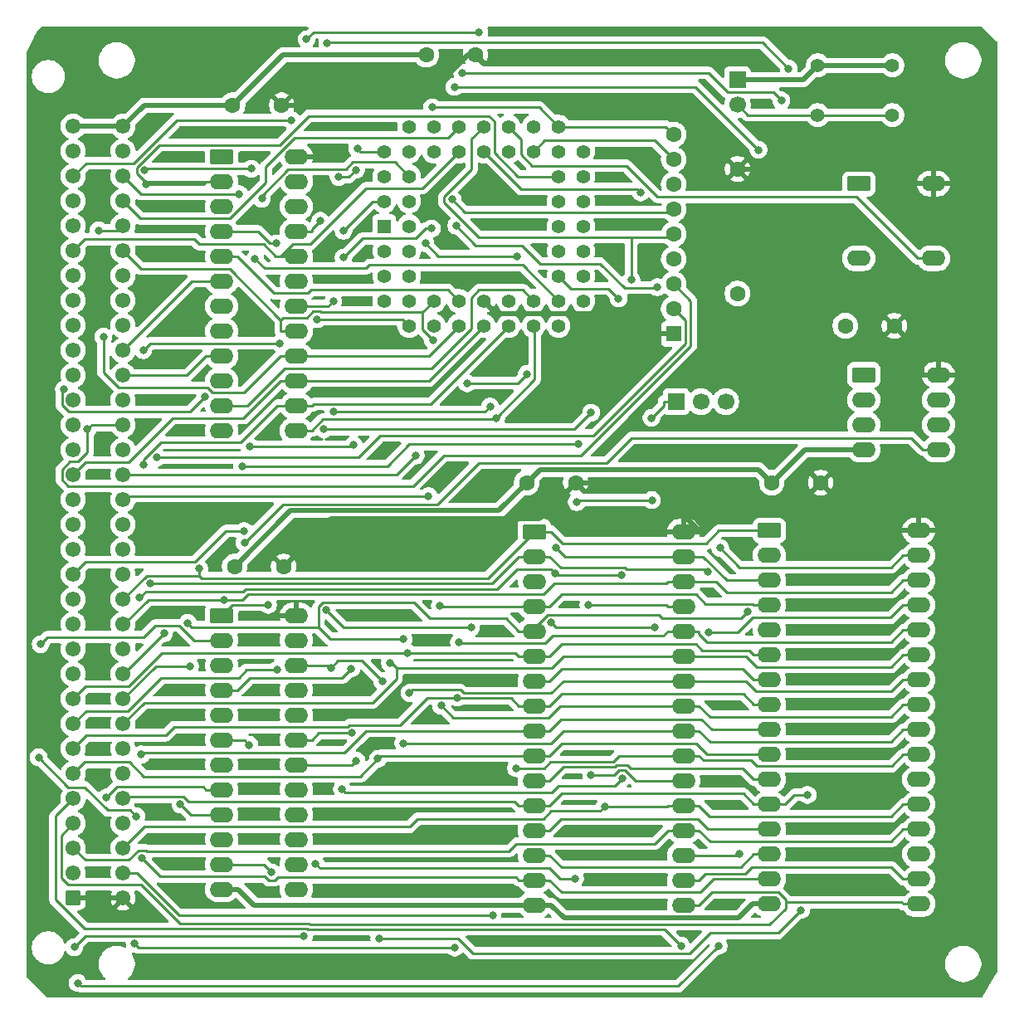
<source format=gtl>
G04 #@! TF.GenerationSoftware,KiCad,Pcbnew,9.0.5*
G04 #@! TF.CreationDate,2025-11-17T14:43:12+11:00*
G04 #@! TF.ProjectId,MECB_68008_CPU,4d454342-5f36-4383-9030-385f4350552e,1.0*
G04 #@! TF.SameCoordinates,Original*
G04 #@! TF.FileFunction,Copper,L1,Top*
G04 #@! TF.FilePolarity,Positive*
%FSLAX46Y46*%
G04 Gerber Fmt 4.6, Leading zero omitted, Abs format (unit mm)*
G04 Created by KiCad (PCBNEW 9.0.5) date 2025-11-17 14:43:12*
%MOMM*%
%LPD*%
G01*
G04 APERTURE LIST*
G04 Aperture macros list*
%AMRoundRect*
0 Rectangle with rounded corners*
0 $1 Rounding radius*
0 $2 $3 $4 $5 $6 $7 $8 $9 X,Y pos of 4 corners*
0 Add a 4 corners polygon primitive as box body*
4,1,4,$2,$3,$4,$5,$6,$7,$8,$9,$2,$3,0*
0 Add four circle primitives for the rounded corners*
1,1,$1+$1,$2,$3*
1,1,$1+$1,$4,$5*
1,1,$1+$1,$6,$7*
1,1,$1+$1,$8,$9*
0 Add four rect primitives between the rounded corners*
20,1,$1+$1,$2,$3,$4,$5,0*
20,1,$1+$1,$4,$5,$6,$7,0*
20,1,$1+$1,$6,$7,$8,$9,0*
20,1,$1+$1,$8,$9,$2,$3,0*%
G04 Aperture macros list end*
G04 #@! TA.AperFunction,ComponentPad*
%ADD10C,1.600000*%
G04 #@! TD*
G04 #@! TA.AperFunction,ComponentPad*
%ADD11RoundRect,0.249550X0.525450X-0.525450X0.525450X0.525450X-0.525450X0.525450X-0.525450X-0.525450X0*%
G04 #@! TD*
G04 #@! TA.AperFunction,ComponentPad*
%ADD12C,1.550000*%
G04 #@! TD*
G04 #@! TA.AperFunction,ComponentPad*
%ADD13C,1.397000*%
G04 #@! TD*
G04 #@! TA.AperFunction,ComponentPad*
%ADD14R,1.600000X1.600000*%
G04 #@! TD*
G04 #@! TA.AperFunction,ComponentPad*
%ADD15RoundRect,0.250000X-0.950000X-0.550000X0.950000X-0.550000X0.950000X0.550000X-0.950000X0.550000X0*%
G04 #@! TD*
G04 #@! TA.AperFunction,ComponentPad*
%ADD16O,2.400000X1.600000*%
G04 #@! TD*
G04 #@! TA.AperFunction,ComponentPad*
%ADD17R,1.700000X1.700000*%
G04 #@! TD*
G04 #@! TA.AperFunction,ComponentPad*
%ADD18C,1.700000*%
G04 #@! TD*
G04 #@! TA.AperFunction,ComponentPad*
%ADD19R,1.422400X1.422400*%
G04 #@! TD*
G04 #@! TA.AperFunction,ComponentPad*
%ADD20C,1.422400*%
G04 #@! TD*
G04 #@! TA.AperFunction,ViaPad*
%ADD21C,0.800000*%
G04 #@! TD*
G04 #@! TA.AperFunction,Conductor*
%ADD22C,0.254000*%
G04 #@! TD*
G04 #@! TA.AperFunction,Conductor*
%ADD23C,0.508000*%
G04 #@! TD*
G04 APERTURE END LIST*
D10*
X153000000Y-93500000D03*
X148000000Y-93500000D03*
X118190000Y-102060000D03*
X123190000Y-102060000D03*
X180500000Y-77500000D03*
X185500000Y-77500000D03*
X137760000Y-49840000D03*
X142760000Y-49840000D03*
X173000000Y-93500000D03*
X178000000Y-93500000D03*
X118000000Y-55000000D03*
X123000000Y-55000000D03*
D11*
X101727000Y-135890000D03*
D12*
X101727000Y-133350000D03*
X101727000Y-130810000D03*
X101727000Y-128270000D03*
X101727000Y-125730000D03*
X101727000Y-123190000D03*
X101727000Y-120650000D03*
X101727000Y-118110000D03*
X101727000Y-115570000D03*
X101727000Y-113030000D03*
X101727000Y-110490000D03*
X101727000Y-107950000D03*
X101727000Y-105410000D03*
X101727000Y-102870000D03*
X101727000Y-100330000D03*
X101727000Y-97790000D03*
X101727000Y-95250000D03*
X101727000Y-92710000D03*
X101727000Y-90170000D03*
X101727000Y-87630000D03*
X101727000Y-85090000D03*
X101727000Y-82550000D03*
X101727000Y-80010000D03*
X101727000Y-77470000D03*
X101727000Y-74930000D03*
X101727000Y-72390000D03*
X101727000Y-69850000D03*
X101727000Y-67310000D03*
X101727000Y-64770000D03*
X101727000Y-62230000D03*
X101727000Y-59690000D03*
X101727000Y-57150000D03*
X106807000Y-135890000D03*
X106807000Y-133350000D03*
X106807000Y-130810000D03*
X106807000Y-128270000D03*
X106807000Y-125730000D03*
X106807000Y-123190000D03*
X106807000Y-120650000D03*
X106807000Y-118110000D03*
X106807000Y-115570000D03*
X106807000Y-113030000D03*
X106807000Y-110490000D03*
X106807000Y-107950000D03*
X106807000Y-105410000D03*
X106807000Y-102870000D03*
X106807000Y-100330000D03*
X106807000Y-97790000D03*
X106807000Y-95250000D03*
X106807000Y-92710000D03*
X106807000Y-90170000D03*
X106807000Y-87630000D03*
X106807000Y-85090000D03*
X106807000Y-82550000D03*
X106807000Y-80010000D03*
X106807000Y-77470000D03*
X106807000Y-74930000D03*
X106807000Y-72390000D03*
X106807000Y-69850000D03*
X106807000Y-67310000D03*
X106807000Y-64770000D03*
X106807000Y-62230000D03*
X106807000Y-59690000D03*
X106807000Y-57150000D03*
D13*
X177690000Y-50920000D03*
X185310000Y-50920000D03*
X177690000Y-56000000D03*
X185310000Y-56000000D03*
D14*
X163000000Y-78320000D03*
D10*
X163000000Y-75780000D03*
X163000000Y-73240000D03*
X163000000Y-70700000D03*
X163000000Y-68160000D03*
X163000000Y-65620000D03*
X163000000Y-63080000D03*
X163000000Y-60540000D03*
X163000000Y-58000000D03*
D15*
X172760000Y-98400000D03*
D16*
X172760000Y-100940000D03*
X172760000Y-103480000D03*
X172760000Y-106020000D03*
X172760000Y-108560000D03*
X172760000Y-111100000D03*
X172760000Y-113640000D03*
X172760000Y-116180000D03*
X172760000Y-118720000D03*
X172760000Y-121260000D03*
X172760000Y-123800000D03*
X172760000Y-126340000D03*
X172760000Y-128880000D03*
X172760000Y-131420000D03*
X172760000Y-133960000D03*
X172760000Y-136500000D03*
X188000000Y-136500000D03*
X188000000Y-133960000D03*
X188000000Y-131420000D03*
X188000000Y-128880000D03*
X188000000Y-126340000D03*
X188000000Y-123800000D03*
X188000000Y-121260000D03*
X188000000Y-118720000D03*
X188000000Y-116180000D03*
X188000000Y-113640000D03*
X188000000Y-111100000D03*
X188000000Y-108560000D03*
X188000000Y-106020000D03*
X188000000Y-103480000D03*
X188000000Y-100940000D03*
X188000000Y-98400000D03*
D15*
X116880000Y-60260000D03*
D16*
X116880000Y-62800000D03*
X116880000Y-65340000D03*
X116880000Y-67880000D03*
X116880000Y-70420000D03*
X116880000Y-72960000D03*
X116880000Y-75500000D03*
X116880000Y-78040000D03*
X116880000Y-80580000D03*
X116880000Y-83120000D03*
X116880000Y-85660000D03*
X116880000Y-88200000D03*
X124500000Y-88200000D03*
X124500000Y-85660000D03*
X124500000Y-83120000D03*
X124500000Y-80580000D03*
X124500000Y-78040000D03*
X124500000Y-75500000D03*
X124500000Y-72960000D03*
X124500000Y-70420000D03*
X124500000Y-67880000D03*
X124500000Y-65340000D03*
X124500000Y-62800000D03*
X124500000Y-60260000D03*
D17*
X169500000Y-52420000D03*
D18*
X169500000Y-54960000D03*
D15*
X182380000Y-82500000D03*
D16*
X182380000Y-85040000D03*
X182380000Y-87580000D03*
X182380000Y-90120000D03*
X190000000Y-90120000D03*
X190000000Y-87580000D03*
X190000000Y-85040000D03*
X190000000Y-82500000D03*
D15*
X181880000Y-63000000D03*
D16*
X181880000Y-70620000D03*
X189500000Y-70620000D03*
X189500000Y-63000000D03*
D10*
X169500000Y-61500000D03*
X169500000Y-74200000D03*
D15*
X116880000Y-107060000D03*
D16*
X116880000Y-109600000D03*
X116880000Y-112140000D03*
X116880000Y-114680000D03*
X116880000Y-117220000D03*
X116880000Y-119760000D03*
X116880000Y-122300000D03*
X116880000Y-124840000D03*
X116880000Y-127380000D03*
X116880000Y-129920000D03*
X116880000Y-132460000D03*
X116880000Y-135000000D03*
X124500000Y-135000000D03*
X124500000Y-132460000D03*
X124500000Y-129920000D03*
X124500000Y-127380000D03*
X124500000Y-124840000D03*
X124500000Y-122300000D03*
X124500000Y-119760000D03*
X124500000Y-117220000D03*
X124500000Y-114680000D03*
X124500000Y-112140000D03*
X124500000Y-109600000D03*
X124500000Y-107060000D03*
D15*
X148760000Y-98500000D03*
D16*
X148760000Y-101040000D03*
X148760000Y-103580000D03*
X148760000Y-106120000D03*
X148760000Y-108660000D03*
X148760000Y-111200000D03*
X148760000Y-113740000D03*
X148760000Y-116280000D03*
X148760000Y-118820000D03*
X148760000Y-121360000D03*
X148760000Y-123900000D03*
X148760000Y-126440000D03*
X148760000Y-128980000D03*
X148760000Y-131520000D03*
X148760000Y-134060000D03*
X148760000Y-136600000D03*
X164000000Y-136600000D03*
X164000000Y-134060000D03*
X164000000Y-131520000D03*
X164000000Y-128980000D03*
X164000000Y-126440000D03*
X164000000Y-123900000D03*
X164000000Y-121360000D03*
X164000000Y-118820000D03*
X164000000Y-116280000D03*
X164000000Y-113740000D03*
X164000000Y-111200000D03*
X164000000Y-108660000D03*
X164000000Y-106120000D03*
X164000000Y-103580000D03*
X164000000Y-101040000D03*
X164000000Y-98500000D03*
D19*
X133460000Y-67340000D03*
D20*
X136000000Y-67340000D03*
X133460000Y-69880000D03*
X136000000Y-69880000D03*
X133460000Y-72420000D03*
X136000000Y-72420000D03*
X133460000Y-74960000D03*
X136000000Y-77500000D03*
X136000000Y-74960000D03*
X138540000Y-77500000D03*
X138540000Y-74960000D03*
X141080000Y-77500000D03*
X141080000Y-74960000D03*
X143620000Y-77500000D03*
X143620000Y-74960000D03*
X146160000Y-77500000D03*
X146160000Y-74960000D03*
X148700000Y-77500000D03*
X148700000Y-74960000D03*
X151240000Y-77500000D03*
X153780000Y-74960000D03*
X151240000Y-74960000D03*
X153780000Y-72420000D03*
X151240000Y-72420000D03*
X153780000Y-69880000D03*
X151240000Y-69880000D03*
X153780000Y-67340000D03*
X151240000Y-67340000D03*
X153780000Y-64800000D03*
X151240000Y-64800000D03*
X153780000Y-62260000D03*
X151240000Y-62260000D03*
X153780000Y-59720000D03*
X151240000Y-57180000D03*
X151240000Y-59720000D03*
X148700000Y-57180000D03*
X148700000Y-59720000D03*
X146160000Y-57180000D03*
X146160000Y-59720000D03*
X143620000Y-57180000D03*
X143620000Y-59720000D03*
X141080000Y-57180000D03*
X141080000Y-59720000D03*
X138540000Y-57180000D03*
X138540000Y-59720000D03*
X136000000Y-57180000D03*
X133460000Y-59720000D03*
X136000000Y-59720000D03*
X133460000Y-62260000D03*
X136000000Y-62260000D03*
X133460000Y-64800000D03*
X136000000Y-64800000D03*
D17*
X163230000Y-85230000D03*
D18*
X165770000Y-85230000D03*
X168310000Y-85230000D03*
D21*
X126925600Y-66788400D03*
X127319600Y-88047300D03*
X154568500Y-86367500D03*
X154566700Y-123318200D03*
X174722400Y-51261000D03*
X127641200Y-48684100D03*
X140416500Y-64619500D03*
X119211200Y-99605200D03*
X130714000Y-59399200D03*
X140617000Y-53129500D03*
X171654300Y-59550700D03*
X175988000Y-137120000D03*
X132964900Y-140010000D03*
X130197900Y-119036100D03*
X158684200Y-72812600D03*
X157719500Y-123649500D03*
X129157900Y-124802600D03*
X130102800Y-112472900D03*
X140809200Y-67299000D03*
X161335200Y-73563100D03*
X130611600Y-121860900D03*
X153109900Y-95487400D03*
X160769800Y-95288800D03*
X120974900Y-64520800D03*
X119888800Y-61478400D03*
X119694100Y-120255100D03*
X108161400Y-127559300D03*
X98195300Y-121525500D03*
X109005700Y-61648900D03*
X119706200Y-89819600D03*
X130338500Y-89668400D03*
X129301000Y-70544600D03*
X138309300Y-67581900D03*
X144890000Y-86894600D03*
X166462100Y-102600600D03*
X109584700Y-103793600D03*
X110994100Y-108874900D03*
X121617700Y-105966600D03*
X143149500Y-47549300D03*
X125529900Y-48271900D03*
X138424500Y-78937300D03*
X139141800Y-106081100D03*
X150504200Y-107761800D03*
X161053700Y-108239400D03*
X166527500Y-108773300D03*
X120287400Y-70674400D03*
X104812600Y-78621200D03*
X141080000Y-109810500D03*
X167738400Y-100168600D03*
X128253800Y-74978700D03*
X138350100Y-55219400D03*
X98398500Y-109984500D03*
X109143200Y-63083400D03*
X114588300Y-102286000D03*
X140897100Y-115427600D03*
X135425700Y-109447500D03*
X170536500Y-106655000D03*
X113412600Y-107820100D03*
X113648700Y-112237100D03*
X134042500Y-111902000D03*
X137657400Y-69075900D03*
X147037400Y-70389200D03*
X148017400Y-82415400D03*
X141924600Y-83375200D03*
X108685200Y-121245100D03*
X119172900Y-98443500D03*
X112672100Y-126329600D03*
X118973000Y-91825100D03*
X153279200Y-89595300D03*
X135817100Y-110877700D03*
X136030700Y-114973500D03*
X124014800Y-56536300D03*
X126637900Y-76821000D03*
X137983300Y-94883100D03*
X139266700Y-116265800D03*
X142317800Y-108297000D03*
X127541300Y-106519700D03*
X122508400Y-112595100D03*
X150982000Y-100103500D03*
X108946400Y-91708800D03*
X104310000Y-67765800D03*
X115185200Y-84719500D03*
X100779800Y-83990200D03*
X101836200Y-140895400D03*
X125272500Y-139798900D03*
X108501000Y-105223800D03*
X150857400Y-102766400D03*
X157663000Y-102979000D03*
X107999100Y-140523000D03*
X140660500Y-140943700D03*
X136657100Y-90754100D03*
X146905100Y-122630000D03*
X129306500Y-67805200D03*
X130567700Y-61598500D03*
X128806400Y-62322600D03*
X141402900Y-51701500D03*
X173977700Y-54518000D03*
X176661000Y-125372500D03*
X108712900Y-131822300D03*
X155940500Y-126568600D03*
X144507500Y-137647600D03*
X118673900Y-64070000D03*
X117152600Y-105454700D03*
X132809900Y-121682100D03*
X163742500Y-140758900D03*
X110272900Y-90941400D03*
X159635800Y-63891500D03*
X144255000Y-85736800D03*
X128253800Y-86277300D03*
X122429900Y-69113000D03*
X157374400Y-74708100D03*
X169700700Y-131405600D03*
X167591100Y-140762100D03*
X102190500Y-144552500D03*
X128013500Y-112421500D03*
X122819400Y-79280900D03*
X108876100Y-80002200D03*
X133253300Y-113767500D03*
X135421100Y-120083900D03*
X103181200Y-88067400D03*
X105073000Y-125630500D03*
X160724400Y-86902500D03*
X121983700Y-133281000D03*
X126448000Y-132392500D03*
X152924500Y-133924100D03*
X154283300Y-105950300D03*
D22*
X189500000Y-70620000D02*
X187917300Y-70620000D01*
X147430000Y-58450000D02*
X146160000Y-57180000D01*
X147430000Y-60034600D02*
X147430000Y-58450000D01*
X148555800Y-61160400D02*
X147430000Y-60034600D01*
X158155200Y-61160400D02*
X148555800Y-61160400D01*
X161344800Y-64350000D02*
X158155200Y-61160400D01*
X181647300Y-64350000D02*
X161344800Y-64350000D01*
X187917300Y-70620000D02*
X181647300Y-64350000D01*
X126082700Y-67631300D02*
X126925600Y-66788400D01*
X126082700Y-67880000D02*
X126082700Y-67631300D01*
X164000000Y-123900000D02*
X162417300Y-123900000D01*
X124500000Y-67880000D02*
X126082700Y-67880000D01*
X156944000Y-123318200D02*
X154566700Y-123318200D01*
X157395400Y-122866800D02*
X156944000Y-123318200D01*
X158043700Y-122866800D02*
X157395400Y-122866800D01*
X159076900Y-123900000D02*
X158043700Y-122866800D01*
X162417300Y-123900000D02*
X159076900Y-123900000D01*
X152888700Y-88047300D02*
X154568500Y-86367500D01*
X127319600Y-88047300D02*
X152888700Y-88047300D01*
X172076900Y-48615500D02*
X174722400Y-51261000D01*
X127709800Y-48615500D02*
X172076900Y-48615500D01*
X127641200Y-48684100D02*
X127709800Y-48615500D01*
X141698200Y-65901200D02*
X140416500Y-64619500D01*
X162718800Y-65901200D02*
X141698200Y-65901200D01*
X163000000Y-65620000D02*
X162718800Y-65901200D01*
X149837500Y-58582500D02*
X148700000Y-59720000D01*
X161042500Y-58582500D02*
X149837500Y-58582500D01*
X163000000Y-60540000D02*
X161042500Y-58582500D01*
X123113700Y-95702700D02*
X119211200Y-99605200D01*
X138846200Y-95702700D02*
X123113700Y-95702700D01*
X143074000Y-91474900D02*
X138846200Y-95702700D01*
X156152000Y-91474900D02*
X143074000Y-91474900D01*
X158697500Y-88929400D02*
X156152000Y-91474900D01*
X187226700Y-88929400D02*
X158697500Y-88929400D01*
X188417300Y-90120000D02*
X187226700Y-88929400D01*
X190000000Y-90120000D02*
X188417300Y-90120000D01*
X131034800Y-59720000D02*
X130714000Y-59399200D01*
X133460000Y-59720000D02*
X131034800Y-59720000D01*
X126806600Y-119036100D02*
X126082700Y-119760000D01*
X130197900Y-119036100D02*
X126806600Y-119036100D01*
X124500000Y-119760000D02*
X126082700Y-119760000D01*
X140999100Y-140010000D02*
X132964900Y-140010000D01*
X142530800Y-141541700D02*
X140999100Y-140010000D01*
X164640200Y-141541700D02*
X142530800Y-141541700D01*
X166712300Y-139469600D02*
X164640200Y-141541700D01*
X173638400Y-139469600D02*
X166712300Y-139469600D01*
X175988000Y-137120000D02*
X173638400Y-139469600D01*
X165233100Y-53129500D02*
X171654300Y-59550700D01*
X140617000Y-53129500D02*
X165233100Y-53129500D01*
X162686100Y-68473900D02*
X158684200Y-68473900D01*
X163000000Y-68160000D02*
X162686100Y-68473900D01*
X158684200Y-68473900D02*
X158684200Y-72812600D01*
X129463100Y-125107800D02*
X129157900Y-124802600D01*
X150543700Y-125107800D02*
X129463100Y-125107800D01*
X151243300Y-124408200D02*
X150543700Y-125107800D01*
X156960800Y-124408200D02*
X151243300Y-124408200D01*
X157719500Y-123649500D02*
X156960800Y-124408200D01*
X142369000Y-58431000D02*
X143620000Y-57180000D01*
X142369000Y-61560300D02*
X142369000Y-58431000D01*
X139586300Y-64343000D02*
X142369000Y-61560300D01*
X139586300Y-64946500D02*
X139586300Y-64343000D01*
X143113700Y-68473900D02*
X139586300Y-64946500D01*
X158684200Y-68473900D02*
X143113700Y-68473900D01*
X116880000Y-114680000D02*
X118462700Y-114680000D01*
X129165700Y-113410000D02*
X130102800Y-112472900D01*
X119732700Y-113410000D02*
X129165700Y-113410000D01*
X118462700Y-114680000D02*
X119732700Y-113410000D01*
X161262800Y-73635500D02*
X161335200Y-73563100D01*
X157993500Y-73635500D02*
X161262800Y-73635500D01*
X155508000Y-71150000D02*
X157993500Y-73635500D01*
X149350900Y-71150000D02*
X155508000Y-71150000D01*
X147496900Y-69296000D02*
X149350900Y-71150000D01*
X142806200Y-69296000D02*
X147496900Y-69296000D01*
X140809200Y-67299000D02*
X142806200Y-69296000D01*
X130172500Y-122300000D02*
X130611600Y-121860900D01*
X124500000Y-122300000D02*
X130172500Y-122300000D01*
X153308500Y-95288800D02*
X160769800Y-95288800D01*
X153109900Y-95487400D02*
X153308500Y-95288800D01*
X119199000Y-119760000D02*
X119694100Y-120255100D01*
X116880000Y-119760000D02*
X119199000Y-119760000D01*
X101242100Y-124572300D02*
X98195300Y-121525500D01*
X102876800Y-124572300D02*
X101242100Y-124572300D01*
X105229600Y-126925100D02*
X102876800Y-124572300D01*
X107527200Y-126925100D02*
X105229600Y-126925100D01*
X108161400Y-127559300D02*
X107527200Y-126925100D01*
X109176200Y-61478400D02*
X109005700Y-61648900D01*
X119888800Y-61478400D02*
X109176200Y-61478400D01*
X120974900Y-64230000D02*
X120974900Y-64520800D01*
X123674900Y-61530000D02*
X120974900Y-64230000D01*
X129529500Y-61530000D02*
X123674900Y-61530000D01*
X130243700Y-60815800D02*
X129529500Y-61530000D01*
X134555800Y-60815800D02*
X130243700Y-60815800D01*
X136000000Y-62260000D02*
X134555800Y-60815800D01*
X130187300Y-89819600D02*
X130338500Y-89668400D01*
X119706200Y-89819600D02*
X130187300Y-89819600D01*
X138309300Y-67582000D02*
X138309300Y-67581900D01*
X137666800Y-67582000D02*
X138309300Y-67582000D01*
X136671900Y-68576900D02*
X137666800Y-67582000D01*
X131268700Y-68576900D02*
X136671900Y-68576900D01*
X129301000Y-70544600D02*
X131268700Y-68576900D01*
X124500000Y-88200000D02*
X126082700Y-88200000D01*
X148760000Y-101040000D02*
X150342700Y-101040000D01*
X106839000Y-113030000D02*
X106807000Y-113030000D01*
X110994100Y-108874900D02*
X106839000Y-113030000D01*
X148760000Y-101040000D02*
X147177300Y-101040000D01*
X151499000Y-102196300D02*
X150342700Y-101040000D01*
X157987200Y-102196300D02*
X151499000Y-102196300D01*
X158169000Y-102378100D02*
X157987200Y-102196300D01*
X166239600Y-102378100D02*
X158169000Y-102378100D01*
X166462100Y-102600600D02*
X166239600Y-102378100D01*
X144423700Y-103793600D02*
X109584700Y-103793600D01*
X147177300Y-101040000D02*
X144423700Y-103793600D01*
X144724600Y-87060000D02*
X144890000Y-86894600D01*
X127197700Y-87060000D02*
X144724600Y-87060000D01*
X126082700Y-88175000D02*
X127197700Y-87060000D01*
X126082700Y-88200000D02*
X126082700Y-88175000D01*
X148800100Y-77600100D02*
X148700000Y-77500000D01*
X148800100Y-82984500D02*
X148800100Y-77600100D01*
X144890000Y-86894600D02*
X148800100Y-82984500D01*
X117973400Y-105966600D02*
X116880000Y-107060000D01*
X121617700Y-105966600D02*
X117973400Y-105966600D01*
X126252500Y-47549300D02*
X143149500Y-47549300D01*
X125529900Y-48271900D02*
X126252500Y-47549300D01*
X148760000Y-106120000D02*
X150342700Y-106120000D01*
X124500000Y-78040000D02*
X122917300Y-78040000D01*
X122917300Y-78040000D02*
X122917300Y-76921100D01*
X137365900Y-77878700D02*
X138424500Y-78937300D01*
X137365900Y-76134100D02*
X137365900Y-77878700D01*
X137365900Y-76134100D02*
X138540000Y-74960000D01*
X117686200Y-71690000D02*
X122917300Y-76921100D01*
X108647000Y-71690000D02*
X117686200Y-71690000D01*
X106807000Y-69850000D02*
X108647000Y-71690000D01*
X139180700Y-106120000D02*
X148760000Y-106120000D01*
X139141800Y-106081100D02*
X139180700Y-106120000D01*
X123135900Y-76702500D02*
X122917300Y-76921100D01*
X125551500Y-76702500D02*
X123135900Y-76702500D01*
X126215700Y-76038300D02*
X125551500Y-76702500D01*
X126962100Y-76038300D02*
X126215700Y-76038300D01*
X127057900Y-76134100D02*
X126962100Y-76038300D01*
X137365900Y-76134100D02*
X127057900Y-76134100D01*
X151541100Y-104921600D02*
X150342700Y-106120000D01*
X165301500Y-104921600D02*
X151541100Y-104921600D01*
X166252200Y-105872300D02*
X165301500Y-104921600D01*
X171029600Y-105872300D02*
X166252200Y-105872300D01*
X171177300Y-106020000D02*
X171029600Y-105872300D01*
X172760000Y-106020000D02*
X171177300Y-106020000D01*
X124500000Y-83120000D02*
X122917300Y-83120000D01*
X119107300Y-86930000D02*
X122917300Y-83120000D01*
X111866200Y-86930000D02*
X119107300Y-86930000D01*
X107356200Y-91440000D02*
X111866200Y-86930000D01*
X102997000Y-91440000D02*
X107356200Y-91440000D01*
X101727000Y-92710000D02*
X102997000Y-91440000D01*
X138000000Y-83120000D02*
X143620000Y-77500000D01*
X124500000Y-83120000D02*
X138000000Y-83120000D01*
X150981800Y-108239400D02*
X161053700Y-108239400D01*
X150504200Y-107761800D02*
X150981800Y-108239400D01*
X188000000Y-106020000D02*
X186417300Y-106020000D01*
X185147200Y-107290100D02*
X186417300Y-106020000D01*
X171008300Y-107290100D02*
X185147200Y-107290100D01*
X169525100Y-108773300D02*
X171008300Y-107290100D01*
X166527500Y-108773300D02*
X169525100Y-108773300D01*
X108590000Y-66553000D02*
X106807000Y-64770000D01*
X117746800Y-66553000D02*
X108590000Y-66553000D01*
X121377400Y-62922400D02*
X117746800Y-66553000D01*
X121377400Y-61279900D02*
X121377400Y-62922400D01*
X124355500Y-58301800D02*
X121377400Y-61279900D01*
X139958200Y-58301800D02*
X124355500Y-58301800D01*
X141080000Y-57180000D02*
X139958200Y-58301800D01*
X116088700Y-72960000D02*
X115297300Y-72960000D01*
X116088700Y-72960000D02*
X116880000Y-72960000D01*
X113857000Y-72960000D02*
X106807000Y-80010000D01*
X115297300Y-72960000D02*
X113857000Y-72960000D01*
X147591200Y-71311200D02*
X151240000Y-74960000D01*
X131936400Y-71311200D02*
X147591200Y-71311200D01*
X131622300Y-71625300D02*
X131936400Y-71311200D01*
X121238300Y-71625300D02*
X131622300Y-71625300D01*
X120287400Y-70674400D02*
X121238300Y-71625300D01*
X164000000Y-108660000D02*
X165582700Y-108660000D01*
X188000000Y-108560000D02*
X186417300Y-108560000D01*
X124500000Y-80580000D02*
X122917300Y-80580000D01*
X138000000Y-80580000D02*
X124500000Y-80580000D01*
X141080000Y-77500000D02*
X138000000Y-80580000D01*
X185223800Y-109753500D02*
X186417300Y-108560000D01*
X166400900Y-109753500D02*
X185223800Y-109753500D01*
X165582700Y-108935300D02*
X166400900Y-109753500D01*
X165582700Y-108660000D02*
X165582700Y-108935300D01*
X161927300Y-109150000D02*
X162417300Y-108660000D01*
X150661500Y-109150000D02*
X161927300Y-109150000D01*
X149901100Y-109910400D02*
X150661500Y-109150000D01*
X141179900Y-109910400D02*
X149901100Y-109910400D01*
X141080000Y-109810500D02*
X141179900Y-109910400D01*
X164000000Y-108660000D02*
X162417300Y-108660000D01*
X104812600Y-82242300D02*
X104812600Y-78621200D01*
X106390300Y-83820000D02*
X104812600Y-82242300D01*
X115392600Y-83820000D02*
X106390300Y-83820000D01*
X115905600Y-84333000D02*
X115392600Y-83820000D01*
X119164300Y-84333000D02*
X115905600Y-84333000D01*
X122917300Y-80580000D02*
X119164300Y-84333000D01*
X169714800Y-102145000D02*
X167738400Y-100168600D01*
X185212300Y-102145000D02*
X169714800Y-102145000D01*
X186417300Y-100940000D02*
X185212300Y-102145000D01*
X188000000Y-100940000D02*
X186417300Y-100940000D01*
X162180000Y-57180000D02*
X151240000Y-57180000D01*
X163000000Y-58000000D02*
X162180000Y-57180000D01*
X127732500Y-75500000D02*
X128253800Y-74978700D01*
X124500000Y-75500000D02*
X127732500Y-75500000D01*
X149279400Y-55219400D02*
X151240000Y-57180000D01*
X138350100Y-55219400D02*
X149279400Y-55219400D01*
X115013900Y-63083400D02*
X115297300Y-62800000D01*
X109143200Y-63083400D02*
X115013900Y-63083400D01*
X116880000Y-62800000D02*
X115297300Y-62800000D01*
X116880000Y-109600000D02*
X115297300Y-109600000D01*
X114085700Y-109600000D02*
X115297300Y-109600000D01*
X112570500Y-108084800D02*
X114085700Y-109600000D01*
X110079700Y-108084800D02*
X112570500Y-108084800D01*
X108887200Y-109277300D02*
X110079700Y-108084800D01*
X99105700Y-109277300D02*
X108887200Y-109277300D01*
X98398500Y-109984500D02*
X99105700Y-109277300D01*
X115297300Y-62799900D02*
X115297300Y-62800000D01*
X109049900Y-62799900D02*
X115297300Y-62799900D01*
X108223000Y-61973000D02*
X109049900Y-62799900D01*
X108223000Y-61324800D02*
X108223000Y-61973000D01*
X110471500Y-59076300D02*
X108223000Y-61324800D01*
X122749400Y-59076300D02*
X110471500Y-59076300D01*
X125740000Y-56085700D02*
X122749400Y-59076300D01*
X144160200Y-56085700D02*
X125740000Y-56085700D01*
X144729200Y-56654700D02*
X144160200Y-56085700D01*
X144729200Y-59868500D02*
X144729200Y-56654700D01*
X147120700Y-62260000D02*
X144729200Y-59868500D01*
X151240000Y-62260000D02*
X147120700Y-62260000D01*
X116880000Y-62800000D02*
X115297300Y-62800000D01*
X150485400Y-98500000D02*
X148760000Y-98500000D01*
X151701600Y-99716200D02*
X150485400Y-98500000D01*
X166297300Y-99716200D02*
X151701600Y-99716200D01*
X167613500Y-98400000D02*
X166297300Y-99716200D01*
X172760000Y-98400000D02*
X167613500Y-98400000D01*
X109206100Y-103010900D02*
X106807000Y-105410000D01*
X114588300Y-103010900D02*
X109206100Y-103010900D01*
X114588300Y-102286000D02*
X114588300Y-103010900D01*
X114822100Y-103244700D02*
X114588300Y-103010900D01*
X144015300Y-103244700D02*
X114822100Y-103244700D01*
X148760000Y-98500000D02*
X144015300Y-103244700D01*
X185310000Y-56000000D02*
X177690000Y-56000000D01*
X170540000Y-56000000D02*
X177690000Y-56000000D01*
X169500000Y-54960000D02*
X170540000Y-56000000D01*
X116880000Y-70420000D02*
X118462700Y-70420000D01*
X122199800Y-74157100D02*
X118462700Y-70420000D01*
X125669100Y-74157100D02*
X122199800Y-74157100D01*
X126002900Y-73823300D02*
X125669100Y-74157100D01*
X139943300Y-73823300D02*
X126002900Y-73823300D01*
X141080000Y-74960000D02*
X139943300Y-73823300D01*
X172760000Y-116180000D02*
X171177300Y-116180000D01*
X170080500Y-115083200D02*
X171177300Y-116180000D01*
X151539500Y-115083200D02*
X170080500Y-115083200D01*
X150342700Y-116280000D02*
X151539500Y-115083200D01*
X149392300Y-116280000D02*
X150342700Y-116280000D01*
X149392300Y-116280000D02*
X148760000Y-116280000D01*
X148760000Y-116280000D02*
X147177300Y-116280000D01*
X146380300Y-115483000D02*
X140897100Y-115483000D01*
X147177300Y-116280000D02*
X146380300Y-115483000D01*
X140897100Y-115483000D02*
X140897100Y-115427600D01*
X103098400Y-119278600D02*
X101727000Y-120650000D01*
X111159000Y-119278600D02*
X103098400Y-119278600D01*
X112001600Y-118436000D02*
X111159000Y-119278600D01*
X129691200Y-118436000D02*
X112001600Y-118436000D01*
X129873800Y-118253400D02*
X129691200Y-118436000D01*
X135052500Y-118253400D02*
X129873800Y-118253400D01*
X137822900Y-115483000D02*
X135052500Y-118253400D01*
X140897100Y-115483000D02*
X137822900Y-115483000D01*
X147968700Y-108660000D02*
X147177300Y-108660000D01*
X147968700Y-108660000D02*
X148760000Y-108660000D01*
X169852900Y-107338600D02*
X170536500Y-106655000D01*
X161814600Y-107338600D02*
X169852900Y-107338600D01*
X161455100Y-106979100D02*
X161814600Y-107338600D01*
X150144200Y-106979100D02*
X161455100Y-106979100D01*
X148760000Y-108363300D02*
X150144200Y-106979100D01*
X148760000Y-108660000D02*
X148760000Y-108363300D01*
X110139900Y-112237100D02*
X106807000Y-115570000D01*
X113648700Y-112237100D02*
X110139900Y-112237100D01*
X127945600Y-109447500D02*
X135425700Y-109447500D01*
X126758600Y-108260500D02*
X127945600Y-109447500D01*
X126758600Y-106195600D02*
X126758600Y-108260500D01*
X127217200Y-105737000D02*
X126758600Y-106195600D01*
X136489100Y-105737000D02*
X127217200Y-105737000D01*
X138109100Y-107357000D02*
X136489100Y-105737000D01*
X145874300Y-107357000D02*
X138109100Y-107357000D01*
X147177300Y-108660000D02*
X145874300Y-107357000D01*
X113853000Y-108260500D02*
X113412600Y-107820100D01*
X126758600Y-108260500D02*
X113853000Y-108260500D01*
X170364700Y-111200000D02*
X164000000Y-111200000D01*
X171464300Y-112299600D02*
X170364700Y-111200000D01*
X185217700Y-112299600D02*
X171464300Y-112299600D01*
X186417300Y-111100000D02*
X185217700Y-112299600D01*
X188000000Y-111100000D02*
X186417300Y-111100000D01*
X150540200Y-112411300D02*
X134710100Y-112411300D01*
X151751500Y-111200000D02*
X150540200Y-112411300D01*
X164000000Y-111200000D02*
X151751500Y-111200000D01*
X134200800Y-111902000D02*
X134042500Y-111902000D01*
X134710100Y-112411300D02*
X134200800Y-111902000D01*
X134710100Y-113495500D02*
X134710100Y-112411300D01*
X132255700Y-115949900D02*
X134710100Y-113495500D01*
X108967100Y-115949900D02*
X132255700Y-115949900D01*
X106807000Y-118110000D02*
X108967100Y-115949900D01*
X151525400Y-117637300D02*
X150342700Y-118820000D01*
X165808800Y-117637300D02*
X151525400Y-117637300D01*
X166891500Y-118720000D02*
X165808800Y-117637300D01*
X172760000Y-118720000D02*
X166891500Y-118720000D01*
X148760000Y-118820000D02*
X150342700Y-118820000D01*
X147057600Y-83375200D02*
X141924600Y-83375200D01*
X148017400Y-82415400D02*
X147057600Y-83375200D01*
X148760000Y-118820000D02*
X147177300Y-118820000D01*
X131632900Y-118820000D02*
X147177300Y-118820000D01*
X129415100Y-121037800D02*
X131632900Y-118820000D01*
X108892500Y-121037800D02*
X129415100Y-121037800D01*
X108685200Y-121245100D02*
X108892500Y-121037800D01*
X138970700Y-70389200D02*
X147037400Y-70389200D01*
X137657400Y-69075900D02*
X138970700Y-70389200D01*
X116880000Y-127380000D02*
X115297300Y-127380000D01*
X117323700Y-98443500D02*
X119172900Y-98443500D01*
X114167200Y-101600000D02*
X117323700Y-98443500D01*
X102997000Y-101600000D02*
X114167200Y-101600000D01*
X101727000Y-102870000D02*
X102997000Y-101600000D01*
X136024000Y-89595300D02*
X153279200Y-89595300D01*
X133794200Y-91825100D02*
X136024000Y-89595300D01*
X118973000Y-91825100D02*
X133794200Y-91825100D01*
X113722500Y-127380000D02*
X112672100Y-126329600D01*
X115297300Y-127380000D02*
X113722500Y-127380000D01*
X170687300Y-110610000D02*
X171177300Y-111100000D01*
X165875000Y-110610000D02*
X170687300Y-110610000D01*
X165266700Y-110001700D02*
X165875000Y-110610000D01*
X151541000Y-110001700D02*
X165266700Y-110001700D01*
X150342700Y-111200000D02*
X151541000Y-110001700D01*
X148760000Y-111200000D02*
X150342700Y-111200000D01*
X172760000Y-111100000D02*
X171177300Y-111100000D01*
X148760000Y-111200000D02*
X147177300Y-111200000D01*
X146855000Y-110877700D02*
X135817100Y-110877700D01*
X147177300Y-111200000D02*
X146855000Y-110877700D01*
X102997000Y-114300000D02*
X101727000Y-115570000D01*
X107356200Y-114300000D02*
X102997000Y-114300000D01*
X110778500Y-110877700D02*
X107356200Y-114300000D01*
X135817100Y-110877700D02*
X110778500Y-110877700D01*
X188000000Y-113640000D02*
X186417300Y-113640000D01*
X170343800Y-113740000D02*
X164000000Y-113740000D01*
X171430000Y-114826200D02*
X170343800Y-113740000D01*
X185231100Y-114826200D02*
X171430000Y-114826200D01*
X186417300Y-113640000D02*
X185231100Y-114826200D01*
X135321000Y-76821000D02*
X126637900Y-76821000D01*
X136000000Y-77500000D02*
X135321000Y-76821000D01*
X136359300Y-114644900D02*
X136030700Y-114973500D01*
X141221300Y-114644900D02*
X136359300Y-114644900D01*
X141549700Y-114973300D02*
X141221300Y-114644900D01*
X150518200Y-114973300D02*
X141549700Y-114973300D01*
X151751500Y-113740000D02*
X150518200Y-114973300D01*
X164000000Y-113740000D02*
X151751500Y-113740000D01*
X103023200Y-60933800D02*
X101727000Y-62230000D01*
X107893200Y-60933800D02*
X103023200Y-60933800D01*
X112290700Y-56536300D02*
X107893200Y-60933800D01*
X124014800Y-56536300D02*
X112290700Y-56536300D01*
X185194900Y-117402400D02*
X186417300Y-116180000D01*
X166705100Y-117402400D02*
X185194900Y-117402400D01*
X165582700Y-116280000D02*
X166705100Y-117402400D01*
X164000000Y-116280000D02*
X165582700Y-116280000D01*
X188000000Y-116180000D02*
X186417300Y-116180000D01*
X107173900Y-94883100D02*
X106807000Y-95250000D01*
X137983300Y-94883100D02*
X107173900Y-94883100D01*
X151425000Y-116280000D02*
X164000000Y-116280000D01*
X150236000Y-117469000D02*
X151425000Y-116280000D01*
X140469900Y-117469000D02*
X150236000Y-117469000D01*
X139266700Y-116265800D02*
X140469900Y-117469000D01*
X151560400Y-112522300D02*
X150342700Y-113740000D01*
X170059600Y-112522300D02*
X151560400Y-112522300D01*
X171177300Y-113640000D02*
X170059600Y-112522300D01*
X172760000Y-113640000D02*
X171177300Y-113640000D01*
X149551400Y-113740000D02*
X150342700Y-113740000D01*
X149551400Y-113740000D02*
X148760000Y-113740000D01*
X129318600Y-108297000D02*
X127541300Y-106519700D01*
X142317800Y-108297000D02*
X129318600Y-108297000D01*
X119416400Y-112595100D02*
X122508400Y-112595100D01*
X118601500Y-113410000D02*
X119416400Y-112595100D01*
X110695400Y-113410000D02*
X118601500Y-113410000D01*
X107322400Y-116783000D02*
X110695400Y-113410000D01*
X103054000Y-116783000D02*
X107322400Y-116783000D01*
X101727000Y-118110000D02*
X103054000Y-116783000D01*
X164000000Y-101040000D02*
X165582700Y-101040000D01*
X151918500Y-101040000D02*
X164000000Y-101040000D01*
X150982000Y-100103500D02*
X151918500Y-101040000D01*
X166008400Y-101040000D02*
X165582700Y-101040000D01*
X168448400Y-103480000D02*
X166008400Y-101040000D01*
X172760000Y-103480000D02*
X168448400Y-103480000D01*
X108946400Y-91160800D02*
X108946400Y-91708800D01*
X110708100Y-89399100D02*
X108946400Y-91160800D01*
X118839300Y-89399100D02*
X110708100Y-89399100D01*
X122578400Y-85660000D02*
X118839300Y-89399100D01*
X124500000Y-85660000D02*
X122578400Y-85660000D01*
X106351200Y-67765800D02*
X106807000Y-67310000D01*
X104310000Y-67765800D02*
X106351200Y-67765800D01*
X126248100Y-85494600D02*
X126082700Y-85660000D01*
X138165400Y-85494600D02*
X126248100Y-85494600D01*
X146160000Y-77500000D02*
X138165400Y-85494600D01*
X124500000Y-85660000D02*
X126082700Y-85660000D01*
X100569300Y-84200700D02*
X100779800Y-83990200D01*
X100569300Y-85605900D02*
X100569300Y-84200700D01*
X101246100Y-86282700D02*
X100569300Y-85605900D01*
X113622000Y-86282700D02*
X101246100Y-86282700D01*
X115185200Y-84719500D02*
X113622000Y-86282700D01*
X125204200Y-139730600D02*
X125272500Y-139798900D01*
X103001000Y-139730600D02*
X125204200Y-139730600D01*
X101836200Y-140895400D02*
X103001000Y-139730600D01*
X124500000Y-70420000D02*
X122917300Y-70420000D01*
X122389300Y-70420000D02*
X122917300Y-70420000D01*
X121146600Y-69177300D02*
X122389300Y-70420000D01*
X114596000Y-69177300D02*
X121146600Y-69177300D01*
X114069900Y-68651200D02*
X114596000Y-69177300D01*
X102925800Y-68651200D02*
X114069900Y-68651200D01*
X101727000Y-69850000D02*
X102925800Y-68651200D01*
X137339400Y-63460600D02*
X141080000Y-59720000D01*
X131586500Y-63460600D02*
X137339400Y-63460600D01*
X125885600Y-69161500D02*
X131586500Y-63460600D01*
X124175800Y-69161500D02*
X125885600Y-69161500D01*
X122917300Y-70420000D02*
X124175800Y-69161500D01*
X148760000Y-131520000D02*
X150342700Y-131520000D01*
X151070000Y-102979000D02*
X157663000Y-102979000D01*
X150857400Y-102766400D02*
X151070000Y-102979000D01*
X109128900Y-104595900D02*
X108501000Y-105223800D01*
X119101500Y-104595900D02*
X109128900Y-104595900D01*
X119355800Y-104341600D02*
X119101500Y-104595900D01*
X145007000Y-104341600D02*
X119355800Y-104341600D01*
X146981600Y-102367000D02*
X145007000Y-104341600D01*
X150458000Y-102367000D02*
X146981600Y-102367000D01*
X150857400Y-102766400D02*
X150458000Y-102367000D01*
X151554000Y-132731300D02*
X150342700Y-131520000D01*
X169854500Y-132731300D02*
X151554000Y-132731300D01*
X171165800Y-131420000D02*
X169854500Y-132731300D01*
X172760000Y-131420000D02*
X171165800Y-131420000D01*
X172760000Y-123800000D02*
X171177300Y-123800000D01*
X149174500Y-123900000D02*
X150342700Y-123900000D01*
X149174500Y-123900000D02*
X148760000Y-123900000D01*
X151707200Y-122535500D02*
X150342700Y-123900000D01*
X157005900Y-122535500D02*
X151707200Y-122535500D01*
X157184300Y-122357100D02*
X157005900Y-122535500D01*
X158254800Y-122357100D02*
X157184300Y-122357100D01*
X158592800Y-122695100D02*
X158254800Y-122357100D01*
X170072400Y-122695100D02*
X158592800Y-122695100D01*
X171177300Y-123800000D02*
X170072400Y-122695100D01*
X108419800Y-140943700D02*
X140660500Y-140943700D01*
X107999100Y-140523000D02*
X108419800Y-140943700D01*
X166072700Y-121850000D02*
X165582700Y-121360000D01*
X170843400Y-121850000D02*
X166072700Y-121850000D01*
X171437200Y-122443800D02*
X170843400Y-121850000D01*
X185233500Y-122443800D02*
X171437200Y-122443800D01*
X186417300Y-121260000D02*
X185233500Y-122443800D01*
X188000000Y-121260000D02*
X186417300Y-121260000D01*
X164000000Y-121360000D02*
X165582700Y-121360000D01*
X134701200Y-92710000D02*
X106807000Y-92710000D01*
X136657100Y-90754100D02*
X134701200Y-92710000D01*
X164000000Y-121360000D02*
X162417300Y-121360000D01*
X149791400Y-122630000D02*
X146905100Y-122630000D01*
X150395600Y-122025800D02*
X149791400Y-122630000D01*
X156794800Y-122025800D02*
X150395600Y-122025800D01*
X157460600Y-121360000D02*
X156794800Y-122025800D01*
X162417300Y-121360000D02*
X157460600Y-121360000D01*
X149551400Y-126440000D02*
X150342700Y-126440000D01*
X149551400Y-126440000D02*
X148760000Y-126440000D01*
X148760000Y-126440000D02*
X147177300Y-126440000D01*
X151539400Y-125243300D02*
X150342700Y-126440000D01*
X170080600Y-125243300D02*
X151539400Y-125243300D01*
X171177300Y-126340000D02*
X170080600Y-125243300D01*
X106990100Y-125546900D02*
X106807000Y-125730000D01*
X112996300Y-125546900D02*
X106990100Y-125546900D01*
X113496200Y-126046800D02*
X112996300Y-125546900D01*
X146784100Y-126046800D02*
X113496200Y-126046800D01*
X147177300Y-126440000D02*
X146784100Y-126046800D01*
X171968700Y-126340000D02*
X171177300Y-126340000D01*
X171968700Y-126340000D02*
X172760000Y-126340000D01*
X132311700Y-64800000D02*
X129306500Y-67805200D01*
X133460000Y-64800000D02*
X132311700Y-64800000D01*
X129843600Y-62322600D02*
X128806400Y-62322600D01*
X130567700Y-61598500D02*
X129843600Y-62322600D01*
X173149700Y-53690000D02*
X173977700Y-54518000D01*
X168528800Y-53690000D02*
X173149700Y-53690000D01*
X166540300Y-51701500D02*
X168528800Y-53690000D01*
X141402900Y-51701500D02*
X166540300Y-51701500D01*
X175310200Y-125372500D02*
X174342700Y-126340000D01*
X176661000Y-125372500D02*
X175310200Y-125372500D01*
X172760000Y-126340000D02*
X174342700Y-126340000D01*
X148760000Y-134060000D02*
X150342700Y-134060000D01*
X171175800Y-133961500D02*
X171177300Y-133960000D01*
X167090000Y-133961500D02*
X171175800Y-133961500D01*
X165741800Y-135309700D02*
X167090000Y-133961500D01*
X151592400Y-135309700D02*
X165741800Y-135309700D01*
X150342700Y-134060000D02*
X151592400Y-135309700D01*
X172760000Y-133960000D02*
X171177300Y-133960000D01*
X148760000Y-134060000D02*
X147177300Y-134060000D01*
X146889100Y-133771800D02*
X147177300Y-134060000D01*
X122599800Y-133771800D02*
X146889100Y-133771800D01*
X122307900Y-134063700D02*
X122599800Y-133771800D01*
X121659600Y-134063700D02*
X122307900Y-134063700D01*
X121271700Y-133675800D02*
X121659600Y-134063700D01*
X110566400Y-133675800D02*
X121271700Y-133675800D01*
X108712900Y-131822300D02*
X110566400Y-133675800D01*
X164000000Y-126440000D02*
X165582700Y-126440000D01*
X188000000Y-126340000D02*
X186417300Y-126340000D01*
X166679500Y-127536800D02*
X165582700Y-126440000D01*
X185220500Y-127536800D02*
X166679500Y-127536800D01*
X186417300Y-126340000D02*
X185220500Y-127536800D01*
X164000000Y-126440000D02*
X162417300Y-126440000D01*
X162288700Y-126568600D02*
X162417300Y-126440000D01*
X155940500Y-126568600D02*
X162288700Y-126568600D01*
X155496300Y-127012800D02*
X155940500Y-126568600D01*
X150488600Y-127012800D02*
X155496300Y-127012800D01*
X149704100Y-127797300D02*
X150488600Y-127012800D01*
X136866800Y-127797300D02*
X149704100Y-127797300D01*
X136042800Y-128621300D02*
X136866800Y-127797300D01*
X108995700Y-128621300D02*
X136042800Y-128621300D01*
X106807000Y-130810000D02*
X108995700Y-128621300D01*
X149174500Y-128980000D02*
X150342700Y-128980000D01*
X149174500Y-128980000D02*
X148760000Y-128980000D01*
X112521400Y-137647600D02*
X144507500Y-137647600D01*
X108223800Y-133350000D02*
X112521400Y-137647600D01*
X106807000Y-133350000D02*
X108223800Y-133350000D01*
X151528900Y-127793800D02*
X150342700Y-128980000D01*
X165431000Y-127793800D02*
X151528900Y-127793800D01*
X166517200Y-128880000D02*
X165431000Y-127793800D01*
X172760000Y-128880000D02*
X166517200Y-128880000D01*
X108647000Y-64070000D02*
X106807000Y-62230000D01*
X118673900Y-64070000D02*
X108647000Y-64070000D01*
X185204400Y-104692900D02*
X186417300Y-103480000D01*
X168464200Y-104692900D02*
X185204400Y-104692900D01*
X167351300Y-103580000D02*
X168464200Y-104692900D01*
X164000000Y-103580000D02*
X167351300Y-103580000D01*
X188000000Y-103480000D02*
X186417300Y-103480000D01*
X109376900Y-105454700D02*
X117152600Y-105454700D01*
X106881600Y-107950000D02*
X109376900Y-105454700D01*
X106807000Y-107950000D02*
X106881600Y-107950000D01*
X164000000Y-103580000D02*
X162417300Y-103580000D01*
X118963500Y-105454700D02*
X117152600Y-105454700D01*
X119566800Y-104851400D02*
X118963500Y-105454700D01*
X149710600Y-104851400D02*
X119566800Y-104851400D01*
X150800300Y-103761700D02*
X149710600Y-104851400D01*
X162235600Y-103761700D02*
X150800300Y-103761700D01*
X162417300Y-103580000D02*
X162235600Y-103761700D01*
X147574900Y-73834900D02*
X148700000Y-74960000D01*
X143151300Y-73834900D02*
X147574900Y-73834900D01*
X142350000Y-74636200D02*
X143151300Y-73834900D01*
X142350000Y-77810700D02*
X142350000Y-74636200D01*
X138310600Y-81850100D02*
X142350000Y-77810700D01*
X123327100Y-81850100D02*
X138310600Y-81850100D01*
X119517200Y-85660000D02*
X123327100Y-81850100D01*
X116880000Y-85660000D02*
X119517200Y-85660000D01*
X149551400Y-121360000D02*
X150342700Y-121360000D01*
X149551400Y-121360000D02*
X148760000Y-121360000D01*
X148760000Y-121360000D02*
X147177300Y-121360000D01*
X166390600Y-121260000D02*
X172760000Y-121260000D01*
X165292800Y-120162200D02*
X166390600Y-121260000D01*
X151540500Y-120162200D02*
X165292800Y-120162200D01*
X150342700Y-121360000D02*
X151540500Y-120162200D01*
X133132000Y-121360000D02*
X132809900Y-121682100D01*
X147177300Y-121360000D02*
X133132000Y-121360000D01*
X102917600Y-121999400D02*
X101727000Y-123190000D01*
X107437700Y-121999400D02*
X102917600Y-121999400D01*
X108923100Y-123484800D02*
X107437700Y-121999400D01*
X131007200Y-123484800D02*
X108923100Y-123484800D01*
X132809900Y-121682100D02*
X131007200Y-123484800D01*
X185225500Y-132768200D02*
X186417300Y-133960000D01*
X170960300Y-132768200D02*
X185225500Y-132768200D01*
X170276700Y-133451800D02*
X170960300Y-132768200D01*
X166190900Y-133451800D02*
X170276700Y-133451800D01*
X165582700Y-134060000D02*
X166190900Y-133451800D01*
X164000000Y-134060000D02*
X165582700Y-134060000D01*
X188000000Y-133960000D02*
X186417300Y-133960000D01*
X99924300Y-127532700D02*
X101727000Y-125730000D01*
X99924300Y-136041200D02*
X99924300Y-127532700D01*
X102899300Y-139016200D02*
X99924300Y-136041200D01*
X125596700Y-139016200D02*
X102899300Y-139016200D01*
X125656900Y-139076400D02*
X125596700Y-139016200D01*
X162060000Y-139076400D02*
X125656900Y-139076400D01*
X163742500Y-140758900D02*
X162060000Y-139076400D01*
X188000000Y-136500000D02*
X186417300Y-136500000D01*
X164791400Y-136600000D02*
X165582700Y-136600000D01*
X164791400Y-136600000D02*
X164000000Y-136600000D01*
X100484900Y-129512100D02*
X101727000Y-128270000D01*
X100484900Y-133806800D02*
X100484900Y-129512100D01*
X101185800Y-134507700D02*
X100484900Y-133806800D01*
X108660700Y-134507700D02*
X101185800Y-134507700D01*
X112659500Y-138506500D02*
X108660700Y-134507700D01*
X125807800Y-138506500D02*
X112659500Y-138506500D01*
X125868000Y-138566700D02*
X125807800Y-138506500D01*
X172768000Y-138566700D02*
X125868000Y-138566700D01*
X174395800Y-136938900D02*
X172768000Y-138566700D01*
X174395800Y-136337300D02*
X174395800Y-136938900D01*
X186254600Y-136337300D02*
X174395800Y-136337300D01*
X186417300Y-136500000D02*
X186254600Y-136337300D01*
X174395800Y-136053500D02*
X174395800Y-136337300D01*
X173651800Y-135309500D02*
X174395800Y-136053500D01*
X166873200Y-135309500D02*
X173651800Y-135309500D01*
X165582700Y-136600000D02*
X166873200Y-135309500D01*
X164182700Y-76962700D02*
X163000000Y-75780000D01*
X164182700Y-79347500D02*
X164182700Y-76962700D01*
X154820500Y-88709700D02*
X164182700Y-79347500D01*
X133023800Y-88709700D02*
X154820500Y-88709700D01*
X130792100Y-90941400D02*
X133023800Y-88709700D01*
X110272900Y-90941400D02*
X130792100Y-90941400D01*
X159274300Y-63530000D02*
X159635800Y-63891500D01*
X147430000Y-63530000D02*
X159274300Y-63530000D01*
X143620000Y-59720000D02*
X147430000Y-63530000D01*
X143714500Y-86277300D02*
X128253800Y-86277300D01*
X144255000Y-85736800D02*
X143714500Y-86277300D01*
X121803100Y-69113000D02*
X122429900Y-69113000D01*
X120570100Y-67880000D02*
X121803100Y-69113000D01*
X116880000Y-67880000D02*
X120570100Y-67880000D01*
X156356300Y-73690000D02*
X157374400Y-74708100D01*
X152510000Y-73690000D02*
X156356300Y-73690000D01*
X151240000Y-72420000D02*
X152510000Y-73690000D01*
X185207200Y-130090100D02*
X186417300Y-128880000D01*
X166692800Y-130090100D02*
X185207200Y-130090100D01*
X165582700Y-128980000D02*
X166692800Y-130090100D01*
X164000000Y-128980000D02*
X165582700Y-128980000D01*
X188000000Y-128880000D02*
X186417300Y-128880000D01*
X161064500Y-130332800D02*
X162417300Y-128980000D01*
X146955800Y-130332800D02*
X161064500Y-130332800D01*
X146179300Y-131109300D02*
X146955800Y-130332800D01*
X109251700Y-131109300D02*
X146179300Y-131109300D01*
X109169800Y-131027400D02*
X109251700Y-131109300D01*
X108389100Y-131027400D02*
X109169800Y-131027400D01*
X107396100Y-132020400D02*
X108389100Y-131027400D01*
X102937400Y-132020400D02*
X107396100Y-132020400D01*
X101727000Y-130810000D02*
X102937400Y-132020400D01*
X164000000Y-128980000D02*
X162417300Y-128980000D01*
X169586300Y-131520000D02*
X169700700Y-131405600D01*
X164000000Y-131520000D02*
X169586300Y-131520000D01*
X102525900Y-144887900D02*
X102190500Y-144552500D01*
X163465300Y-144887900D02*
X102525900Y-144887900D01*
X167591100Y-140762100D02*
X163465300Y-144887900D01*
X164000000Y-118820000D02*
X165582700Y-118820000D01*
X188000000Y-118720000D02*
X186417300Y-118720000D01*
X127732000Y-112140000D02*
X128013500Y-112421500D01*
X124500000Y-112140000D02*
X127732000Y-112140000D01*
X109597400Y-79280900D02*
X122819400Y-79280900D01*
X108876100Y-80002200D02*
X109597400Y-79280900D01*
X150487600Y-120083900D02*
X135421100Y-120083900D01*
X151751500Y-118820000D02*
X150487600Y-120083900D01*
X164000000Y-118820000D02*
X151751500Y-118820000D01*
X128744800Y-111690200D02*
X128013500Y-112421500D01*
X131176000Y-111690200D02*
X128744800Y-111690200D01*
X133253300Y-113767500D02*
X131176000Y-111690200D01*
X166705100Y-119942400D02*
X165582700Y-118820000D01*
X185194900Y-119942400D02*
X166705100Y-119942400D01*
X186417300Y-118720000D02*
X185194900Y-119942400D01*
X103618600Y-87630000D02*
X103181200Y-88067400D01*
X106807000Y-87630000D02*
X103618600Y-87630000D01*
X116880000Y-124840000D02*
X115297300Y-124840000D01*
X106155800Y-124547700D02*
X105073000Y-125630500D01*
X115005000Y-124547700D02*
X106155800Y-124547700D01*
X115297300Y-124840000D02*
X115005000Y-124547700D01*
X164728700Y-74968700D02*
X163000000Y-73240000D01*
X164728700Y-79544000D02*
X164728700Y-74968700D01*
X153536300Y-90736400D02*
X164728700Y-79544000D01*
X139512700Y-90736400D02*
X153536300Y-90736400D01*
X136381400Y-93867700D02*
X139512700Y-90736400D01*
X101214600Y-93867700D02*
X136381400Y-93867700D01*
X100569300Y-93222400D02*
X101214600Y-93867700D01*
X100569300Y-92182400D02*
X100569300Y-93222400D01*
X101388300Y-91363400D02*
X100569300Y-92182400D01*
X102219200Y-91363400D02*
X101388300Y-91363400D01*
X103181200Y-90401400D02*
X102219200Y-91363400D01*
X103181200Y-88067400D02*
X103181200Y-90401400D01*
X113327300Y-82550000D02*
X115297300Y-80580000D01*
X106807000Y-82550000D02*
X113327300Y-82550000D01*
X116880000Y-80580000D02*
X115297300Y-80580000D01*
X161997300Y-85629600D02*
X160724400Y-86902500D01*
X161997300Y-85230000D02*
X161997300Y-85629600D01*
X163230000Y-85230000D02*
X161997300Y-85230000D01*
X121162700Y-132460000D02*
X121983700Y-133281000D01*
X118462700Y-132460000D02*
X121162700Y-132460000D01*
X151410300Y-133924100D02*
X152924500Y-133924100D01*
X150341200Y-132855000D02*
X151410300Y-133924100D01*
X126910500Y-132855000D02*
X150341200Y-132855000D01*
X126448000Y-132392500D02*
X126910500Y-132855000D01*
X162247600Y-105950300D02*
X162417300Y-106120000D01*
X154283300Y-105950300D02*
X162247600Y-105950300D01*
X164000000Y-106120000D02*
X162417300Y-106120000D01*
X116880000Y-132460000D02*
X118462700Y-132460000D01*
D23*
X101727000Y-135890000D02*
X106807000Y-135890000D01*
X182900000Y-98400000D02*
X178000000Y-93500000D01*
X188000000Y-98400000D02*
X182900000Y-98400000D01*
X144890000Y-76230000D02*
X143620000Y-74960000D01*
X159600300Y-76230000D02*
X144890000Y-76230000D01*
X161690300Y-78320000D02*
X159600300Y-76230000D01*
X163000000Y-78320000D02*
X161690300Y-78320000D01*
X174709700Y-96790300D02*
X178000000Y-93500000D01*
X167419400Y-96790300D02*
X174709700Y-96790300D01*
X165709700Y-98500000D02*
X167419400Y-96790300D01*
X164000000Y-98500000D02*
X165709700Y-98500000D01*
X160709700Y-93500000D02*
X165709700Y-98500000D01*
X153000000Y-93500000D02*
X160709700Y-93500000D01*
X186290300Y-61500000D02*
X187790300Y-63000000D01*
X169500000Y-61500000D02*
X186290300Y-61500000D01*
X189500000Y-63000000D02*
X187790300Y-63000000D01*
X188290300Y-80290300D02*
X185500000Y-77500000D01*
X188290300Y-82500000D02*
X188290300Y-80290300D01*
X190000000Y-82500000D02*
X188290300Y-82500000D01*
X149310700Y-97189300D02*
X153000000Y-93500000D01*
X128060700Y-97189300D02*
X149310700Y-97189300D01*
X123190000Y-102060000D02*
X128060700Y-97189300D01*
X136818100Y-55000000D02*
X123000000Y-55000000D01*
X141978100Y-49840000D02*
X136818100Y-55000000D01*
X142760000Y-49840000D02*
X141978100Y-49840000D01*
X116880000Y-135000000D02*
X118589700Y-135000000D01*
X148760000Y-136600000D02*
X150469700Y-136600000D01*
X172760000Y-136500000D02*
X171050300Y-136500000D01*
X185310000Y-50920000D02*
X177690000Y-50920000D01*
X169500000Y-52420000D02*
X170859700Y-52420000D01*
X101727000Y-57150000D02*
X106807000Y-57150000D01*
X123160000Y-49840000D02*
X118000000Y-55000000D01*
X137760000Y-49840000D02*
X123160000Y-49840000D01*
X108957000Y-55000000D02*
X106807000Y-57150000D01*
X118000000Y-55000000D02*
X108957000Y-55000000D01*
X171654600Y-92154600D02*
X173000000Y-93500000D01*
X149345400Y-92154600D02*
X171654600Y-92154600D01*
X148000000Y-93500000D02*
X149345400Y-92154600D01*
X120189700Y-136600000D02*
X118589700Y-135000000D01*
X148760000Y-136600000D02*
X120189700Y-136600000D01*
X176190000Y-52420000D02*
X177690000Y-50920000D01*
X170859700Y-52420000D02*
X176190000Y-52420000D01*
X151799700Y-137930000D02*
X150469700Y-136600000D01*
X169620300Y-137930000D02*
X151799700Y-137930000D01*
X171050300Y-136500000D02*
X169620300Y-137930000D01*
X176380000Y-90120000D02*
X182380000Y-90120000D01*
X173000000Y-93500000D02*
X176380000Y-90120000D01*
X145124700Y-96375300D02*
X148000000Y-93500000D01*
X123874700Y-96375300D02*
X145124700Y-96375300D01*
X118190000Y-102060000D02*
X123874700Y-96375300D01*
G04 #@! TA.AperFunction,Conductor*
G36*
X125670744Y-47019685D02*
G01*
X125716499Y-47072489D01*
X125726443Y-47141647D01*
X125697418Y-47205203D01*
X125691386Y-47211681D01*
X125575986Y-47327081D01*
X125514663Y-47360566D01*
X125488305Y-47363400D01*
X125440416Y-47363400D01*
X125264907Y-47398311D01*
X125264899Y-47398313D01*
X125099567Y-47466796D01*
X125099557Y-47466801D01*
X124950765Y-47566221D01*
X124950761Y-47566224D01*
X124824224Y-47692761D01*
X124824221Y-47692765D01*
X124724801Y-47841557D01*
X124724796Y-47841567D01*
X124656313Y-48006899D01*
X124656311Y-48006907D01*
X124621400Y-48182416D01*
X124621400Y-48361383D01*
X124656311Y-48536892D01*
X124656313Y-48536900D01*
X124724796Y-48702232D01*
X124724801Y-48702242D01*
X124824221Y-48851034D01*
X124824224Y-48851038D01*
X124839005Y-48865819D01*
X124872490Y-48927142D01*
X124867506Y-48996834D01*
X124825634Y-49052767D01*
X124760170Y-49077184D01*
X124751324Y-49077500D01*
X123084898Y-49077500D01*
X122937592Y-49106801D01*
X122937586Y-49106803D01*
X122798822Y-49164281D01*
X122673930Y-49247730D01*
X118257448Y-53664212D01*
X118196125Y-53697697D01*
X118150371Y-53699005D01*
X118102982Y-53691500D01*
X118102981Y-53691500D01*
X117897019Y-53691500D01*
X117872550Y-53695375D01*
X117693591Y-53723719D01*
X117497705Y-53787367D01*
X117314193Y-53880873D01*
X117147576Y-54001926D01*
X117147571Y-54001930D01*
X117001934Y-54147567D01*
X117001934Y-54147568D01*
X117001932Y-54147570D01*
X116975736Y-54183626D01*
X116973731Y-54186386D01*
X116918401Y-54229051D01*
X116873413Y-54237500D01*
X108881898Y-54237500D01*
X108734592Y-54266801D01*
X108734586Y-54266803D01*
X108595822Y-54324281D01*
X108470930Y-54407730D01*
X107042596Y-55836064D01*
X106981273Y-55869549D01*
X106935518Y-55870856D01*
X106908014Y-55866500D01*
X106705986Y-55866500D01*
X106705981Y-55866500D01*
X106506445Y-55898103D01*
X106314302Y-55960535D01*
X106134298Y-56052252D01*
X106075471Y-56094993D01*
X105970856Y-56171001D01*
X105970854Y-56171003D01*
X105970853Y-56171003D01*
X105828000Y-56313856D01*
X105811631Y-56336387D01*
X105756300Y-56379052D01*
X105711314Y-56387500D01*
X102822686Y-56387500D01*
X102755647Y-56367815D01*
X102722369Y-56336387D01*
X102705999Y-56313856D01*
X102563146Y-56171003D01*
X102563144Y-56171001D01*
X102399701Y-56052252D01*
X102314239Y-56008707D01*
X102219697Y-55960535D01*
X102027554Y-55898103D01*
X101828019Y-55866500D01*
X101828014Y-55866500D01*
X101625986Y-55866500D01*
X101625981Y-55866500D01*
X101426445Y-55898103D01*
X101234302Y-55960535D01*
X101054298Y-56052252D01*
X100995471Y-56094993D01*
X100890856Y-56171001D01*
X100890854Y-56171003D01*
X100890853Y-56171003D01*
X100748003Y-56313853D01*
X100748003Y-56313854D01*
X100748001Y-56313856D01*
X100713317Y-56361594D01*
X100629252Y-56477298D01*
X100537535Y-56657302D01*
X100475103Y-56849445D01*
X100443500Y-57048980D01*
X100443500Y-57251019D01*
X100475103Y-57450554D01*
X100537535Y-57642697D01*
X100584724Y-57735310D01*
X100629252Y-57822701D01*
X100748001Y-57986144D01*
X100890856Y-58128999D01*
X101054299Y-58247748D01*
X101137996Y-58290393D01*
X101175524Y-58309515D01*
X101226320Y-58357489D01*
X101243115Y-58425310D01*
X101220578Y-58491445D01*
X101175524Y-58530485D01*
X101054298Y-58592252D01*
X100996779Y-58634043D01*
X100890856Y-58711001D01*
X100890854Y-58711003D01*
X100890853Y-58711003D01*
X100748003Y-58853853D01*
X100748003Y-58853854D01*
X100748001Y-58853856D01*
X100714693Y-58899700D01*
X100629252Y-59017298D01*
X100537535Y-59197302D01*
X100475103Y-59389445D01*
X100443500Y-59588980D01*
X100443500Y-59791019D01*
X100475103Y-59990554D01*
X100537535Y-60182697D01*
X100608603Y-60322175D01*
X100629252Y-60362701D01*
X100748001Y-60526144D01*
X100890856Y-60668999D01*
X101054299Y-60787748D01*
X101133301Y-60828001D01*
X101175524Y-60849515D01*
X101226320Y-60897489D01*
X101243115Y-60965310D01*
X101220578Y-61031445D01*
X101175524Y-61070485D01*
X101054298Y-61132252D01*
X100988690Y-61179920D01*
X100890856Y-61251001D01*
X100890854Y-61251003D01*
X100890853Y-61251003D01*
X100748003Y-61393853D01*
X100748003Y-61393854D01*
X100748001Y-61393856D01*
X100709143Y-61447339D01*
X100629252Y-61557298D01*
X100537535Y-61737302D01*
X100475103Y-61929445D01*
X100443500Y-62128980D01*
X100443500Y-62331019D01*
X100475103Y-62530554D01*
X100537535Y-62722697D01*
X100612471Y-62869767D01*
X100629252Y-62902701D01*
X100748001Y-63066144D01*
X100890856Y-63208999D01*
X101054299Y-63327748D01*
X101102888Y-63352505D01*
X101175524Y-63389515D01*
X101226320Y-63437489D01*
X101243115Y-63505310D01*
X101220578Y-63571445D01*
X101175524Y-63610485D01*
X101054298Y-63672252D01*
X101003063Y-63709477D01*
X100890856Y-63791001D01*
X100890854Y-63791003D01*
X100890853Y-63791003D01*
X100748003Y-63933853D01*
X100748003Y-63933854D01*
X100748001Y-63933856D01*
X100706060Y-63991582D01*
X100629252Y-64097298D01*
X100537535Y-64277302D01*
X100475103Y-64469445D01*
X100443500Y-64668980D01*
X100443500Y-64871019D01*
X100475103Y-65070554D01*
X100537535Y-65262697D01*
X100604634Y-65394386D01*
X100629252Y-65442701D01*
X100748001Y-65606144D01*
X100890856Y-65748999D01*
X101054299Y-65867748D01*
X101137996Y-65910393D01*
X101175524Y-65929515D01*
X101226320Y-65977489D01*
X101243115Y-66045310D01*
X101220578Y-66111445D01*
X101175524Y-66150485D01*
X101054298Y-66212252D01*
X100980956Y-66265539D01*
X100890856Y-66331001D01*
X100890854Y-66331003D01*
X100890853Y-66331003D01*
X100748003Y-66473853D01*
X100748003Y-66473854D01*
X100748001Y-66473856D01*
X100714768Y-66519597D01*
X100629252Y-66637298D01*
X100537535Y-66817302D01*
X100475103Y-67009445D01*
X100443500Y-67208980D01*
X100443500Y-67411019D01*
X100475103Y-67610554D01*
X100537535Y-67802697D01*
X100606018Y-67937102D01*
X100629252Y-67982701D01*
X100748001Y-68146144D01*
X100890856Y-68288999D01*
X101054299Y-68407748D01*
X101108662Y-68435447D01*
X101175524Y-68469515D01*
X101226320Y-68517489D01*
X101243115Y-68585310D01*
X101220578Y-68651445D01*
X101175524Y-68690485D01*
X101054298Y-68752252D01*
X100973579Y-68810899D01*
X100890856Y-68871001D01*
X100890854Y-68871003D01*
X100890853Y-68871003D01*
X100748003Y-69013853D01*
X100748003Y-69013854D01*
X100748001Y-69013856D01*
X100740979Y-69023521D01*
X100629252Y-69177298D01*
X100537535Y-69357302D01*
X100475103Y-69549445D01*
X100443500Y-69748980D01*
X100443500Y-69951019D01*
X100475103Y-70150554D01*
X100537535Y-70342697D01*
X100615043Y-70494815D01*
X100629252Y-70522701D01*
X100748001Y-70686144D01*
X100890856Y-70828999D01*
X101054299Y-70947748D01*
X101088290Y-70965067D01*
X101175524Y-71009515D01*
X101226320Y-71057489D01*
X101243115Y-71125310D01*
X101220578Y-71191445D01*
X101175524Y-71230485D01*
X101054298Y-71292252D01*
X101005396Y-71327782D01*
X100890856Y-71411001D01*
X100890854Y-71411003D01*
X100890853Y-71411003D01*
X100748003Y-71553853D01*
X100748003Y-71553854D01*
X100748001Y-71553856D01*
X100701348Y-71618068D01*
X100629252Y-71717298D01*
X100537535Y-71897302D01*
X100475103Y-72089445D01*
X100443500Y-72288980D01*
X100443500Y-72491019D01*
X100475103Y-72690554D01*
X100537535Y-72882697D01*
X100595860Y-72997166D01*
X100629252Y-73062701D01*
X100748001Y-73226144D01*
X100890856Y-73368999D01*
X101054299Y-73487748D01*
X101117174Y-73519784D01*
X101175524Y-73549515D01*
X101226320Y-73597489D01*
X101243115Y-73665310D01*
X101220578Y-73731445D01*
X101175524Y-73770485D01*
X101054298Y-73832252D01*
X100996779Y-73874043D01*
X100890856Y-73951001D01*
X100890854Y-73951003D01*
X100890853Y-73951003D01*
X100748003Y-74093853D01*
X100748003Y-74093854D01*
X100748001Y-74093856D01*
X100700995Y-74158554D01*
X100629252Y-74257298D01*
X100537535Y-74437302D01*
X100475103Y-74629445D01*
X100443500Y-74828980D01*
X100443500Y-75031019D01*
X100475103Y-75230554D01*
X100537535Y-75422697D01*
X100618544Y-75581686D01*
X100629252Y-75602701D01*
X100748001Y-75766144D01*
X100890856Y-75908999D01*
X101054299Y-76027748D01*
X101137996Y-76070393D01*
X101175524Y-76089515D01*
X101226320Y-76137489D01*
X101243115Y-76205310D01*
X101220578Y-76271445D01*
X101175524Y-76310485D01*
X101054298Y-76372252D01*
X100961047Y-76440003D01*
X100890856Y-76491001D01*
X100890854Y-76491003D01*
X100890853Y-76491003D01*
X100748003Y-76633853D01*
X100748003Y-76633854D01*
X100748001Y-76633856D01*
X100738033Y-76647576D01*
X100629252Y-76797298D01*
X100537535Y-76977302D01*
X100475103Y-77169445D01*
X100443500Y-77368980D01*
X100443500Y-77571019D01*
X100475103Y-77770554D01*
X100537535Y-77962697D01*
X100584724Y-78055310D01*
X100629252Y-78142701D01*
X100748001Y-78306144D01*
X100890856Y-78448999D01*
X101054299Y-78567748D01*
X101129864Y-78606250D01*
X101175524Y-78629515D01*
X101226320Y-78677489D01*
X101243115Y-78745310D01*
X101220578Y-78811445D01*
X101175524Y-78850485D01*
X101054298Y-78912252D01*
X100962573Y-78978895D01*
X100890856Y-79031001D01*
X100890854Y-79031003D01*
X100890853Y-79031003D01*
X100748003Y-79173853D01*
X100748003Y-79173854D01*
X100748001Y-79173856D01*
X100728763Y-79200335D01*
X100629252Y-79337298D01*
X100537535Y-79517302D01*
X100475103Y-79709445D01*
X100443500Y-79908980D01*
X100443500Y-80111019D01*
X100475103Y-80310554D01*
X100537535Y-80502697D01*
X100583519Y-80592945D01*
X100629252Y-80682701D01*
X100748001Y-80846144D01*
X100890856Y-80988999D01*
X101054299Y-81107748D01*
X101137996Y-81150393D01*
X101175524Y-81169515D01*
X101226320Y-81217489D01*
X101243115Y-81285310D01*
X101220578Y-81351445D01*
X101175524Y-81390485D01*
X101054298Y-81452252D01*
X100979083Y-81506900D01*
X100890856Y-81571001D01*
X100890854Y-81571003D01*
X100890853Y-81571003D01*
X100748003Y-81713853D01*
X100748003Y-81713854D01*
X100748001Y-81713856D01*
X100729359Y-81739515D01*
X100629252Y-81877298D01*
X100537535Y-82057302D01*
X100475103Y-82249445D01*
X100443500Y-82448980D01*
X100443500Y-82651019D01*
X100475103Y-82850554D01*
X100520585Y-82990529D01*
X100522580Y-83060371D01*
X100486500Y-83120204D01*
X100450108Y-83143409D01*
X100349464Y-83185098D01*
X100349457Y-83185101D01*
X100200665Y-83284521D01*
X100200661Y-83284524D01*
X100074124Y-83411061D01*
X100074121Y-83411065D01*
X99974701Y-83559857D01*
X99974696Y-83559867D01*
X99906213Y-83725199D01*
X99906211Y-83725207D01*
X99871300Y-83900716D01*
X99871300Y-84079683D01*
X99906211Y-84255192D01*
X99906213Y-84255200D01*
X99924361Y-84299012D01*
X99933800Y-84346465D01*
X99933800Y-85668495D01*
X99958220Y-85791261D01*
X99958223Y-85791273D01*
X100006123Y-85906915D01*
X100006130Y-85906928D01*
X100075674Y-86011007D01*
X100075677Y-86011011D01*
X100719622Y-86654955D01*
X100753107Y-86716278D01*
X100748123Y-86785969D01*
X100732259Y-86815521D01*
X100629254Y-86957295D01*
X100537535Y-87137302D01*
X100475103Y-87329445D01*
X100443500Y-87528980D01*
X100443500Y-87731019D01*
X100475103Y-87930554D01*
X100537535Y-88122697D01*
X100621580Y-88287644D01*
X100629252Y-88302701D01*
X100748001Y-88466144D01*
X100890856Y-88608999D01*
X101054299Y-88727748D01*
X101121099Y-88761784D01*
X101175524Y-88789515D01*
X101226320Y-88837489D01*
X101243115Y-88905310D01*
X101220578Y-88971445D01*
X101175524Y-89010485D01*
X101054298Y-89072252D01*
X100976206Y-89128990D01*
X100890856Y-89191001D01*
X100890854Y-89191003D01*
X100890853Y-89191003D01*
X100748003Y-89333853D01*
X100748003Y-89333854D01*
X100748001Y-89333856D01*
X100737951Y-89347689D01*
X100629252Y-89497298D01*
X100537535Y-89677302D01*
X100475103Y-89869445D01*
X100443500Y-90068980D01*
X100443500Y-90271019D01*
X100475103Y-90470554D01*
X100537535Y-90662697D01*
X100610453Y-90805806D01*
X100629252Y-90842701D01*
X100727336Y-90977702D01*
X100750816Y-91043506D01*
X100734991Y-91111560D01*
X100714699Y-91138267D01*
X100431566Y-91421401D01*
X100164192Y-91688775D01*
X100119932Y-91733034D01*
X100075673Y-91777293D01*
X100006130Y-91881371D01*
X100006123Y-91881384D01*
X99958223Y-91997026D01*
X99958220Y-91997038D01*
X99933800Y-92119804D01*
X99933800Y-93284995D01*
X99958220Y-93407761D01*
X99958223Y-93407773D01*
X100006123Y-93523415D01*
X100006130Y-93523428D01*
X100075674Y-93627507D01*
X100075677Y-93627511D01*
X100721095Y-94272928D01*
X100754580Y-94334251D01*
X100749596Y-94403942D01*
X100733732Y-94433494D01*
X100629254Y-94577295D01*
X100537535Y-94757302D01*
X100475103Y-94949445D01*
X100443500Y-95148980D01*
X100443500Y-95351019D01*
X100475103Y-95550554D01*
X100537535Y-95742697D01*
X100601349Y-95867938D01*
X100629252Y-95922701D01*
X100748001Y-96086144D01*
X100890856Y-96228999D01*
X101054299Y-96347748D01*
X101137996Y-96390393D01*
X101175524Y-96409515D01*
X101226320Y-96457489D01*
X101243115Y-96525310D01*
X101220578Y-96591445D01*
X101175524Y-96630485D01*
X101054298Y-96692252D01*
X100961047Y-96760003D01*
X100890856Y-96811001D01*
X100890854Y-96811003D01*
X100890853Y-96811003D01*
X100748003Y-96953853D01*
X100748003Y-96953854D01*
X100748001Y-96953856D01*
X100738039Y-96967568D01*
X100629252Y-97117298D01*
X100537535Y-97297302D01*
X100475103Y-97489445D01*
X100443500Y-97688980D01*
X100443500Y-97891019D01*
X100475103Y-98090554D01*
X100537535Y-98282697D01*
X100621425Y-98447339D01*
X100629252Y-98462701D01*
X100748001Y-98626144D01*
X100890856Y-98768999D01*
X101054299Y-98887748D01*
X101114422Y-98918382D01*
X101175524Y-98949515D01*
X101226320Y-98997489D01*
X101243115Y-99065310D01*
X101220578Y-99131445D01*
X101175524Y-99170485D01*
X101054298Y-99232252D01*
X100987042Y-99281117D01*
X100890856Y-99351001D01*
X100890854Y-99351003D01*
X100890853Y-99351003D01*
X100748003Y-99493853D01*
X100748003Y-99493854D01*
X100748001Y-99493856D01*
X100734920Y-99511861D01*
X100629252Y-99657298D01*
X100537535Y-99837302D01*
X100475103Y-100029445D01*
X100443500Y-100228980D01*
X100443500Y-100431019D01*
X100475103Y-100630554D01*
X100537535Y-100822697D01*
X100608344Y-100961666D01*
X100629252Y-101002701D01*
X100748001Y-101166144D01*
X100890856Y-101308999D01*
X101054299Y-101427748D01*
X101101363Y-101451728D01*
X101175524Y-101489515D01*
X101226320Y-101537489D01*
X101243115Y-101605310D01*
X101220578Y-101671445D01*
X101175524Y-101710485D01*
X101054298Y-101772252D01*
X100961047Y-101840003D01*
X100890856Y-101891001D01*
X100890854Y-101891003D01*
X100890853Y-101891003D01*
X100748003Y-102033853D01*
X100748003Y-102033854D01*
X100748001Y-102033856D01*
X100700297Y-102099515D01*
X100629252Y-102197298D01*
X100537535Y-102377302D01*
X100475103Y-102569445D01*
X100443500Y-102768980D01*
X100443500Y-102971019D01*
X100475103Y-103170554D01*
X100537535Y-103362697D01*
X100600539Y-103486348D01*
X100629252Y-103542701D01*
X100748001Y-103706144D01*
X100890856Y-103848999D01*
X101054299Y-103967748D01*
X101087984Y-103984911D01*
X101175524Y-104029515D01*
X101226320Y-104077489D01*
X101243115Y-104145310D01*
X101220578Y-104211445D01*
X101175524Y-104250485D01*
X101054298Y-104312252D01*
X100990745Y-104358427D01*
X100890856Y-104431001D01*
X100890854Y-104431003D01*
X100890853Y-104431003D01*
X100748003Y-104573853D01*
X100748003Y-104573854D01*
X100748001Y-104573856D01*
X100729640Y-104599128D01*
X100629252Y-104737298D01*
X100537535Y-104917302D01*
X100475103Y-105109445D01*
X100443500Y-105308980D01*
X100443500Y-105511019D01*
X100475103Y-105710554D01*
X100537535Y-105902697D01*
X100621974Y-106068417D01*
X100629252Y-106082701D01*
X100748001Y-106246144D01*
X100890856Y-106388999D01*
X101054299Y-106507748D01*
X101128851Y-106545734D01*
X101175524Y-106569515D01*
X101226320Y-106617489D01*
X101243115Y-106685310D01*
X101220578Y-106751445D01*
X101175524Y-106790485D01*
X101054298Y-106852252D01*
X100980864Y-106905606D01*
X100890856Y-106971001D01*
X100890854Y-106971003D01*
X100890853Y-106971003D01*
X100748003Y-107113853D01*
X100748003Y-107113854D01*
X100748001Y-107113856D01*
X100729640Y-107139128D01*
X100629252Y-107277298D01*
X100537535Y-107457302D01*
X100475103Y-107649445D01*
X100443500Y-107848980D01*
X100443500Y-108051019D01*
X100475103Y-108250554D01*
X100537535Y-108442697D01*
X100547119Y-108461505D01*
X100560015Y-108530175D01*
X100533739Y-108594915D01*
X100476632Y-108635172D01*
X100436634Y-108641800D01*
X99043104Y-108641800D01*
X98920338Y-108666220D01*
X98920326Y-108666223D01*
X98804684Y-108714123D01*
X98804671Y-108714130D01*
X98700592Y-108783674D01*
X98700588Y-108783677D01*
X98444586Y-109039681D01*
X98383263Y-109073166D01*
X98356905Y-109076000D01*
X98309016Y-109076000D01*
X98133507Y-109110911D01*
X98133499Y-109110913D01*
X97968167Y-109179396D01*
X97968157Y-109179401D01*
X97819365Y-109278821D01*
X97819361Y-109278824D01*
X97692824Y-109405361D01*
X97692821Y-109405365D01*
X97593401Y-109554157D01*
X97593396Y-109554167D01*
X97524913Y-109719499D01*
X97524911Y-109719507D01*
X97490000Y-109895016D01*
X97490000Y-110073983D01*
X97524911Y-110249492D01*
X97524913Y-110249500D01*
X97593396Y-110414832D01*
X97593401Y-110414842D01*
X97692821Y-110563634D01*
X97692824Y-110563638D01*
X97819361Y-110690175D01*
X97819365Y-110690178D01*
X97968157Y-110789598D01*
X97968161Y-110789600D01*
X97968164Y-110789602D01*
X98133500Y-110858087D01*
X98309016Y-110892999D01*
X98309020Y-110893000D01*
X98309021Y-110893000D01*
X98487980Y-110893000D01*
X98487981Y-110892999D01*
X98663500Y-110858087D01*
X98828836Y-110789602D01*
X98977635Y-110690178D01*
X99104178Y-110563635D01*
X99203602Y-110414836D01*
X99272087Y-110249500D01*
X99307000Y-110073979D01*
X99307000Y-110036800D01*
X99326685Y-109969761D01*
X99379489Y-109924006D01*
X99431000Y-109912800D01*
X100394320Y-109912800D01*
X100461359Y-109932485D01*
X100507114Y-109985289D01*
X100517058Y-110054447D01*
X100512251Y-110075118D01*
X100475104Y-110189441D01*
X100475104Y-110189444D01*
X100443500Y-110388980D01*
X100443500Y-110591019D01*
X100475103Y-110790554D01*
X100537535Y-110982697D01*
X100629252Y-111162701D01*
X100748001Y-111326144D01*
X100890856Y-111468999D01*
X101054299Y-111587748D01*
X101089489Y-111605678D01*
X101175524Y-111649515D01*
X101226320Y-111697489D01*
X101243115Y-111765310D01*
X101220578Y-111831445D01*
X101175524Y-111870485D01*
X101054298Y-111932252D01*
X100972775Y-111991483D01*
X100890856Y-112051001D01*
X100890854Y-112051003D01*
X100890853Y-112051003D01*
X100748003Y-112193853D01*
X100748003Y-112193854D01*
X100748001Y-112193856D01*
X100700297Y-112259515D01*
X100629252Y-112357298D01*
X100537535Y-112537302D01*
X100475103Y-112729445D01*
X100443500Y-112928980D01*
X100443500Y-113131019D01*
X100475103Y-113330554D01*
X100537535Y-113522697D01*
X100608862Y-113662684D01*
X100629252Y-113702701D01*
X100748001Y-113866144D01*
X100890856Y-114008999D01*
X101054299Y-114127748D01*
X101100470Y-114151273D01*
X101175524Y-114189515D01*
X101226320Y-114237489D01*
X101243115Y-114305310D01*
X101220578Y-114371445D01*
X101175524Y-114410485D01*
X101054298Y-114472252D01*
X100965080Y-114537074D01*
X100890856Y-114591001D01*
X100890854Y-114591003D01*
X100890853Y-114591003D01*
X100748003Y-114733853D01*
X100748003Y-114733854D01*
X100748001Y-114733856D01*
X100700297Y-114799515D01*
X100629252Y-114897298D01*
X100537535Y-115077302D01*
X100475103Y-115269445D01*
X100443500Y-115468980D01*
X100443500Y-115671019D01*
X100475103Y-115870554D01*
X100537535Y-116062697D01*
X100620571Y-116225663D01*
X100629252Y-116242701D01*
X100748001Y-116406144D01*
X100890856Y-116548999D01*
X101054299Y-116667748D01*
X101110006Y-116696132D01*
X101175524Y-116729515D01*
X101226320Y-116777489D01*
X101243115Y-116845310D01*
X101220578Y-116911445D01*
X101175524Y-116950485D01*
X101054298Y-117012252D01*
X100973580Y-117070898D01*
X100890856Y-117131001D01*
X100890854Y-117131003D01*
X100890853Y-117131003D01*
X100748003Y-117273853D01*
X100748003Y-117273854D01*
X100748001Y-117273856D01*
X100700297Y-117339515D01*
X100629252Y-117437298D01*
X100537535Y-117617302D01*
X100475103Y-117809445D01*
X100443500Y-118008980D01*
X100443500Y-118211019D01*
X100475103Y-118410554D01*
X100537535Y-118602697D01*
X100629252Y-118782701D01*
X100748001Y-118946144D01*
X100890856Y-119088999D01*
X101054299Y-119207748D01*
X101137996Y-119250393D01*
X101175524Y-119269515D01*
X101226320Y-119317489D01*
X101243115Y-119385310D01*
X101220578Y-119451445D01*
X101175524Y-119490485D01*
X101054298Y-119552252D01*
X100961047Y-119620003D01*
X100890856Y-119671001D01*
X100890854Y-119671003D01*
X100890853Y-119671003D01*
X100748003Y-119813853D01*
X100748003Y-119813854D01*
X100748001Y-119813856D01*
X100703866Y-119874602D01*
X100629252Y-119977298D01*
X100537535Y-120157302D01*
X100475103Y-120349445D01*
X100443500Y-120548980D01*
X100443500Y-120751019D01*
X100475103Y-120950554D01*
X100537535Y-121142697D01*
X100608392Y-121281761D01*
X100629252Y-121322701D01*
X100748001Y-121486144D01*
X100890856Y-121628999D01*
X101054299Y-121747748D01*
X101122799Y-121782650D01*
X101175524Y-121809515D01*
X101226320Y-121857489D01*
X101243115Y-121925310D01*
X101220578Y-121991445D01*
X101175524Y-122030485D01*
X101054298Y-122092252D01*
X100969861Y-122153600D01*
X100890856Y-122211001D01*
X100890854Y-122211003D01*
X100890853Y-122211003D01*
X100748003Y-122353853D01*
X100748003Y-122353854D01*
X100748001Y-122353856D01*
X100700297Y-122419515D01*
X100629252Y-122517298D01*
X100537535Y-122697302D01*
X100535263Y-122704293D01*
X100533433Y-122709928D01*
X100493996Y-122767602D01*
X100429637Y-122794800D01*
X100360791Y-122782885D01*
X100327822Y-122759289D01*
X99140119Y-121571586D01*
X99106634Y-121510263D01*
X99103800Y-121483905D01*
X99103800Y-121436020D01*
X99103799Y-121436016D01*
X99100036Y-121417099D01*
X99068887Y-121260500D01*
X99000402Y-121095164D01*
X99000400Y-121095161D01*
X99000398Y-121095157D01*
X98900978Y-120946365D01*
X98900975Y-120946361D01*
X98774438Y-120819824D01*
X98774434Y-120819821D01*
X98625642Y-120720401D01*
X98625632Y-120720396D01*
X98460300Y-120651913D01*
X98460292Y-120651911D01*
X98284783Y-120617000D01*
X98284779Y-120617000D01*
X98105821Y-120617000D01*
X98105816Y-120617000D01*
X97930307Y-120651911D01*
X97930299Y-120651913D01*
X97764967Y-120720396D01*
X97764957Y-120720401D01*
X97616165Y-120819821D01*
X97616161Y-120819824D01*
X97489624Y-120946361D01*
X97489621Y-120946365D01*
X97390201Y-121095157D01*
X97390196Y-121095167D01*
X97321713Y-121260499D01*
X97321711Y-121260507D01*
X97286800Y-121436016D01*
X97286800Y-121614983D01*
X97321711Y-121790492D01*
X97321713Y-121790500D01*
X97390196Y-121955832D01*
X97390201Y-121955842D01*
X97489621Y-122104634D01*
X97489624Y-122104638D01*
X97616161Y-122231175D01*
X97616165Y-122231178D01*
X97764957Y-122330598D01*
X97764961Y-122330600D01*
X97764964Y-122330602D01*
X97930300Y-122399087D01*
X98105816Y-122433999D01*
X98105820Y-122434000D01*
X98105821Y-122434000D01*
X98153705Y-122434000D01*
X98220744Y-122453685D01*
X98241386Y-122470319D01*
X100638153Y-124867086D01*
X100671638Y-124928409D01*
X100666654Y-124998101D01*
X100650792Y-125027650D01*
X100629253Y-125057296D01*
X100537535Y-125237302D01*
X100475103Y-125429445D01*
X100443500Y-125628980D01*
X100443500Y-125831019D01*
X100472413Y-126013565D01*
X100463459Y-126082858D01*
X100437621Y-126120644D01*
X99737633Y-126820634D01*
X99519192Y-127039075D01*
X99495756Y-127062511D01*
X99430673Y-127127593D01*
X99361130Y-127231671D01*
X99361123Y-127231684D01*
X99313223Y-127347326D01*
X99313220Y-127347338D01*
X99288800Y-127470104D01*
X99288800Y-136103795D01*
X99313220Y-136226561D01*
X99313223Y-136226573D01*
X99361123Y-136342215D01*
X99361130Y-136342228D01*
X99430674Y-136446307D01*
X99430677Y-136446311D01*
X102320935Y-139336569D01*
X102354420Y-139397892D01*
X102349436Y-139467584D01*
X102320935Y-139511931D01*
X101882286Y-139950581D01*
X101820963Y-139984066D01*
X101794605Y-139986900D01*
X101746716Y-139986900D01*
X101571207Y-140021811D01*
X101571199Y-140021813D01*
X101405867Y-140090296D01*
X101405857Y-140090301D01*
X101257065Y-140189721D01*
X101257061Y-140189724D01*
X101130524Y-140316261D01*
X101130521Y-140316265D01*
X101031101Y-140465057D01*
X101031093Y-140465072D01*
X101022250Y-140486422D01*
X100978409Y-140540825D01*
X100912114Y-140562889D01*
X100844415Y-140545609D01*
X100796805Y-140494471D01*
X100787915Y-140471062D01*
X100777856Y-140433521D01*
X100776986Y-140430273D01*
X100692935Y-140227355D01*
X100583116Y-140037145D01*
X100449410Y-139862896D01*
X100449405Y-139862890D01*
X100294109Y-139707594D01*
X100294102Y-139707588D01*
X100119863Y-139573890D01*
X100119861Y-139573889D01*
X100119855Y-139573884D01*
X99929645Y-139464065D01*
X99929641Y-139464063D01*
X99726729Y-139380014D01*
X99514573Y-139323167D01*
X99296828Y-139294501D01*
X99296823Y-139294500D01*
X99296818Y-139294500D01*
X99077182Y-139294500D01*
X99077176Y-139294500D01*
X99077171Y-139294501D01*
X98859426Y-139323167D01*
X98647270Y-139380014D01*
X98444358Y-139464063D01*
X98444354Y-139464065D01*
X98254145Y-139573884D01*
X98254136Y-139573890D01*
X98079897Y-139707588D01*
X98079890Y-139707594D01*
X97924594Y-139862890D01*
X97924588Y-139862897D01*
X97790890Y-140037136D01*
X97790884Y-140037145D01*
X97681065Y-140227354D01*
X97681063Y-140227358D01*
X97597014Y-140430270D01*
X97540167Y-140642426D01*
X97511501Y-140860171D01*
X97511500Y-140860188D01*
X97511500Y-141079811D01*
X97511501Y-141079828D01*
X97540167Y-141297573D01*
X97597014Y-141509729D01*
X97678693Y-141706919D01*
X97681065Y-141712645D01*
X97790884Y-141902855D01*
X97790889Y-141902861D01*
X97790890Y-141902863D01*
X97924588Y-142077102D01*
X97924594Y-142077109D01*
X98079890Y-142232405D01*
X98079897Y-142232411D01*
X98203977Y-142327621D01*
X98254145Y-142366116D01*
X98444355Y-142475935D01*
X98501756Y-142499711D01*
X98647270Y-142559985D01*
X98647271Y-142559985D01*
X98647273Y-142559986D01*
X98859425Y-142616832D01*
X99077182Y-142645500D01*
X99077189Y-142645500D01*
X99296811Y-142645500D01*
X99296818Y-142645500D01*
X99514575Y-142616832D01*
X99726727Y-142559986D01*
X99929645Y-142475935D01*
X100119855Y-142366116D01*
X100294104Y-142232410D01*
X100449410Y-142077104D01*
X100583116Y-141902855D01*
X100692935Y-141712645D01*
X100776986Y-141509727D01*
X100814078Y-141371296D01*
X100850442Y-141311638D01*
X100913289Y-141281109D01*
X100982664Y-141289404D01*
X101036542Y-141333889D01*
X101036954Y-141334501D01*
X101130521Y-141474534D01*
X101130524Y-141474538D01*
X101257061Y-141601075D01*
X101257065Y-141601078D01*
X101405857Y-141700498D01*
X101405861Y-141700500D01*
X101405864Y-141700502D01*
X101571200Y-141768987D01*
X101731061Y-141800785D01*
X101746716Y-141803899D01*
X101746720Y-141803900D01*
X101746721Y-141803900D01*
X101925680Y-141803900D01*
X101925681Y-141803899D01*
X102101200Y-141768987D01*
X102266536Y-141700502D01*
X102415335Y-141601078D01*
X102541878Y-141474535D01*
X102641302Y-141325736D01*
X102709787Y-141160400D01*
X102744700Y-140984879D01*
X102744700Y-140936995D01*
X102764385Y-140869956D01*
X102781019Y-140849314D01*
X103227914Y-140402419D01*
X103289237Y-140368934D01*
X103315595Y-140366100D01*
X106966600Y-140366100D01*
X107033639Y-140385785D01*
X107079394Y-140438589D01*
X107090600Y-140490100D01*
X107090600Y-140612483D01*
X107125511Y-140787992D01*
X107127281Y-140793827D01*
X107124696Y-140794610D01*
X107130913Y-140852497D01*
X107099630Y-140914973D01*
X107039537Y-140950617D01*
X106969712Y-140948114D01*
X106961434Y-140945026D01*
X106768107Y-140864948D01*
X106750320Y-140860182D01*
X106533789Y-140802162D01*
X106533788Y-140802161D01*
X106533785Y-140802161D01*
X106293289Y-140770500D01*
X106293288Y-140770500D01*
X106050712Y-140770500D01*
X106050711Y-140770500D01*
X105810214Y-140802161D01*
X105575895Y-140864947D01*
X105351794Y-140957773D01*
X105351785Y-140957777D01*
X105141706Y-141079067D01*
X104949263Y-141226733D01*
X104949256Y-141226739D01*
X104777739Y-141398256D01*
X104777733Y-141398263D01*
X104630067Y-141590706D01*
X104508777Y-141800785D01*
X104508773Y-141800794D01*
X104415947Y-142024895D01*
X104353161Y-142259214D01*
X104321500Y-142499711D01*
X104321500Y-142742288D01*
X104353161Y-142982785D01*
X104415947Y-143217104D01*
X104508773Y-143441205D01*
X104508776Y-143441212D01*
X104630064Y-143651289D01*
X104630066Y-143651292D01*
X104630067Y-143651293D01*
X104777733Y-143843736D01*
X104777739Y-143843743D01*
X104949255Y-144015259D01*
X104949259Y-144015262D01*
X104949262Y-144015265D01*
X104968497Y-144030024D01*
X105009699Y-144086451D01*
X105013854Y-144156197D01*
X104979642Y-144217118D01*
X104917926Y-144249871D01*
X104893010Y-144252400D01*
X103132402Y-144252400D01*
X103065363Y-144232715D01*
X103019608Y-144179911D01*
X103017841Y-144175853D01*
X102995603Y-144122167D01*
X102995602Y-144122164D01*
X102995600Y-144122161D01*
X102995598Y-144122157D01*
X102896178Y-143973365D01*
X102896175Y-143973361D01*
X102769638Y-143846824D01*
X102769634Y-143846821D01*
X102620842Y-143747401D01*
X102620832Y-143747396D01*
X102455500Y-143678913D01*
X102455492Y-143678911D01*
X102279983Y-143644000D01*
X102279979Y-143644000D01*
X102101021Y-143644000D01*
X102101016Y-143644000D01*
X101925507Y-143678911D01*
X101925499Y-143678913D01*
X101760167Y-143747396D01*
X101760157Y-143747401D01*
X101611365Y-143846821D01*
X101611361Y-143846824D01*
X101484824Y-143973361D01*
X101484821Y-143973365D01*
X101385401Y-144122157D01*
X101385396Y-144122167D01*
X101316913Y-144287499D01*
X101316911Y-144287507D01*
X101282000Y-144463016D01*
X101282000Y-144641983D01*
X101316911Y-144817492D01*
X101316913Y-144817500D01*
X101385396Y-144982832D01*
X101385401Y-144982842D01*
X101484821Y-145131634D01*
X101484824Y-145131638D01*
X101611361Y-145258175D01*
X101611365Y-145258178D01*
X101760157Y-145357598D01*
X101760161Y-145357600D01*
X101760164Y-145357602D01*
X101925500Y-145426087D01*
X102101016Y-145460999D01*
X102101020Y-145461000D01*
X102101021Y-145461000D01*
X102224179Y-145461000D01*
X102271631Y-145470438D01*
X102340531Y-145498978D01*
X102463304Y-145523399D01*
X102463308Y-145523400D01*
X102463309Y-145523400D01*
X163527892Y-145523400D01*
X163527893Y-145523399D01*
X163650669Y-145498978D01*
X163742356Y-145461000D01*
X163766315Y-145451076D01*
X163766315Y-145451075D01*
X163766322Y-145451073D01*
X163870408Y-145381525D01*
X166752222Y-142499711D01*
X190681500Y-142499711D01*
X190681500Y-142742288D01*
X190713161Y-142982785D01*
X190775947Y-143217104D01*
X190868773Y-143441205D01*
X190868776Y-143441212D01*
X190990064Y-143651289D01*
X190990066Y-143651292D01*
X190990067Y-143651293D01*
X191137733Y-143843736D01*
X191137739Y-143843743D01*
X191309256Y-144015260D01*
X191309263Y-144015266D01*
X191402034Y-144086451D01*
X191501711Y-144162936D01*
X191711788Y-144284224D01*
X191935900Y-144377054D01*
X192170211Y-144439838D01*
X192350586Y-144463584D01*
X192410711Y-144471500D01*
X192410712Y-144471500D01*
X192653289Y-144471500D01*
X192701388Y-144465167D01*
X192893789Y-144439838D01*
X193128100Y-144377054D01*
X193352212Y-144284224D01*
X193562289Y-144162936D01*
X193754738Y-144015265D01*
X193926265Y-143843738D01*
X194073936Y-143651289D01*
X194195224Y-143441212D01*
X194288054Y-143217100D01*
X194350838Y-142982789D01*
X194382500Y-142742288D01*
X194382500Y-142499712D01*
X194350838Y-142259211D01*
X194288054Y-142024900D01*
X194195224Y-141800788D01*
X194073936Y-141590711D01*
X193984791Y-141474535D01*
X193926266Y-141398263D01*
X193926260Y-141398256D01*
X193754743Y-141226739D01*
X193754736Y-141226733D01*
X193562293Y-141079067D01*
X193562292Y-141079066D01*
X193562289Y-141079064D01*
X193352212Y-140957776D01*
X193321431Y-140945026D01*
X193128104Y-140864947D01*
X192981014Y-140825534D01*
X192893789Y-140802162D01*
X192893788Y-140802161D01*
X192893785Y-140802161D01*
X192653289Y-140770500D01*
X192653288Y-140770500D01*
X192410712Y-140770500D01*
X192410711Y-140770500D01*
X192170214Y-140802161D01*
X191935895Y-140864947D01*
X191711794Y-140957773D01*
X191711785Y-140957777D01*
X191501706Y-141079067D01*
X191309263Y-141226733D01*
X191309256Y-141226739D01*
X191137739Y-141398256D01*
X191137733Y-141398263D01*
X190990067Y-141590706D01*
X190868777Y-141800785D01*
X190868773Y-141800794D01*
X190775947Y-142024895D01*
X190713161Y-142259214D01*
X190681500Y-142499711D01*
X166752222Y-142499711D01*
X167545014Y-141706919D01*
X167606337Y-141673434D01*
X167632695Y-141670600D01*
X167680580Y-141670600D01*
X167680581Y-141670599D01*
X167856100Y-141635687D01*
X168021436Y-141567202D01*
X168170235Y-141467778D01*
X168296778Y-141341235D01*
X168396202Y-141192436D01*
X168464687Y-141027100D01*
X168499600Y-140851579D01*
X168499600Y-140672621D01*
X168464687Y-140497100D01*
X168396202Y-140331764D01*
X168396200Y-140331761D01*
X168396198Y-140331757D01*
X168373636Y-140297991D01*
X168352758Y-140231314D01*
X168371242Y-140163934D01*
X168423221Y-140117243D01*
X168476738Y-140105100D01*
X173700992Y-140105100D01*
X173700993Y-140105099D01*
X173823769Y-140080678D01*
X173939422Y-140032773D01*
X174043508Y-139963225D01*
X175941914Y-138064819D01*
X176003237Y-138031334D01*
X176029595Y-138028500D01*
X176077480Y-138028500D01*
X176077481Y-138028499D01*
X176253000Y-137993587D01*
X176418336Y-137925102D01*
X176567135Y-137825678D01*
X176693678Y-137699135D01*
X176793102Y-137550336D01*
X176861587Y-137385000D01*
X176896500Y-137209479D01*
X176896500Y-137096800D01*
X176916185Y-137029761D01*
X176968989Y-136984006D01*
X177020500Y-136972800D01*
X185943410Y-136972800D01*
X186010449Y-136992485D01*
X186012301Y-136993698D01*
X186116271Y-137063169D01*
X186116284Y-137063176D01*
X186144886Y-137075023D01*
X186231931Y-137111078D01*
X186252301Y-137115130D01*
X186354709Y-137135501D01*
X186390314Y-137135501D01*
X186399380Y-137136849D01*
X186423107Y-137147823D01*
X186448182Y-137155186D01*
X186456968Y-137163484D01*
X186462795Y-137166179D01*
X186467265Y-137173209D01*
X186481461Y-137186616D01*
X186601926Y-137352423D01*
X186601930Y-137352428D01*
X186747571Y-137498069D01*
X186747576Y-137498073D01*
X186830225Y-137558120D01*
X186914197Y-137619129D01*
X187031128Y-137678709D01*
X187097705Y-137712632D01*
X187097707Y-137712632D01*
X187097710Y-137712634D01*
X187172944Y-137737079D01*
X187293591Y-137776280D01*
X187395305Y-137792390D01*
X187497019Y-137808500D01*
X187497020Y-137808500D01*
X188502980Y-137808500D01*
X188502981Y-137808500D01*
X188706408Y-137776280D01*
X188902290Y-137712634D01*
X189085803Y-137619129D01*
X189252430Y-137498068D01*
X189398068Y-137352430D01*
X189519129Y-137185803D01*
X189612634Y-137002290D01*
X189676280Y-136806408D01*
X189708500Y-136602981D01*
X189708500Y-136397019D01*
X189676280Y-136193592D01*
X189652085Y-136119129D01*
X189635314Y-136067511D01*
X189612634Y-135997710D01*
X189612632Y-135997707D01*
X189612632Y-135997705D01*
X189575220Y-135924281D01*
X189519129Y-135814197D01*
X189498923Y-135786386D01*
X189398073Y-135647576D01*
X189398069Y-135647571D01*
X189252428Y-135501930D01*
X189252423Y-135501926D01*
X189085806Y-135380873D01*
X189085805Y-135380872D01*
X189085803Y-135380871D01*
X189006540Y-135340484D01*
X188955745Y-135292510D01*
X188938950Y-135224689D01*
X188961487Y-135158554D01*
X189006541Y-135119515D01*
X189085803Y-135079129D01*
X189252430Y-134958068D01*
X189398068Y-134812430D01*
X189519129Y-134645803D01*
X189612634Y-134462290D01*
X189676280Y-134266408D01*
X189708500Y-134062981D01*
X189708500Y-133857019D01*
X189692119Y-133753592D01*
X189676280Y-133653591D01*
X189629119Y-133508447D01*
X189612634Y-133457710D01*
X189612632Y-133457707D01*
X189612632Y-133457705D01*
X189570082Y-133374197D01*
X189519129Y-133274197D01*
X189456278Y-133187689D01*
X189398073Y-133107576D01*
X189398069Y-133107571D01*
X189252428Y-132961930D01*
X189252423Y-132961926D01*
X189085806Y-132840873D01*
X189085805Y-132840872D01*
X189085803Y-132840871D01*
X189006540Y-132800484D01*
X188955745Y-132752510D01*
X188938950Y-132684689D01*
X188961487Y-132618554D01*
X189006541Y-132579515D01*
X189085803Y-132539129D01*
X189252430Y-132418068D01*
X189398068Y-132272430D01*
X189519129Y-132105803D01*
X189612634Y-131922290D01*
X189676280Y-131726408D01*
X189708500Y-131522981D01*
X189708500Y-131317019D01*
X189692119Y-131213592D01*
X189676280Y-131113591D01*
X189621137Y-130943879D01*
X189612634Y-130917710D01*
X189612632Y-130917707D01*
X189612632Y-130917705D01*
X189556200Y-130806953D01*
X189519129Y-130734197D01*
X189460332Y-130653269D01*
X189398073Y-130567576D01*
X189398069Y-130567571D01*
X189252428Y-130421930D01*
X189252423Y-130421926D01*
X189085806Y-130300873D01*
X189085805Y-130300872D01*
X189085803Y-130300871D01*
X189006540Y-130260484D01*
X188955745Y-130212510D01*
X188938950Y-130144689D01*
X188961487Y-130078554D01*
X189006541Y-130039515D01*
X189085803Y-129999129D01*
X189252430Y-129878068D01*
X189398068Y-129732430D01*
X189519129Y-129565803D01*
X189612634Y-129382290D01*
X189676280Y-129186408D01*
X189708500Y-128982981D01*
X189708500Y-128777019D01*
X189692119Y-128673592D01*
X189676280Y-128573591D01*
X189630317Y-128432134D01*
X189612634Y-128377710D01*
X189612632Y-128377707D01*
X189612632Y-128377705D01*
X189557202Y-128268920D01*
X189519129Y-128194197D01*
X189485477Y-128147879D01*
X189398073Y-128027576D01*
X189398069Y-128027571D01*
X189252428Y-127881930D01*
X189252423Y-127881926D01*
X189085806Y-127760873D01*
X189085805Y-127760872D01*
X189085803Y-127760871D01*
X189006540Y-127720484D01*
X188955745Y-127672510D01*
X188938950Y-127604689D01*
X188961487Y-127538554D01*
X189006541Y-127499515D01*
X189085803Y-127459129D01*
X189252430Y-127338068D01*
X189398068Y-127192430D01*
X189519129Y-127025803D01*
X189612634Y-126842290D01*
X189676280Y-126646408D01*
X189708500Y-126442981D01*
X189708500Y-126237019D01*
X189692859Y-126138264D01*
X189676280Y-126033591D01*
X189626906Y-125881634D01*
X189612634Y-125837710D01*
X189612632Y-125837707D01*
X189612632Y-125837705D01*
X189557202Y-125728920D01*
X189519129Y-125654197D01*
X189405322Y-125497554D01*
X189398073Y-125487576D01*
X189398069Y-125487571D01*
X189252428Y-125341930D01*
X189252423Y-125341926D01*
X189085806Y-125220873D01*
X189085805Y-125220872D01*
X189085803Y-125220871D01*
X189006540Y-125180484D01*
X188955745Y-125132510D01*
X188938950Y-125064689D01*
X188961487Y-124998554D01*
X189006541Y-124959515D01*
X189085803Y-124919129D01*
X189252430Y-124798068D01*
X189398068Y-124652430D01*
X189519129Y-124485803D01*
X189612634Y-124302290D01*
X189676280Y-124106408D01*
X189708500Y-123902981D01*
X189708500Y-123697019D01*
X189687986Y-123567497D01*
X189676280Y-123493591D01*
X189633927Y-123363244D01*
X189612634Y-123297710D01*
X189612632Y-123297707D01*
X189612632Y-123297705D01*
X189567504Y-123209138D01*
X189519129Y-123114197D01*
X189476032Y-123054879D01*
X189398073Y-122947576D01*
X189398069Y-122947571D01*
X189252428Y-122801930D01*
X189252423Y-122801926D01*
X189085806Y-122680873D01*
X189085805Y-122680872D01*
X189085803Y-122680871D01*
X189006540Y-122640484D01*
X188955745Y-122592510D01*
X188938950Y-122524689D01*
X188961487Y-122458554D01*
X189006541Y-122419515D01*
X189085803Y-122379129D01*
X189252430Y-122258068D01*
X189398068Y-122112430D01*
X189519129Y-121945803D01*
X189612634Y-121762290D01*
X189676280Y-121566408D01*
X189708500Y-121362981D01*
X189708500Y-121157019D01*
X189698702Y-121095157D01*
X189676280Y-120953591D01*
X189632815Y-120819821D01*
X189612634Y-120757710D01*
X189612632Y-120757707D01*
X189612632Y-120757705D01*
X189544908Y-120624791D01*
X189519129Y-120574197D01*
X189493864Y-120539422D01*
X189398073Y-120407576D01*
X189398069Y-120407571D01*
X189252428Y-120261930D01*
X189252423Y-120261926D01*
X189085806Y-120140873D01*
X189085805Y-120140872D01*
X189085803Y-120140871D01*
X189006540Y-120100484D01*
X188955745Y-120052510D01*
X188938950Y-119984689D01*
X188961487Y-119918554D01*
X189006541Y-119879515D01*
X189085803Y-119839129D01*
X189252430Y-119718068D01*
X189398068Y-119572430D01*
X189519129Y-119405803D01*
X189612634Y-119222290D01*
X189676280Y-119026408D01*
X189708500Y-118822981D01*
X189708500Y-118617019D01*
X189676280Y-118413592D01*
X189675294Y-118410558D01*
X189615450Y-118226377D01*
X189612634Y-118217710D01*
X189612632Y-118217707D01*
X189612632Y-118217705D01*
X189554950Y-118104500D01*
X189519129Y-118034197D01*
X189479242Y-117979297D01*
X189398073Y-117867576D01*
X189398069Y-117867571D01*
X189252428Y-117721930D01*
X189252423Y-117721926D01*
X189085806Y-117600873D01*
X189085805Y-117600872D01*
X189085803Y-117600871D01*
X189006540Y-117560484D01*
X188955745Y-117512510D01*
X188938950Y-117444689D01*
X188961487Y-117378554D01*
X189006541Y-117339515D01*
X189085803Y-117299129D01*
X189252430Y-117178068D01*
X189398068Y-117032430D01*
X189519129Y-116865803D01*
X189612634Y-116682290D01*
X189676280Y-116486408D01*
X189708500Y-116282981D01*
X189708500Y-116077019D01*
X189693954Y-115985181D01*
X189676280Y-115873591D01*
X189633989Y-115743433D01*
X189612634Y-115677710D01*
X189612632Y-115677707D01*
X189612632Y-115677705D01*
X189548906Y-115552638D01*
X189519129Y-115494197D01*
X189453483Y-115403842D01*
X189398073Y-115327576D01*
X189398069Y-115327571D01*
X189252428Y-115181930D01*
X189252423Y-115181926D01*
X189085806Y-115060873D01*
X189085805Y-115060872D01*
X189085803Y-115060871D01*
X189006540Y-115020484D01*
X188955745Y-114972510D01*
X188938950Y-114904689D01*
X188961487Y-114838554D01*
X189006541Y-114799515D01*
X189085803Y-114759129D01*
X189252430Y-114638068D01*
X189398068Y-114492430D01*
X189519129Y-114325803D01*
X189612634Y-114142290D01*
X189676280Y-113946408D01*
X189708500Y-113742981D01*
X189708500Y-113537019D01*
X189692119Y-113433592D01*
X189676280Y-113333591D01*
X189625912Y-113178575D01*
X189612634Y-113137710D01*
X189612632Y-113137707D01*
X189612632Y-113137705D01*
X189573967Y-113061822D01*
X189519129Y-112954197D01*
X189500808Y-112928980D01*
X189398073Y-112787576D01*
X189398069Y-112787571D01*
X189252428Y-112641930D01*
X189252423Y-112641926D01*
X189085806Y-112520873D01*
X189085805Y-112520872D01*
X189085803Y-112520871D01*
X189006540Y-112480484D01*
X188955745Y-112432510D01*
X188938950Y-112364689D01*
X188961487Y-112298554D01*
X189006541Y-112259515D01*
X189085803Y-112219129D01*
X189252430Y-112098068D01*
X189398068Y-111952430D01*
X189519129Y-111785803D01*
X189612634Y-111602290D01*
X189676280Y-111406408D01*
X189708500Y-111202981D01*
X189708500Y-110997019D01*
X189676280Y-110793592D01*
X189674982Y-110789598D01*
X189631156Y-110654714D01*
X189612634Y-110597710D01*
X189612632Y-110597707D01*
X189612632Y-110597705D01*
X189557202Y-110488920D01*
X189519129Y-110414197D01*
X189483079Y-110364578D01*
X189398073Y-110247576D01*
X189398069Y-110247571D01*
X189252428Y-110101930D01*
X189252423Y-110101926D01*
X189085806Y-109980873D01*
X189085805Y-109980872D01*
X189085803Y-109980871D01*
X189006540Y-109940484D01*
X188955745Y-109892510D01*
X188938950Y-109824689D01*
X188961487Y-109758554D01*
X189006541Y-109719515D01*
X189006557Y-109719507D01*
X189085803Y-109679129D01*
X189252430Y-109558068D01*
X189398068Y-109412430D01*
X189519129Y-109245803D01*
X189612634Y-109062290D01*
X189676280Y-108866408D01*
X189708500Y-108662981D01*
X189708500Y-108457019D01*
X189697328Y-108386480D01*
X189676280Y-108253591D01*
X189625344Y-108096827D01*
X189612634Y-108057710D01*
X189612632Y-108057707D01*
X189612632Y-108057705D01*
X189555666Y-107945905D01*
X189519129Y-107874197D01*
X189470722Y-107807570D01*
X189398073Y-107707576D01*
X189398069Y-107707571D01*
X189252428Y-107561930D01*
X189252423Y-107561926D01*
X189085806Y-107440873D01*
X189085805Y-107440872D01*
X189085803Y-107440871D01*
X189006540Y-107400484D01*
X188955745Y-107352510D01*
X188938950Y-107284689D01*
X188961487Y-107218554D01*
X189006541Y-107179515D01*
X189085803Y-107139129D01*
X189252430Y-107018068D01*
X189398068Y-106872430D01*
X189519129Y-106705803D01*
X189612634Y-106522290D01*
X189676280Y-106326408D01*
X189708500Y-106122981D01*
X189708500Y-105917019D01*
X189688460Y-105790492D01*
X189676280Y-105713591D01*
X189635760Y-105588884D01*
X189612634Y-105517710D01*
X189612632Y-105517707D01*
X189612632Y-105517705D01*
X189557202Y-105408920D01*
X189519129Y-105334197D01*
X189462366Y-105256069D01*
X189398073Y-105167576D01*
X189398069Y-105167571D01*
X189252428Y-105021930D01*
X189252423Y-105021926D01*
X189085806Y-104900873D01*
X189085805Y-104900872D01*
X189085803Y-104900871D01*
X189006540Y-104860484D01*
X188955745Y-104812510D01*
X188938950Y-104744689D01*
X188961487Y-104678554D01*
X189006541Y-104639515D01*
X189085803Y-104599129D01*
X189252430Y-104478068D01*
X189398068Y-104332430D01*
X189519129Y-104165803D01*
X189612634Y-103982290D01*
X189676280Y-103786408D01*
X189708500Y-103582981D01*
X189708500Y-103377019D01*
X189676280Y-103173592D01*
X189660881Y-103126200D01*
X189615450Y-102986377D01*
X189612634Y-102977710D01*
X189612632Y-102977706D01*
X189612632Y-102977705D01*
X189578709Y-102911128D01*
X189519129Y-102794197D01*
X189491433Y-102756076D01*
X189398073Y-102627576D01*
X189398069Y-102627571D01*
X189252428Y-102481930D01*
X189252423Y-102481926D01*
X189085806Y-102360873D01*
X189085805Y-102360872D01*
X189085803Y-102360871D01*
X189006540Y-102320484D01*
X188955745Y-102272510D01*
X188938950Y-102204689D01*
X188961487Y-102138554D01*
X189006541Y-102099515D01*
X189085803Y-102059129D01*
X189252430Y-101938068D01*
X189398068Y-101792430D01*
X189519129Y-101625803D01*
X189612634Y-101442290D01*
X189676280Y-101246408D01*
X189708500Y-101042981D01*
X189708500Y-100837019D01*
X189676280Y-100633592D01*
X189612634Y-100437710D01*
X189612632Y-100437707D01*
X189612632Y-100437705D01*
X189570082Y-100354197D01*
X189519129Y-100254197D01*
X189464036Y-100178367D01*
X189398073Y-100087576D01*
X189398069Y-100087571D01*
X189252428Y-99941930D01*
X189252423Y-99941926D01*
X189085806Y-99820873D01*
X189085805Y-99820872D01*
X189085803Y-99820871D01*
X188997180Y-99775715D01*
X188946384Y-99727740D01*
X188929589Y-99659919D01*
X188952127Y-99593784D01*
X188997181Y-99554745D01*
X189081347Y-99511861D01*
X189246894Y-99391582D01*
X189246895Y-99391582D01*
X189391582Y-99246895D01*
X189391582Y-99246894D01*
X189511859Y-99081349D01*
X189604755Y-98899029D01*
X189667990Y-98704413D01*
X189676609Y-98650000D01*
X188315686Y-98650000D01*
X188320080Y-98645606D01*
X188372741Y-98554394D01*
X188400000Y-98452661D01*
X188400000Y-98347339D01*
X188372741Y-98245606D01*
X188320080Y-98154394D01*
X188315686Y-98150000D01*
X189676609Y-98150000D01*
X189667990Y-98095586D01*
X189604755Y-97900970D01*
X189511859Y-97718650D01*
X189391582Y-97553105D01*
X189391582Y-97553104D01*
X189246895Y-97408417D01*
X189081349Y-97288140D01*
X188899031Y-97195244D01*
X188704417Y-97132009D01*
X188502317Y-97100000D01*
X188250000Y-97100000D01*
X188250000Y-98084314D01*
X188245606Y-98079920D01*
X188154394Y-98027259D01*
X188052661Y-98000000D01*
X187947339Y-98000000D01*
X187845606Y-98027259D01*
X187754394Y-98079920D01*
X187750000Y-98084314D01*
X187750000Y-97100000D01*
X187497683Y-97100000D01*
X187295582Y-97132009D01*
X187100968Y-97195244D01*
X186918650Y-97288140D01*
X186753105Y-97408417D01*
X186753104Y-97408417D01*
X186608417Y-97553104D01*
X186608417Y-97553105D01*
X186488140Y-97718650D01*
X186395244Y-97900970D01*
X186332009Y-98095586D01*
X186323391Y-98150000D01*
X187684314Y-98150000D01*
X187679920Y-98154394D01*
X187627259Y-98245606D01*
X187600000Y-98347339D01*
X187600000Y-98452661D01*
X187627259Y-98554394D01*
X187679920Y-98645606D01*
X187684314Y-98650000D01*
X186323391Y-98650000D01*
X186332009Y-98704413D01*
X186395244Y-98899029D01*
X186488140Y-99081349D01*
X186608417Y-99246894D01*
X186608417Y-99246895D01*
X186753104Y-99391582D01*
X186918652Y-99511861D01*
X187002818Y-99554745D01*
X187053614Y-99602719D01*
X187070410Y-99670540D01*
X187047873Y-99736675D01*
X187002820Y-99775714D01*
X186914195Y-99820871D01*
X186747576Y-99941926D01*
X186747571Y-99941930D01*
X186601930Y-100087571D01*
X186601926Y-100087576D01*
X186481460Y-100253385D01*
X186426130Y-100296051D01*
X186381142Y-100304500D01*
X186354704Y-100304500D01*
X186231938Y-100328920D01*
X186231926Y-100328923D01*
X186116284Y-100376823D01*
X186116271Y-100376830D01*
X186012192Y-100446374D01*
X186012188Y-100446377D01*
X184985386Y-101473181D01*
X184924063Y-101506666D01*
X184897705Y-101509500D01*
X174521468Y-101509500D01*
X174454429Y-101489815D01*
X174408674Y-101437011D01*
X174398730Y-101367853D01*
X174403537Y-101347182D01*
X174436279Y-101246412D01*
X174436279Y-101246411D01*
X174436280Y-101246408D01*
X174468500Y-101042981D01*
X174468500Y-100837019D01*
X174436280Y-100633592D01*
X174372634Y-100437710D01*
X174372632Y-100437707D01*
X174372632Y-100437705D01*
X174330082Y-100354197D01*
X174279129Y-100254197D01*
X174224036Y-100178367D01*
X174158073Y-100087576D01*
X174158069Y-100087571D01*
X174012424Y-99941926D01*
X173930862Y-99882669D01*
X173888196Y-99827340D01*
X173882217Y-99757726D01*
X173914822Y-99695931D01*
X173964742Y-99664646D01*
X174032738Y-99642115D01*
X174183652Y-99549030D01*
X174309030Y-99423652D01*
X174402115Y-99272738D01*
X174457887Y-99104426D01*
X174468500Y-99000545D01*
X174468499Y-97799456D01*
X174457887Y-97695574D01*
X174402115Y-97527262D01*
X174309030Y-97376348D01*
X174183652Y-97250970D01*
X174087236Y-97191500D01*
X174032740Y-97157886D01*
X174032735Y-97157884D01*
X173864427Y-97102113D01*
X173760545Y-97091500D01*
X171759462Y-97091500D01*
X171759446Y-97091501D01*
X171655572Y-97102113D01*
X171487264Y-97157884D01*
X171487259Y-97157886D01*
X171336346Y-97250971D01*
X171210971Y-97376346D01*
X171117886Y-97527259D01*
X171117884Y-97527264D01*
X171067438Y-97679504D01*
X171027666Y-97736949D01*
X170963150Y-97763772D01*
X170949732Y-97764500D01*
X167550904Y-97764500D01*
X167428138Y-97788920D01*
X167428126Y-97788923D01*
X167312484Y-97836823D01*
X167312471Y-97836830D01*
X167208392Y-97906374D01*
X167208388Y-97906377D01*
X166070386Y-99044381D01*
X166043458Y-99059084D01*
X166017640Y-99075677D01*
X166011439Y-99076568D01*
X166009063Y-99077866D01*
X165982705Y-99080700D01*
X165748891Y-99080700D01*
X165681852Y-99061015D01*
X165636097Y-99008211D01*
X165626153Y-98939053D01*
X165630960Y-98918382D01*
X165667990Y-98804413D01*
X165676609Y-98750000D01*
X164315686Y-98750000D01*
X164320080Y-98745606D01*
X164372741Y-98654394D01*
X164400000Y-98552661D01*
X164400000Y-98447339D01*
X164372741Y-98345606D01*
X164320080Y-98254394D01*
X164315686Y-98250000D01*
X165676609Y-98250000D01*
X165667990Y-98195586D01*
X165604755Y-98000970D01*
X165511859Y-97818650D01*
X165391582Y-97653105D01*
X165391582Y-97653104D01*
X165246895Y-97508417D01*
X165081349Y-97388140D01*
X164899031Y-97295244D01*
X164704417Y-97232009D01*
X164502317Y-97200000D01*
X164250000Y-97200000D01*
X164250000Y-98184314D01*
X164245606Y-98179920D01*
X164154394Y-98127259D01*
X164052661Y-98100000D01*
X163947339Y-98100000D01*
X163845606Y-98127259D01*
X163754394Y-98179920D01*
X163750000Y-98184314D01*
X163750000Y-97200000D01*
X163497683Y-97200000D01*
X163295582Y-97232009D01*
X163100968Y-97295244D01*
X162918650Y-97388140D01*
X162753105Y-97508417D01*
X162753104Y-97508417D01*
X162608417Y-97653104D01*
X162608417Y-97653105D01*
X162488140Y-97818650D01*
X162395244Y-98000970D01*
X162332009Y-98195586D01*
X162323391Y-98250000D01*
X163684314Y-98250000D01*
X163679920Y-98254394D01*
X163627259Y-98345606D01*
X163600000Y-98447339D01*
X163600000Y-98552661D01*
X163627259Y-98654394D01*
X163679920Y-98745606D01*
X163684314Y-98750000D01*
X162323391Y-98750000D01*
X162332009Y-98804413D01*
X162369040Y-98918382D01*
X162371035Y-98988223D01*
X162334955Y-99048056D01*
X162272254Y-99078884D01*
X162251109Y-99080700D01*
X152016195Y-99080700D01*
X151949156Y-99061015D01*
X151928514Y-99044381D01*
X151258878Y-98374744D01*
X150890511Y-98006377D01*
X150890507Y-98006374D01*
X150786428Y-97936830D01*
X150786415Y-97936823D01*
X150670773Y-97888923D01*
X150670761Y-97888920D01*
X150546787Y-97864260D01*
X150484876Y-97831875D01*
X150453272Y-97781646D01*
X150402116Y-97627266D01*
X150402115Y-97627262D01*
X150309030Y-97476348D01*
X150183652Y-97350970D01*
X150032738Y-97257885D01*
X149954648Y-97232009D01*
X149864427Y-97202113D01*
X149760545Y-97191500D01*
X147759462Y-97191500D01*
X147759446Y-97191501D01*
X147655572Y-97202113D01*
X147487264Y-97257884D01*
X147487259Y-97257886D01*
X147336346Y-97350971D01*
X147210971Y-97476346D01*
X147117886Y-97627259D01*
X147117884Y-97627264D01*
X147062113Y-97795572D01*
X147051500Y-97899447D01*
X147051500Y-99100537D01*
X147051501Y-99100553D01*
X147062113Y-99204430D01*
X147063530Y-99211048D01*
X147061924Y-99211391D01*
X147064028Y-99272822D01*
X147031606Y-99329659D01*
X143788386Y-102572881D01*
X143727063Y-102606366D01*
X143700705Y-102609200D01*
X124549127Y-102609200D01*
X124482088Y-102589515D01*
X124436333Y-102536711D01*
X124426389Y-102467553D01*
X124431196Y-102446882D01*
X124457989Y-102364421D01*
X124457989Y-102364418D01*
X124490000Y-102162317D01*
X124490000Y-101957682D01*
X124457990Y-101755582D01*
X124394755Y-101560968D01*
X124301859Y-101378650D01*
X124269474Y-101334077D01*
X124269474Y-101334076D01*
X123590000Y-102013551D01*
X123590000Y-102007339D01*
X123562741Y-101905606D01*
X123510080Y-101814394D01*
X123435606Y-101739920D01*
X123344394Y-101687259D01*
X123242661Y-101660000D01*
X123236446Y-101660000D01*
X123915922Y-100980524D01*
X123915921Y-100980523D01*
X123871359Y-100948147D01*
X123871350Y-100948141D01*
X123689031Y-100855244D01*
X123494417Y-100792009D01*
X123292317Y-100760000D01*
X123087683Y-100760000D01*
X122885582Y-100792009D01*
X122690968Y-100855244D01*
X122508644Y-100948143D01*
X122464077Y-100980523D01*
X122464077Y-100980524D01*
X123143554Y-101660000D01*
X123137339Y-101660000D01*
X123035606Y-101687259D01*
X122944394Y-101739920D01*
X122869920Y-101814394D01*
X122817259Y-101905606D01*
X122790000Y-102007339D01*
X122790000Y-102013553D01*
X122110524Y-101334077D01*
X122110523Y-101334077D01*
X122078143Y-101378644D01*
X121985244Y-101560968D01*
X121922009Y-101755582D01*
X121890000Y-101957682D01*
X121890000Y-102162317D01*
X121922010Y-102364418D01*
X121922010Y-102364421D01*
X121948804Y-102446882D01*
X121950799Y-102516723D01*
X121914719Y-102576556D01*
X121852018Y-102607384D01*
X121830873Y-102609200D01*
X119558064Y-102609200D01*
X119491025Y-102589515D01*
X119445270Y-102536711D01*
X119435326Y-102467553D01*
X119440133Y-102446882D01*
X119466279Y-102366412D01*
X119466279Y-102366411D01*
X119466280Y-102366408D01*
X119498500Y-102162981D01*
X119498500Y-101957019D01*
X119490994Y-101909629D01*
X119499949Y-101840335D01*
X119525783Y-101802553D01*
X124154219Y-97174119D01*
X124215542Y-97140634D01*
X124241900Y-97137800D01*
X145199802Y-97137800D01*
X145302868Y-97117298D01*
X145347113Y-97108497D01*
X145485879Y-97051018D01*
X145610765Y-96967573D01*
X147742552Y-94835783D01*
X147803873Y-94802300D01*
X147849624Y-94800993D01*
X147897019Y-94808500D01*
X147897023Y-94808500D01*
X148102980Y-94808500D01*
X148102981Y-94808500D01*
X148306408Y-94776280D01*
X148502290Y-94712634D01*
X148685803Y-94619129D01*
X148852430Y-94498068D01*
X148998068Y-94352430D01*
X149119129Y-94185803D01*
X149212634Y-94002290D01*
X149276280Y-93806408D01*
X149308500Y-93602981D01*
X149308500Y-93397019D01*
X149300994Y-93349629D01*
X149309948Y-93280337D01*
X149335786Y-93242551D01*
X149478338Y-93100000D01*
X149624919Y-92953419D01*
X149686242Y-92919934D01*
X149712600Y-92917100D01*
X151651823Y-92917100D01*
X151718862Y-92936785D01*
X151764617Y-92989589D01*
X151774561Y-93058747D01*
X151769754Y-93079418D01*
X151732010Y-93195578D01*
X151732010Y-93195581D01*
X151700000Y-93397682D01*
X151700000Y-93602317D01*
X151732009Y-93804417D01*
X151795244Y-93999031D01*
X151888141Y-94181350D01*
X151888147Y-94181359D01*
X151920523Y-94225921D01*
X151920524Y-94225922D01*
X152600000Y-93546446D01*
X152600000Y-93552661D01*
X152627259Y-93654394D01*
X152679920Y-93745606D01*
X152754394Y-93820080D01*
X152845606Y-93872741D01*
X152947339Y-93900000D01*
X152953553Y-93900000D01*
X152274076Y-94579474D01*
X152318652Y-94611861D01*
X152419624Y-94663308D01*
X152470420Y-94711282D01*
X152487216Y-94779103D01*
X152464679Y-94845238D01*
X152451012Y-94861473D01*
X152404225Y-94908260D01*
X152404221Y-94908265D01*
X152304801Y-95057057D01*
X152304796Y-95057067D01*
X152236313Y-95222399D01*
X152236311Y-95222407D01*
X152201400Y-95397916D01*
X152201400Y-95576883D01*
X152236311Y-95752392D01*
X152236313Y-95752400D01*
X152304796Y-95917732D01*
X152304801Y-95917742D01*
X152404221Y-96066534D01*
X152404224Y-96066538D01*
X152530761Y-96193075D01*
X152530765Y-96193078D01*
X152679557Y-96292498D01*
X152679561Y-96292500D01*
X152679564Y-96292502D01*
X152844900Y-96360987D01*
X153020416Y-96395899D01*
X153020420Y-96395900D01*
X153020421Y-96395900D01*
X153199380Y-96395900D01*
X153199381Y-96395899D01*
X153374900Y-96360987D01*
X153540236Y-96292502D01*
X153689035Y-96193078D01*
X153815578Y-96066535D01*
X153863727Y-95994475D01*
X153873794Y-95979409D01*
X153927406Y-95934604D01*
X153976896Y-95924300D01*
X160069125Y-95924300D01*
X160136164Y-95943985D01*
X160156807Y-95960620D01*
X160190661Y-95994475D01*
X160190665Y-95994478D01*
X160339457Y-96093898D01*
X160339461Y-96093900D01*
X160339464Y-96093902D01*
X160504800Y-96162387D01*
X160680316Y-96197299D01*
X160680320Y-96197300D01*
X160680321Y-96197300D01*
X160859280Y-96197300D01*
X160859281Y-96197299D01*
X161034800Y-96162387D01*
X161200136Y-96093902D01*
X161348935Y-95994478D01*
X161475478Y-95867935D01*
X161574902Y-95719136D01*
X161643387Y-95553800D01*
X161678300Y-95378279D01*
X161678300Y-95199321D01*
X161643387Y-95023800D01*
X161574902Y-94858464D01*
X161574900Y-94858461D01*
X161574898Y-94858457D01*
X161475478Y-94709665D01*
X161475475Y-94709661D01*
X161348938Y-94583124D01*
X161348934Y-94583121D01*
X161200142Y-94483701D01*
X161200132Y-94483696D01*
X161034800Y-94415213D01*
X161034792Y-94415211D01*
X160859283Y-94380300D01*
X160859279Y-94380300D01*
X160680321Y-94380300D01*
X160680316Y-94380300D01*
X160504807Y-94415211D01*
X160504799Y-94415213D01*
X160339467Y-94483696D01*
X160339457Y-94483701D01*
X160190665Y-94583121D01*
X160190661Y-94583124D01*
X160156807Y-94616980D01*
X160095485Y-94650466D01*
X160069125Y-94653300D01*
X153851110Y-94653300D01*
X153784071Y-94633615D01*
X153763429Y-94616981D01*
X153046447Y-93900000D01*
X153052661Y-93900000D01*
X153154394Y-93872741D01*
X153245606Y-93820080D01*
X153320080Y-93745606D01*
X153372741Y-93654394D01*
X153400000Y-93552661D01*
X153400000Y-93546447D01*
X154079474Y-94225921D01*
X154111859Y-94181349D01*
X154204755Y-93999031D01*
X154267990Y-93804417D01*
X154300000Y-93602317D01*
X154300000Y-93397682D01*
X154267989Y-93195581D01*
X154267989Y-93195578D01*
X154230246Y-93079418D01*
X154228251Y-93009577D01*
X154264331Y-92949744D01*
X154327032Y-92918916D01*
X154348177Y-92917100D01*
X171287400Y-92917100D01*
X171354439Y-92936785D01*
X171375081Y-92953419D01*
X171664213Y-93242551D01*
X171697698Y-93303874D01*
X171699005Y-93349630D01*
X171691500Y-93397013D01*
X171691500Y-93602980D01*
X171723719Y-93806408D01*
X171787367Y-94002294D01*
X171840185Y-94105953D01*
X171878602Y-94181350D01*
X171880873Y-94185806D01*
X172001926Y-94352423D01*
X172001930Y-94352428D01*
X172147571Y-94498069D01*
X172147576Y-94498073D01*
X172258826Y-94578900D01*
X172314197Y-94619129D01*
X172400903Y-94663308D01*
X172497705Y-94712632D01*
X172497707Y-94712632D01*
X172497710Y-94712634D01*
X172602707Y-94746749D01*
X172693591Y-94776280D01*
X172787224Y-94791110D01*
X172897019Y-94808500D01*
X172897020Y-94808500D01*
X173102980Y-94808500D01*
X173102981Y-94808500D01*
X173306408Y-94776280D01*
X173502290Y-94712634D01*
X173685803Y-94619129D01*
X173852430Y-94498068D01*
X173998068Y-94352430D01*
X174119129Y-94185803D01*
X174212634Y-94002290D01*
X174276280Y-93806408D01*
X174308500Y-93602981D01*
X174308500Y-93397682D01*
X176700000Y-93397682D01*
X176700000Y-93602317D01*
X176732009Y-93804417D01*
X176795244Y-93999031D01*
X176888141Y-94181350D01*
X176888147Y-94181359D01*
X176920523Y-94225921D01*
X176920524Y-94225922D01*
X177600000Y-93546446D01*
X177600000Y-93552661D01*
X177627259Y-93654394D01*
X177679920Y-93745606D01*
X177754394Y-93820080D01*
X177845606Y-93872741D01*
X177947339Y-93900000D01*
X177953553Y-93900000D01*
X177274076Y-94579474D01*
X177318650Y-94611859D01*
X177500968Y-94704755D01*
X177695582Y-94767990D01*
X177897683Y-94800000D01*
X178102317Y-94800000D01*
X178304417Y-94767990D01*
X178499031Y-94704755D01*
X178681349Y-94611859D01*
X178725921Y-94579474D01*
X178046447Y-93900000D01*
X178052661Y-93900000D01*
X178154394Y-93872741D01*
X178245606Y-93820080D01*
X178320080Y-93745606D01*
X178372741Y-93654394D01*
X178400000Y-93552661D01*
X178400000Y-93546447D01*
X179079474Y-94225921D01*
X179111859Y-94181349D01*
X179204755Y-93999031D01*
X179267990Y-93804417D01*
X179300000Y-93602317D01*
X179300000Y-93397682D01*
X179267990Y-93195582D01*
X179204755Y-93000968D01*
X179111859Y-92818650D01*
X179079474Y-92774077D01*
X179079474Y-92774076D01*
X178400000Y-93453551D01*
X178400000Y-93447339D01*
X178372741Y-93345606D01*
X178320080Y-93254394D01*
X178245606Y-93179920D01*
X178154394Y-93127259D01*
X178052661Y-93100000D01*
X178046446Y-93100000D01*
X178725922Y-92420524D01*
X178725921Y-92420523D01*
X178681359Y-92388147D01*
X178681350Y-92388141D01*
X178499031Y-92295244D01*
X178304417Y-92232009D01*
X178102317Y-92200000D01*
X177897683Y-92200000D01*
X177695582Y-92232009D01*
X177500968Y-92295244D01*
X177318644Y-92388143D01*
X177274077Y-92420523D01*
X177274077Y-92420524D01*
X177953554Y-93100000D01*
X177947339Y-93100000D01*
X177845606Y-93127259D01*
X177754394Y-93179920D01*
X177679920Y-93254394D01*
X177627259Y-93345606D01*
X177600000Y-93447339D01*
X177600000Y-93453553D01*
X176920524Y-92774077D01*
X176920523Y-92774077D01*
X176888143Y-92818644D01*
X176795244Y-93000968D01*
X176732009Y-93195582D01*
X176700000Y-93397682D01*
X174308500Y-93397682D01*
X174308500Y-93397019D01*
X174300859Y-93348777D01*
X174300739Y-93347946D01*
X174305572Y-93314201D01*
X174309948Y-93280337D01*
X174310547Y-93279459D01*
X174310645Y-93278782D01*
X174312389Y-93276766D01*
X174335786Y-93242551D01*
X175198235Y-92380102D01*
X175500004Y-92078334D01*
X176659519Y-90918819D01*
X176720842Y-90885334D01*
X176747200Y-90882500D01*
X180853413Y-90882500D01*
X180920452Y-90902185D01*
X180953729Y-90933612D01*
X180981932Y-90972430D01*
X180981934Y-90972432D01*
X181127571Y-91118069D01*
X181127576Y-91118073D01*
X181218918Y-91184436D01*
X181294197Y-91239129D01*
X181411128Y-91298709D01*
X181477705Y-91332632D01*
X181477707Y-91332632D01*
X181477710Y-91332634D01*
X181582707Y-91366749D01*
X181673591Y-91396280D01*
X181748971Y-91408219D01*
X181877019Y-91428500D01*
X181877020Y-91428500D01*
X182882980Y-91428500D01*
X182882981Y-91428500D01*
X183086408Y-91396280D01*
X183282290Y-91332634D01*
X183465803Y-91239129D01*
X183632430Y-91118068D01*
X183778068Y-90972430D01*
X183899129Y-90805803D01*
X183992634Y-90622290D01*
X184056280Y-90426408D01*
X184088500Y-90222981D01*
X184088500Y-90017019D01*
X184056280Y-89813592D01*
X184056279Y-89813588D01*
X184056279Y-89813587D01*
X184028216Y-89727218D01*
X184026221Y-89657377D01*
X184062301Y-89597544D01*
X184125002Y-89566716D01*
X184146147Y-89564900D01*
X186912105Y-89564900D01*
X186979144Y-89584585D01*
X186999786Y-89601219D01*
X187923675Y-90525108D01*
X187985328Y-90586761D01*
X188012193Y-90613626D01*
X188116271Y-90683169D01*
X188116284Y-90683176D01*
X188231926Y-90731076D01*
X188231931Y-90731078D01*
X188354704Y-90755499D01*
X188354708Y-90755500D01*
X188354709Y-90755500D01*
X188381142Y-90755500D01*
X188448181Y-90775185D01*
X188481460Y-90806615D01*
X188601926Y-90972423D01*
X188601930Y-90972428D01*
X188747571Y-91118069D01*
X188747576Y-91118073D01*
X188838918Y-91184436D01*
X188914197Y-91239129D01*
X189031128Y-91298709D01*
X189097705Y-91332632D01*
X189097707Y-91332632D01*
X189097710Y-91332634D01*
X189202707Y-91366749D01*
X189293591Y-91396280D01*
X189368971Y-91408219D01*
X189497019Y-91428500D01*
X189497020Y-91428500D01*
X190502980Y-91428500D01*
X190502981Y-91428500D01*
X190706408Y-91396280D01*
X190902290Y-91332634D01*
X191085803Y-91239129D01*
X191252430Y-91118068D01*
X191398068Y-90972430D01*
X191519129Y-90805803D01*
X191612634Y-90622290D01*
X191676280Y-90426408D01*
X191708500Y-90222981D01*
X191708500Y-90017019D01*
X191676280Y-89813591D01*
X191631998Y-89677307D01*
X191612634Y-89617710D01*
X191612632Y-89617707D01*
X191612632Y-89617705D01*
X191551281Y-89497299D01*
X191519129Y-89434197D01*
X191484840Y-89387002D01*
X191398073Y-89267576D01*
X191398069Y-89267571D01*
X191252428Y-89121930D01*
X191252423Y-89121926D01*
X191085806Y-89000873D01*
X191085805Y-89000872D01*
X191085803Y-89000871D01*
X191006540Y-88960484D01*
X190955745Y-88912510D01*
X190938950Y-88844689D01*
X190961487Y-88778554D01*
X191006541Y-88739515D01*
X191085803Y-88699129D01*
X191252430Y-88578068D01*
X191398068Y-88432430D01*
X191519129Y-88265803D01*
X191612634Y-88082290D01*
X191676280Y-87886408D01*
X191708500Y-87682981D01*
X191708500Y-87477019D01*
X191685664Y-87332842D01*
X191676280Y-87273591D01*
X191631998Y-87137307D01*
X191612634Y-87077710D01*
X191612632Y-87077707D01*
X191612632Y-87077705D01*
X191545849Y-86946638D01*
X191519129Y-86894197D01*
X191493233Y-86858554D01*
X191398073Y-86727576D01*
X191398069Y-86727571D01*
X191252428Y-86581930D01*
X191252423Y-86581926D01*
X191085806Y-86460873D01*
X191085805Y-86460872D01*
X191085803Y-86460871D01*
X191006540Y-86420484D01*
X190955745Y-86372510D01*
X190938950Y-86304689D01*
X190961487Y-86238554D01*
X191006541Y-86199515D01*
X191085803Y-86159129D01*
X191252430Y-86038068D01*
X191398068Y-85892430D01*
X191519129Y-85725803D01*
X191612634Y-85542290D01*
X191676280Y-85346408D01*
X191708500Y-85142981D01*
X191708500Y-84937019D01*
X191693030Y-84839344D01*
X191676280Y-84733591D01*
X191631998Y-84597307D01*
X191612634Y-84537710D01*
X191612632Y-84537707D01*
X191612632Y-84537705D01*
X191551281Y-84417299D01*
X191519129Y-84354197D01*
X191467910Y-84283700D01*
X191398073Y-84187576D01*
X191398069Y-84187571D01*
X191252428Y-84041930D01*
X191252423Y-84041926D01*
X191085806Y-83920873D01*
X191085805Y-83920872D01*
X191085803Y-83920871D01*
X190997180Y-83875715D01*
X190946384Y-83827740D01*
X190929589Y-83759919D01*
X190952127Y-83693784D01*
X190997181Y-83654745D01*
X191081347Y-83611861D01*
X191246894Y-83491582D01*
X191246895Y-83491582D01*
X191391582Y-83346895D01*
X191391582Y-83346894D01*
X191511859Y-83181349D01*
X191604755Y-82999029D01*
X191667990Y-82804413D01*
X191676609Y-82750000D01*
X190315686Y-82750000D01*
X190320080Y-82745606D01*
X190372741Y-82654394D01*
X190400000Y-82552661D01*
X190400000Y-82447339D01*
X190372741Y-82345606D01*
X190320080Y-82254394D01*
X190315686Y-82250000D01*
X191676609Y-82250000D01*
X191667990Y-82195586D01*
X191604755Y-82000970D01*
X191511859Y-81818650D01*
X191391582Y-81653105D01*
X191391582Y-81653104D01*
X191246895Y-81508417D01*
X191081349Y-81388140D01*
X190899031Y-81295244D01*
X190704417Y-81232009D01*
X190502317Y-81200000D01*
X190250000Y-81200000D01*
X190250000Y-82184314D01*
X190245606Y-82179920D01*
X190154394Y-82127259D01*
X190052661Y-82100000D01*
X189947339Y-82100000D01*
X189845606Y-82127259D01*
X189754394Y-82179920D01*
X189750000Y-82184314D01*
X189750000Y-81200000D01*
X189497683Y-81200000D01*
X189295582Y-81232009D01*
X189100968Y-81295244D01*
X188918650Y-81388140D01*
X188753105Y-81508417D01*
X188753104Y-81508417D01*
X188608417Y-81653104D01*
X188608417Y-81653105D01*
X188488140Y-81818650D01*
X188395244Y-82000970D01*
X188332009Y-82195586D01*
X188323391Y-82250000D01*
X189684314Y-82250000D01*
X189679920Y-82254394D01*
X189627259Y-82345606D01*
X189600000Y-82447339D01*
X189600000Y-82552661D01*
X189627259Y-82654394D01*
X189679920Y-82745606D01*
X189684314Y-82750000D01*
X188323391Y-82750000D01*
X188332009Y-82804413D01*
X188395244Y-82999029D01*
X188488140Y-83181349D01*
X188608417Y-83346894D01*
X188608417Y-83346895D01*
X188753104Y-83491582D01*
X188918652Y-83611861D01*
X189002818Y-83654745D01*
X189053614Y-83702719D01*
X189070410Y-83770540D01*
X189047873Y-83836675D01*
X189002820Y-83875714D01*
X188914195Y-83920871D01*
X188747576Y-84041926D01*
X188747571Y-84041930D01*
X188601930Y-84187571D01*
X188601926Y-84187576D01*
X188480873Y-84354193D01*
X188387367Y-84537705D01*
X188323719Y-84733591D01*
X188291500Y-84937019D01*
X188291500Y-85142980D01*
X188323719Y-85346408D01*
X188387367Y-85542294D01*
X188440882Y-85647321D01*
X188479120Y-85722367D01*
X188480873Y-85725806D01*
X188601926Y-85892423D01*
X188601930Y-85892428D01*
X188747571Y-86038069D01*
X188747576Y-86038073D01*
X188914195Y-86159128D01*
X188993459Y-86199516D01*
X189044254Y-86247490D01*
X189061049Y-86315311D01*
X189038511Y-86381446D01*
X188993459Y-86420484D01*
X188914195Y-86460871D01*
X188747576Y-86581926D01*
X188747571Y-86581930D01*
X188601930Y-86727571D01*
X188601926Y-86727576D01*
X188480873Y-86894193D01*
X188387367Y-87077705D01*
X188323719Y-87273591D01*
X188291500Y-87477019D01*
X188291500Y-87682980D01*
X188323719Y-87886408D01*
X188387367Y-88082294D01*
X188403321Y-88113604D01*
X188471297Y-88247014D01*
X188480873Y-88265806D01*
X188601926Y-88432423D01*
X188601930Y-88432428D01*
X188747571Y-88578069D01*
X188747576Y-88578073D01*
X188914195Y-88699128D01*
X188993459Y-88739516D01*
X189044254Y-88787490D01*
X189061049Y-88855311D01*
X189038511Y-88921446D01*
X188993459Y-88960484D01*
X188914195Y-89000871D01*
X188747577Y-89121925D01*
X188620448Y-89249054D01*
X188559125Y-89282538D01*
X188489433Y-89277554D01*
X188445086Y-89249053D01*
X187631811Y-88435777D01*
X187631807Y-88435774D01*
X187527728Y-88366230D01*
X187527715Y-88366223D01*
X187412073Y-88318323D01*
X187412061Y-88318320D01*
X187289295Y-88293900D01*
X187289291Y-88293900D01*
X184087163Y-88293900D01*
X184020124Y-88274215D01*
X183974369Y-88221411D01*
X183964425Y-88152253D01*
X183976679Y-88113604D01*
X183992631Y-88082296D01*
X183992632Y-88082294D01*
X183992634Y-88082290D01*
X184056280Y-87886408D01*
X184088500Y-87682981D01*
X184088500Y-87477019D01*
X184065664Y-87332842D01*
X184056280Y-87273591D01*
X184011998Y-87137307D01*
X183992634Y-87077710D01*
X183992632Y-87077707D01*
X183992632Y-87077705D01*
X183925849Y-86946638D01*
X183899129Y-86894197D01*
X183873233Y-86858554D01*
X183778073Y-86727576D01*
X183778069Y-86727571D01*
X183632428Y-86581930D01*
X183632423Y-86581926D01*
X183465806Y-86460873D01*
X183465805Y-86460872D01*
X183465803Y-86460871D01*
X183386540Y-86420484D01*
X183335745Y-86372510D01*
X183318950Y-86304689D01*
X183341487Y-86238554D01*
X183386541Y-86199515D01*
X183465803Y-86159129D01*
X183632430Y-86038068D01*
X183778068Y-85892430D01*
X183899129Y-85725803D01*
X183992634Y-85542290D01*
X184056280Y-85346408D01*
X184088500Y-85142981D01*
X184088500Y-84937019D01*
X184073030Y-84839344D01*
X184056280Y-84733591D01*
X184011998Y-84597307D01*
X183992634Y-84537710D01*
X183992632Y-84537707D01*
X183992632Y-84537705D01*
X183931281Y-84417299D01*
X183899129Y-84354197D01*
X183847910Y-84283700D01*
X183778073Y-84187576D01*
X183778069Y-84187571D01*
X183632424Y-84041926D01*
X183550862Y-83982669D01*
X183508196Y-83927340D01*
X183502217Y-83857726D01*
X183534822Y-83795931D01*
X183584742Y-83764646D01*
X183652738Y-83742115D01*
X183803652Y-83649030D01*
X183929030Y-83523652D01*
X184022115Y-83372738D01*
X184077887Y-83204426D01*
X184088500Y-83100545D01*
X184088499Y-81899456D01*
X184077887Y-81795574D01*
X184022115Y-81627262D01*
X183929030Y-81476348D01*
X183803652Y-81350970D01*
X183652738Y-81257885D01*
X183530829Y-81217489D01*
X183484427Y-81202113D01*
X183380545Y-81191500D01*
X181379462Y-81191500D01*
X181379446Y-81191501D01*
X181275572Y-81202113D01*
X181107264Y-81257884D01*
X181107259Y-81257886D01*
X180956346Y-81350971D01*
X180830971Y-81476346D01*
X180737886Y-81627259D01*
X180737884Y-81627264D01*
X180682113Y-81795572D01*
X180671500Y-81899447D01*
X180671500Y-83100537D01*
X180671501Y-83100553D01*
X180682113Y-83204427D01*
X180737884Y-83372735D01*
X180737886Y-83372740D01*
X180748292Y-83389611D01*
X180830970Y-83523652D01*
X180956348Y-83649030D01*
X181107262Y-83742115D01*
X181175255Y-83764645D01*
X181232700Y-83804417D01*
X181259524Y-83868933D01*
X181247209Y-83937709D01*
X181209137Y-83982669D01*
X181127576Y-84041926D01*
X181127571Y-84041930D01*
X180981930Y-84187571D01*
X180981926Y-84187576D01*
X180860873Y-84354193D01*
X180767367Y-84537705D01*
X180703719Y-84733591D01*
X180671500Y-84937019D01*
X180671500Y-85142980D01*
X180703719Y-85346408D01*
X180767367Y-85542294D01*
X180820882Y-85647321D01*
X180859120Y-85722367D01*
X180860873Y-85725806D01*
X180981926Y-85892423D01*
X180981930Y-85892428D01*
X181127571Y-86038069D01*
X181127576Y-86038073D01*
X181294195Y-86159128D01*
X181373459Y-86199516D01*
X181424254Y-86247490D01*
X181441049Y-86315311D01*
X181418511Y-86381446D01*
X181373459Y-86420484D01*
X181294195Y-86460871D01*
X181127576Y-86581926D01*
X181127571Y-86581930D01*
X180981930Y-86727571D01*
X180981926Y-86727576D01*
X180860873Y-86894193D01*
X180767367Y-87077705D01*
X180703719Y-87273591D01*
X180671500Y-87477019D01*
X180671500Y-87682980D01*
X180703719Y-87886408D01*
X180767368Y-88082296D01*
X180783321Y-88113604D01*
X180796218Y-88182273D01*
X180769942Y-88247014D01*
X180712836Y-88287272D01*
X180672837Y-88293900D01*
X158634904Y-88293900D01*
X158512138Y-88318320D01*
X158512126Y-88318323D01*
X158396484Y-88366223D01*
X158396477Y-88366227D01*
X158368960Y-88384614D01*
X158341442Y-88403001D01*
X158341441Y-88403002D01*
X158292389Y-88435776D01*
X158292388Y-88435777D01*
X155925086Y-90803081D01*
X155863763Y-90836566D01*
X155837405Y-90839400D01*
X154631395Y-90839400D01*
X154564356Y-90819715D01*
X154518601Y-90766911D01*
X154508657Y-90697753D01*
X154537682Y-90634197D01*
X154543714Y-90627719D01*
X158358417Y-86813016D01*
X159815900Y-86813016D01*
X159815900Y-86991983D01*
X159850811Y-87167492D01*
X159850813Y-87167500D01*
X159919296Y-87332832D01*
X159919301Y-87332842D01*
X160018721Y-87481634D01*
X160018724Y-87481638D01*
X160145261Y-87608175D01*
X160145265Y-87608178D01*
X160294057Y-87707598D01*
X160294061Y-87707600D01*
X160294064Y-87707602D01*
X160459400Y-87776087D01*
X160634916Y-87810999D01*
X160634920Y-87811000D01*
X160634921Y-87811000D01*
X160813880Y-87811000D01*
X160813881Y-87810999D01*
X160989400Y-87776087D01*
X161154736Y-87707602D01*
X161303535Y-87608178D01*
X161430078Y-87481635D01*
X161529502Y-87332836D01*
X161597987Y-87167500D01*
X161632900Y-86991979D01*
X161632900Y-86944094D01*
X161652585Y-86877055D01*
X161669215Y-86856417D01*
X161978298Y-86547333D01*
X162039619Y-86513850D01*
X162109310Y-86518834D01*
X162125455Y-86527648D01*
X162126008Y-86526637D01*
X162133793Y-86530888D01*
X162270641Y-86581930D01*
X162270799Y-86581989D01*
X162298050Y-86584918D01*
X162331345Y-86588499D01*
X162331362Y-86588500D01*
X164128638Y-86588500D01*
X164128654Y-86588499D01*
X164155692Y-86585591D01*
X164189201Y-86581989D01*
X164326204Y-86530889D01*
X164443261Y-86443261D01*
X164530889Y-86326204D01*
X164575957Y-86205371D01*
X164617827Y-86149442D01*
X164683291Y-86125025D01*
X164751564Y-86139877D01*
X164779818Y-86161028D01*
X164884996Y-86266206D01*
X165057991Y-86391894D01*
X165099991Y-86413294D01*
X165248516Y-86488972D01*
X165248519Y-86488973D01*
X165340424Y-86518834D01*
X165451884Y-86555049D01*
X165663084Y-86588500D01*
X165663085Y-86588500D01*
X165876915Y-86588500D01*
X165876916Y-86588500D01*
X166088116Y-86555049D01*
X166291483Y-86488972D01*
X166482009Y-86391894D01*
X166655004Y-86266206D01*
X166806206Y-86115004D01*
X166931894Y-85942009D01*
X166931896Y-85942004D01*
X166934270Y-85938132D01*
X166986080Y-85891254D01*
X167055009Y-85879829D01*
X167119173Y-85907483D01*
X167145730Y-85938132D01*
X167148103Y-85942005D01*
X167148106Y-85942009D01*
X167273794Y-86115004D01*
X167424996Y-86266206D01*
X167597991Y-86391894D01*
X167639991Y-86413294D01*
X167788516Y-86488972D01*
X167788519Y-86488973D01*
X167880424Y-86518834D01*
X167991884Y-86555049D01*
X168203084Y-86588500D01*
X168203085Y-86588500D01*
X168416915Y-86588500D01*
X168416916Y-86588500D01*
X168628116Y-86555049D01*
X168831483Y-86488972D01*
X169022009Y-86391894D01*
X169195004Y-86266206D01*
X169346206Y-86115004D01*
X169471894Y-85942009D01*
X169568972Y-85751483D01*
X169635049Y-85548116D01*
X169668500Y-85336916D01*
X169668500Y-85123084D01*
X169635049Y-84911884D01*
X169583360Y-84752798D01*
X169568973Y-84708519D01*
X169568972Y-84708516D01*
X169497756Y-84568748D01*
X169471894Y-84517991D01*
X169346206Y-84344996D01*
X169195004Y-84193794D01*
X169022009Y-84068106D01*
X168831483Y-83971027D01*
X168831480Y-83971026D01*
X168628117Y-83904951D01*
X168486436Y-83882511D01*
X168416916Y-83871500D01*
X168203084Y-83871500D01*
X168133564Y-83882511D01*
X167991882Y-83904951D01*
X167788519Y-83971026D01*
X167788516Y-83971027D01*
X167597990Y-84068106D01*
X167424993Y-84193796D01*
X167273796Y-84344993D01*
X167148105Y-84517991D01*
X167145727Y-84521873D01*
X167093914Y-84568748D01*
X167024984Y-84580169D01*
X166960822Y-84552512D01*
X166934273Y-84521873D01*
X166931894Y-84517991D01*
X166919174Y-84500484D01*
X166806206Y-84344996D01*
X166655004Y-84193794D01*
X166482009Y-84068106D01*
X166291483Y-83971027D01*
X166291480Y-83971026D01*
X166088117Y-83904951D01*
X165946436Y-83882511D01*
X165876916Y-83871500D01*
X165663084Y-83871500D01*
X165593564Y-83882511D01*
X165451882Y-83904951D01*
X165248519Y-83971026D01*
X165248516Y-83971027D01*
X165057990Y-84068106D01*
X164884997Y-84193793D01*
X164779818Y-84298972D01*
X164718495Y-84332456D01*
X164648803Y-84327472D01*
X164592870Y-84285600D01*
X164575958Y-84254629D01*
X164530889Y-84133796D01*
X164443261Y-84016739D01*
X164326204Y-83929111D01*
X164321456Y-83927340D01*
X164189203Y-83878011D01*
X164128654Y-83871500D01*
X164128638Y-83871500D01*
X162331362Y-83871500D01*
X162331345Y-83871500D01*
X162270797Y-83878011D01*
X162270795Y-83878011D01*
X162133795Y-83929111D01*
X162016739Y-84016739D01*
X161929111Y-84133795D01*
X161878011Y-84270795D01*
X161878011Y-84270797D01*
X161871500Y-84331345D01*
X161871500Y-84511393D01*
X161851815Y-84578432D01*
X161799011Y-84624187D01*
X161794953Y-84625954D01*
X161696281Y-84666825D01*
X161696271Y-84666830D01*
X161592192Y-84736374D01*
X161592188Y-84736377D01*
X161503677Y-84824888D01*
X161503674Y-84824892D01*
X161434130Y-84928971D01*
X161434123Y-84928984D01*
X161386223Y-85044626D01*
X161386220Y-85044638D01*
X161361800Y-85167404D01*
X161361800Y-85315005D01*
X161342115Y-85382044D01*
X161325481Y-85402686D01*
X160770486Y-85957681D01*
X160709163Y-85991166D01*
X160682805Y-85994000D01*
X160634916Y-85994000D01*
X160459407Y-86028911D01*
X160459399Y-86028913D01*
X160294067Y-86097396D01*
X160294057Y-86097401D01*
X160145265Y-86196821D01*
X160145261Y-86196824D01*
X160018724Y-86323361D01*
X160018721Y-86323365D01*
X159919301Y-86472157D01*
X159919296Y-86472167D01*
X159850813Y-86637499D01*
X159850811Y-86637507D01*
X159815900Y-86813016D01*
X158358417Y-86813016D01*
X165222322Y-79949111D01*
X165222325Y-79949108D01*
X165291873Y-79845022D01*
X165339778Y-79729369D01*
X165364200Y-79606591D01*
X165364200Y-79481409D01*
X165364200Y-77397019D01*
X179191500Y-77397019D01*
X179191500Y-77602981D01*
X179195161Y-77626098D01*
X179223719Y-77806408D01*
X179287367Y-78002294D01*
X179307630Y-78042061D01*
X179378602Y-78181350D01*
X179380873Y-78185806D01*
X179501926Y-78352423D01*
X179501930Y-78352428D01*
X179647571Y-78498069D01*
X179647576Y-78498073D01*
X179792908Y-78603661D01*
X179814197Y-78619129D01*
X179928734Y-78677489D01*
X179997705Y-78712632D01*
X179997707Y-78712632D01*
X179997710Y-78712634D01*
X180081934Y-78740000D01*
X180193591Y-78776280D01*
X180263011Y-78787275D01*
X180397019Y-78808500D01*
X180397020Y-78808500D01*
X180602980Y-78808500D01*
X180602981Y-78808500D01*
X180806408Y-78776280D01*
X181002290Y-78712634D01*
X181185803Y-78619129D01*
X181352430Y-78498068D01*
X181498068Y-78352430D01*
X181619129Y-78185803D01*
X181712634Y-78002290D01*
X181776280Y-77806408D01*
X181808500Y-77602981D01*
X181808500Y-77397682D01*
X184200000Y-77397682D01*
X184200000Y-77602317D01*
X184232009Y-77804417D01*
X184295244Y-77999031D01*
X184388141Y-78181350D01*
X184388147Y-78181359D01*
X184420523Y-78225921D01*
X184420524Y-78225922D01*
X185100000Y-77546446D01*
X185100000Y-77552661D01*
X185127259Y-77654394D01*
X185179920Y-77745606D01*
X185254394Y-77820080D01*
X185345606Y-77872741D01*
X185447339Y-77900000D01*
X185453553Y-77900000D01*
X184774076Y-78579474D01*
X184818650Y-78611859D01*
X185000968Y-78704755D01*
X185195582Y-78767990D01*
X185397683Y-78800000D01*
X185602317Y-78800000D01*
X185804417Y-78767990D01*
X185999031Y-78704755D01*
X186181349Y-78611859D01*
X186225921Y-78579474D01*
X185546447Y-77900000D01*
X185552661Y-77900000D01*
X185654394Y-77872741D01*
X185745606Y-77820080D01*
X185820080Y-77745606D01*
X185872741Y-77654394D01*
X185900000Y-77552661D01*
X185900000Y-77546447D01*
X186579474Y-78225921D01*
X186611859Y-78181349D01*
X186704755Y-77999031D01*
X186767990Y-77804417D01*
X186800000Y-77602317D01*
X186800000Y-77397682D01*
X186767990Y-77195582D01*
X186704755Y-77000968D01*
X186611859Y-76818650D01*
X186579474Y-76774077D01*
X186579474Y-76774076D01*
X185900000Y-77453551D01*
X185900000Y-77447339D01*
X185872741Y-77345606D01*
X185820080Y-77254394D01*
X185745606Y-77179920D01*
X185654394Y-77127259D01*
X185552661Y-77100000D01*
X185546446Y-77100000D01*
X186225922Y-76420524D01*
X186225921Y-76420523D01*
X186181359Y-76388147D01*
X186181350Y-76388141D01*
X185999031Y-76295244D01*
X185804417Y-76232009D01*
X185602317Y-76200000D01*
X185397683Y-76200000D01*
X185195582Y-76232009D01*
X185000968Y-76295244D01*
X184818644Y-76388143D01*
X184774077Y-76420523D01*
X184774077Y-76420524D01*
X185453554Y-77100000D01*
X185447339Y-77100000D01*
X185345606Y-77127259D01*
X185254394Y-77179920D01*
X185179920Y-77254394D01*
X185127259Y-77345606D01*
X185100000Y-77447339D01*
X185100000Y-77453553D01*
X184420524Y-76774077D01*
X184420523Y-76774077D01*
X184388143Y-76818644D01*
X184295244Y-77000968D01*
X184232009Y-77195582D01*
X184200000Y-77397682D01*
X181808500Y-77397682D01*
X181808500Y-77397019D01*
X181781402Y-77225933D01*
X181776280Y-77193591D01*
X181738283Y-77076649D01*
X181712634Y-76997710D01*
X181712632Y-76997707D01*
X181712632Y-76997705D01*
X181662404Y-76899129D01*
X181619129Y-76814197D01*
X181545340Y-76712634D01*
X181498073Y-76647576D01*
X181498069Y-76647571D01*
X181352428Y-76501930D01*
X181352423Y-76501926D01*
X181185806Y-76380873D01*
X181185805Y-76380872D01*
X181185803Y-76380871D01*
X181112384Y-76343462D01*
X181002294Y-76287367D01*
X180806408Y-76223719D01*
X180630794Y-76195905D01*
X180602981Y-76191500D01*
X180397019Y-76191500D01*
X180372550Y-76195375D01*
X180193591Y-76223719D01*
X179997705Y-76287367D01*
X179814193Y-76380873D01*
X179647576Y-76501926D01*
X179647571Y-76501930D01*
X179501930Y-76647571D01*
X179501926Y-76647576D01*
X179380873Y-76814193D01*
X179287367Y-76997705D01*
X179223719Y-77193591D01*
X179199643Y-77345606D01*
X179191500Y-77397019D01*
X165364200Y-77397019D01*
X165364200Y-74906109D01*
X165339778Y-74783331D01*
X165334542Y-74770691D01*
X165291876Y-74667684D01*
X165291869Y-74667671D01*
X165222326Y-74563593D01*
X165184672Y-74525939D01*
X165133808Y-74475075D01*
X164755752Y-74097019D01*
X168191500Y-74097019D01*
X168191500Y-74302981D01*
X168195067Y-74325500D01*
X168223719Y-74506408D01*
X168287367Y-74702294D01*
X168349594Y-74824418D01*
X168369765Y-74864007D01*
X168380873Y-74885806D01*
X168501926Y-75052423D01*
X168501930Y-75052428D01*
X168647571Y-75198069D01*
X168647576Y-75198073D01*
X168771862Y-75288371D01*
X168814197Y-75319129D01*
X168897023Y-75361331D01*
X168997705Y-75412632D01*
X168997707Y-75412632D01*
X168997710Y-75412634D01*
X169102707Y-75446749D01*
X169193591Y-75476280D01*
X169295305Y-75492390D01*
X169397019Y-75508500D01*
X169397020Y-75508500D01*
X169602980Y-75508500D01*
X169602981Y-75508500D01*
X169806408Y-75476280D01*
X170002290Y-75412634D01*
X170185803Y-75319129D01*
X170352430Y-75198068D01*
X170498068Y-75052430D01*
X170619129Y-74885803D01*
X170712634Y-74702290D01*
X170776280Y-74506408D01*
X170808500Y-74302981D01*
X170808500Y-74097019D01*
X170776280Y-73893592D01*
X170756349Y-73832252D01*
X170730346Y-73752221D01*
X170712634Y-73697710D01*
X170712632Y-73697707D01*
X170712632Y-73697705D01*
X170670585Y-73615185D01*
X170619129Y-73514197D01*
X170600790Y-73488956D01*
X170498073Y-73347576D01*
X170498069Y-73347571D01*
X170352428Y-73201930D01*
X170352423Y-73201926D01*
X170185806Y-73080873D01*
X170185805Y-73080872D01*
X170185803Y-73080871D01*
X170128496Y-73051671D01*
X170002294Y-72987367D01*
X169806408Y-72923719D01*
X169630794Y-72895905D01*
X169602981Y-72891500D01*
X169397019Y-72891500D01*
X169372550Y-72895375D01*
X169193591Y-72923719D01*
X168997705Y-72987367D01*
X168814193Y-73080873D01*
X168647576Y-73201926D01*
X168647571Y-73201930D01*
X168501930Y-73347571D01*
X168501926Y-73347576D01*
X168380873Y-73514193D01*
X168287367Y-73697705D01*
X168223719Y-73893591D01*
X168192001Y-74093853D01*
X168191500Y-74097019D01*
X164755752Y-74097019D01*
X164311229Y-73652496D01*
X164277744Y-73591173D01*
X164276437Y-73545417D01*
X164304379Y-73368999D01*
X164308500Y-73342981D01*
X164308500Y-73137019D01*
X164276280Y-72933592D01*
X164273072Y-72923720D01*
X164212632Y-72737705D01*
X164170287Y-72654600D01*
X164119129Y-72554197D01*
X164055323Y-72466375D01*
X163998073Y-72387576D01*
X163998069Y-72387571D01*
X163852428Y-72241930D01*
X163852423Y-72241926D01*
X163685806Y-72120873D01*
X163685805Y-72120872D01*
X163685803Y-72120871D01*
X163606540Y-72080484D01*
X163555745Y-72032510D01*
X163538950Y-71964689D01*
X163561487Y-71898554D01*
X163606541Y-71859515D01*
X163609536Y-71857989D01*
X163685803Y-71819129D01*
X163852430Y-71698068D01*
X163998068Y-71552430D01*
X164119129Y-71385803D01*
X164212634Y-71202290D01*
X164276280Y-71006408D01*
X164308500Y-70802981D01*
X164308500Y-70597019D01*
X164303282Y-70564074D01*
X164298130Y-70531545D01*
X164295829Y-70517019D01*
X180171500Y-70517019D01*
X180171500Y-70722981D01*
X180174341Y-70740920D01*
X180203719Y-70926408D01*
X180267367Y-71122294D01*
X180322797Y-71231079D01*
X180353966Y-71292252D01*
X180360873Y-71305806D01*
X180481926Y-71472423D01*
X180481930Y-71472428D01*
X180627571Y-71618069D01*
X180627576Y-71618073D01*
X180662746Y-71643625D01*
X180794197Y-71739129D01*
X180883790Y-71784779D01*
X180977705Y-71832632D01*
X180977707Y-71832632D01*
X180977710Y-71832634D01*
X181043120Y-71853887D01*
X181173591Y-71896280D01*
X181244368Y-71907490D01*
X181377019Y-71928500D01*
X181377020Y-71928500D01*
X182382980Y-71928500D01*
X182382981Y-71928500D01*
X182586408Y-71896280D01*
X182782290Y-71832634D01*
X182965803Y-71739129D01*
X183132430Y-71618068D01*
X183278068Y-71472430D01*
X183399129Y-71305803D01*
X183492634Y-71122290D01*
X183556280Y-70926408D01*
X183588500Y-70722981D01*
X183588500Y-70517019D01*
X183560889Y-70342693D01*
X183556280Y-70313591D01*
X183508199Y-70165614D01*
X183492634Y-70117710D01*
X183492632Y-70117707D01*
X183492632Y-70117705D01*
X183443214Y-70020719D01*
X183399129Y-69934197D01*
X183369536Y-69893466D01*
X183278073Y-69767576D01*
X183278069Y-69767571D01*
X183132428Y-69621930D01*
X183132423Y-69621926D01*
X182965806Y-69500873D01*
X182965805Y-69500872D01*
X182965803Y-69500871D01*
X182884318Y-69459352D01*
X182782294Y-69407367D01*
X182586408Y-69343719D01*
X182410794Y-69315905D01*
X182382981Y-69311500D01*
X181377019Y-69311500D01*
X181352550Y-69315375D01*
X181173591Y-69343719D01*
X180977705Y-69407367D01*
X180794193Y-69500873D01*
X180627576Y-69621926D01*
X180627571Y-69621930D01*
X180481930Y-69767571D01*
X180481926Y-69767576D01*
X180360873Y-69934193D01*
X180267367Y-70117705D01*
X180203719Y-70313591D01*
X180180225Y-70461931D01*
X180171500Y-70517019D01*
X164295829Y-70517019D01*
X164276280Y-70393591D01*
X164212632Y-70197705D01*
X164170112Y-70114257D01*
X164119129Y-70014197D01*
X164083723Y-69965465D01*
X163998073Y-69847576D01*
X163998069Y-69847571D01*
X163852428Y-69701930D01*
X163852423Y-69701926D01*
X163685806Y-69580873D01*
X163685805Y-69580872D01*
X163685803Y-69580871D01*
X163606540Y-69540484D01*
X163555745Y-69492510D01*
X163538950Y-69424689D01*
X163561487Y-69358554D01*
X163606541Y-69319515D01*
X163606875Y-69319345D01*
X163685803Y-69279129D01*
X163852430Y-69158068D01*
X163998068Y-69012430D01*
X164119129Y-68845803D01*
X164212634Y-68662290D01*
X164276280Y-68466408D01*
X164308500Y-68262981D01*
X164308500Y-68057019D01*
X164279521Y-67874053D01*
X164276280Y-67853591D01*
X164218603Y-67676081D01*
X164212634Y-67657710D01*
X164212632Y-67657707D01*
X164212632Y-67657705D01*
X164178709Y-67591128D01*
X164119129Y-67474197D01*
X164073224Y-67411014D01*
X163998073Y-67307576D01*
X163998069Y-67307571D01*
X163852428Y-67161930D01*
X163852423Y-67161926D01*
X163685806Y-67040873D01*
X163685805Y-67040872D01*
X163685803Y-67040871D01*
X163606540Y-67000484D01*
X163555745Y-66952510D01*
X163538950Y-66884689D01*
X163561487Y-66818554D01*
X163606541Y-66779515D01*
X163685803Y-66739129D01*
X163852430Y-66618068D01*
X163998068Y-66472430D01*
X164119129Y-66305803D01*
X164212634Y-66122290D01*
X164276280Y-65926408D01*
X164308500Y-65722981D01*
X164308500Y-65517019D01*
X164276280Y-65313592D01*
X164276279Y-65313588D01*
X164276279Y-65313587D01*
X164222417Y-65147818D01*
X164220422Y-65077977D01*
X164256502Y-65018144D01*
X164319203Y-64987316D01*
X164340348Y-64985500D01*
X181332705Y-64985500D01*
X181399744Y-65005185D01*
X181420386Y-65021819D01*
X187512188Y-71113622D01*
X187512192Y-71113625D01*
X187616271Y-71183169D01*
X187616284Y-71183176D01*
X187730499Y-71230485D01*
X187731931Y-71231078D01*
X187854704Y-71255499D01*
X187854708Y-71255500D01*
X187854709Y-71255500D01*
X187881142Y-71255500D01*
X187948181Y-71275185D01*
X187981460Y-71306615D01*
X188101926Y-71472423D01*
X188101930Y-71472428D01*
X188247571Y-71618069D01*
X188247576Y-71618073D01*
X188282746Y-71643625D01*
X188414197Y-71739129D01*
X188503790Y-71784779D01*
X188597705Y-71832632D01*
X188597707Y-71832632D01*
X188597710Y-71832634D01*
X188663120Y-71853887D01*
X188793591Y-71896280D01*
X188864368Y-71907490D01*
X188997019Y-71928500D01*
X188997020Y-71928500D01*
X190002980Y-71928500D01*
X190002981Y-71928500D01*
X190206408Y-71896280D01*
X190402290Y-71832634D01*
X190585803Y-71739129D01*
X190752430Y-71618068D01*
X190898068Y-71472430D01*
X191019129Y-71305803D01*
X191112634Y-71122290D01*
X191176280Y-70926408D01*
X191208500Y-70722981D01*
X191208500Y-70517019D01*
X191180889Y-70342693D01*
X191176280Y-70313591D01*
X191128199Y-70165614D01*
X191112634Y-70117710D01*
X191112632Y-70117707D01*
X191112632Y-70117705D01*
X191063214Y-70020719D01*
X191019129Y-69934197D01*
X190989536Y-69893466D01*
X190898073Y-69767576D01*
X190898069Y-69767571D01*
X190752428Y-69621930D01*
X190752423Y-69621926D01*
X190585806Y-69500873D01*
X190585805Y-69500872D01*
X190585803Y-69500871D01*
X190504318Y-69459352D01*
X190402294Y-69407367D01*
X190206408Y-69343719D01*
X190030794Y-69315905D01*
X190002981Y-69311500D01*
X188997019Y-69311500D01*
X188972550Y-69315375D01*
X188793591Y-69343719D01*
X188597705Y-69407367D01*
X188414193Y-69500873D01*
X188247577Y-69621925D01*
X188120448Y-69749054D01*
X188059125Y-69782538D01*
X187989433Y-69777554D01*
X187945086Y-69749053D01*
X182716213Y-64520180D01*
X182682728Y-64458857D01*
X182687712Y-64389165D01*
X182729584Y-64333232D01*
X182795048Y-64308815D01*
X182803894Y-64308499D01*
X182880537Y-64308499D01*
X182880544Y-64308499D01*
X182984426Y-64297887D01*
X183152738Y-64242115D01*
X183303652Y-64149030D01*
X183429030Y-64023652D01*
X183522115Y-63872738D01*
X183577887Y-63704426D01*
X183588500Y-63600545D01*
X183588499Y-62750000D01*
X187823391Y-62750000D01*
X189184314Y-62750000D01*
X189179920Y-62754394D01*
X189127259Y-62845606D01*
X189100000Y-62947339D01*
X189100000Y-63052661D01*
X189127259Y-63154394D01*
X189179920Y-63245606D01*
X189184314Y-63250000D01*
X187823391Y-63250000D01*
X187832009Y-63304413D01*
X187895244Y-63499029D01*
X187988140Y-63681349D01*
X188108417Y-63846894D01*
X188108417Y-63846895D01*
X188253104Y-63991582D01*
X188418650Y-64111859D01*
X188600968Y-64204755D01*
X188795582Y-64267990D01*
X188997683Y-64300000D01*
X189250000Y-64300000D01*
X189250000Y-63315686D01*
X189254394Y-63320080D01*
X189345606Y-63372741D01*
X189447339Y-63400000D01*
X189552661Y-63400000D01*
X189654394Y-63372741D01*
X189745606Y-63320080D01*
X189750000Y-63315686D01*
X189750000Y-64300000D01*
X190002317Y-64300000D01*
X190204417Y-64267990D01*
X190399031Y-64204755D01*
X190581349Y-64111859D01*
X190746894Y-63991582D01*
X190746895Y-63991582D01*
X190891582Y-63846895D01*
X190891582Y-63846894D01*
X191011859Y-63681349D01*
X191104755Y-63499029D01*
X191167990Y-63304413D01*
X191176609Y-63250000D01*
X189815686Y-63250000D01*
X189820080Y-63245606D01*
X189872741Y-63154394D01*
X189900000Y-63052661D01*
X189900000Y-62947339D01*
X189872741Y-62845606D01*
X189820080Y-62754394D01*
X189815686Y-62750000D01*
X191176609Y-62750000D01*
X191167990Y-62695586D01*
X191104755Y-62500970D01*
X191011859Y-62318650D01*
X190891582Y-62153105D01*
X190891582Y-62153104D01*
X190746895Y-62008417D01*
X190581349Y-61888140D01*
X190399031Y-61795244D01*
X190204417Y-61732009D01*
X190002317Y-61700000D01*
X189750000Y-61700000D01*
X189750000Y-62684314D01*
X189745606Y-62679920D01*
X189654394Y-62627259D01*
X189552661Y-62600000D01*
X189447339Y-62600000D01*
X189345606Y-62627259D01*
X189254394Y-62679920D01*
X189250000Y-62684314D01*
X189250000Y-61700000D01*
X188997683Y-61700000D01*
X188795582Y-61732009D01*
X188600968Y-61795244D01*
X188418650Y-61888140D01*
X188253105Y-62008417D01*
X188253104Y-62008417D01*
X188108417Y-62153104D01*
X188108417Y-62153105D01*
X187988140Y-62318650D01*
X187895244Y-62500970D01*
X187832009Y-62695586D01*
X187823391Y-62750000D01*
X183588499Y-62750000D01*
X183588499Y-62399456D01*
X183577887Y-62295574D01*
X183522115Y-62127262D01*
X183429030Y-61976348D01*
X183303652Y-61850970D01*
X183152738Y-61757885D01*
X183136891Y-61752634D01*
X182984427Y-61702113D01*
X182880545Y-61691500D01*
X180879462Y-61691500D01*
X180879446Y-61691501D01*
X180775572Y-61702113D01*
X180607264Y-61757884D01*
X180607259Y-61757886D01*
X180456346Y-61850971D01*
X180330971Y-61976346D01*
X180237886Y-62127259D01*
X180237884Y-62127264D01*
X180182113Y-62295572D01*
X180171500Y-62399447D01*
X180171500Y-62399460D01*
X180171501Y-63590500D01*
X180151816Y-63657539D01*
X180099013Y-63703294D01*
X180047501Y-63714500D01*
X164340348Y-63714500D01*
X164273309Y-63694815D01*
X164227554Y-63642011D01*
X164217610Y-63572853D01*
X164222417Y-63552182D01*
X164276279Y-63386412D01*
X164276279Y-63386411D01*
X164276280Y-63386408D01*
X164308500Y-63182981D01*
X164308500Y-62977019D01*
X164305952Y-62960934D01*
X164276280Y-62773591D01*
X164244194Y-62674843D01*
X164212634Y-62577710D01*
X164119129Y-62394197D01*
X164053725Y-62304175D01*
X163998073Y-62227576D01*
X163998069Y-62227571D01*
X163852428Y-62081930D01*
X163852423Y-62081926D01*
X163685806Y-61960873D01*
X163685805Y-61960872D01*
X163685803Y-61960871D01*
X163606540Y-61920484D01*
X163555745Y-61872510D01*
X163538950Y-61804689D01*
X163561487Y-61738554D01*
X163606541Y-61699515D01*
X163685803Y-61659129D01*
X163852430Y-61538068D01*
X163992816Y-61397682D01*
X168200000Y-61397682D01*
X168200000Y-61602317D01*
X168232009Y-61804417D01*
X168295244Y-61999031D01*
X168388141Y-62181350D01*
X168388147Y-62181359D01*
X168420523Y-62225921D01*
X168420524Y-62225922D01*
X169100000Y-61546446D01*
X169100000Y-61552661D01*
X169127259Y-61654394D01*
X169179920Y-61745606D01*
X169254394Y-61820080D01*
X169345606Y-61872741D01*
X169447339Y-61900000D01*
X169453553Y-61900000D01*
X168774076Y-62579474D01*
X168818650Y-62611859D01*
X169000968Y-62704755D01*
X169195582Y-62767990D01*
X169397683Y-62800000D01*
X169602317Y-62800000D01*
X169804417Y-62767990D01*
X169999031Y-62704755D01*
X170181349Y-62611859D01*
X170225921Y-62579474D01*
X169546447Y-61900000D01*
X169552661Y-61900000D01*
X169654394Y-61872741D01*
X169745606Y-61820080D01*
X169820080Y-61745606D01*
X169872741Y-61654394D01*
X169900000Y-61552661D01*
X169900000Y-61546447D01*
X170579474Y-62225921D01*
X170611859Y-62181349D01*
X170704755Y-61999031D01*
X170767990Y-61804417D01*
X170800000Y-61602317D01*
X170800000Y-61397682D01*
X170767990Y-61195582D01*
X170704755Y-61000968D01*
X170611859Y-60818650D01*
X170579474Y-60774077D01*
X170579474Y-60774076D01*
X169900000Y-61453551D01*
X169900000Y-61447339D01*
X169872741Y-61345606D01*
X169820080Y-61254394D01*
X169745606Y-61179920D01*
X169654394Y-61127259D01*
X169552661Y-61100000D01*
X169546446Y-61100000D01*
X170225922Y-60420524D01*
X170225921Y-60420523D01*
X170181359Y-60388147D01*
X170181350Y-60388141D01*
X169999031Y-60295244D01*
X169804417Y-60232009D01*
X169602317Y-60200000D01*
X169397683Y-60200000D01*
X169195582Y-60232009D01*
X169000968Y-60295244D01*
X168818644Y-60388143D01*
X168774077Y-60420523D01*
X168774077Y-60420524D01*
X169453554Y-61100000D01*
X169447339Y-61100000D01*
X169345606Y-61127259D01*
X169254394Y-61179920D01*
X169179920Y-61254394D01*
X169127259Y-61345606D01*
X169100000Y-61447339D01*
X169100000Y-61453553D01*
X168420524Y-60774077D01*
X168420523Y-60774077D01*
X168388143Y-60818644D01*
X168295244Y-61000968D01*
X168232009Y-61195582D01*
X168200000Y-61397682D01*
X163992816Y-61397682D01*
X163998068Y-61392430D01*
X164119129Y-61225803D01*
X164212634Y-61042290D01*
X164276280Y-60846408D01*
X164308500Y-60642981D01*
X164308500Y-60437019D01*
X164290310Y-60322174D01*
X164276280Y-60233591D01*
X164212632Y-60037705D01*
X164178709Y-59971128D01*
X164119129Y-59854197D01*
X164091372Y-59815992D01*
X163998073Y-59687576D01*
X163998069Y-59687571D01*
X163852428Y-59541930D01*
X163852423Y-59541926D01*
X163685806Y-59420873D01*
X163685805Y-59420872D01*
X163685803Y-59420871D01*
X163606540Y-59380484D01*
X163555745Y-59332510D01*
X163538950Y-59264689D01*
X163561487Y-59198554D01*
X163606541Y-59159515D01*
X163685803Y-59119129D01*
X163852430Y-58998068D01*
X163998068Y-58852430D01*
X164119129Y-58685803D01*
X164212634Y-58502290D01*
X164276280Y-58306408D01*
X164308500Y-58102981D01*
X164308500Y-57897019D01*
X164276280Y-57693592D01*
X164267412Y-57666300D01*
X164212632Y-57497705D01*
X164138941Y-57353081D01*
X164119129Y-57314197D01*
X164066659Y-57241978D01*
X163998073Y-57147576D01*
X163998069Y-57147571D01*
X163852428Y-57001930D01*
X163852423Y-57001926D01*
X163685806Y-56880873D01*
X163685805Y-56880872D01*
X163685803Y-56880871D01*
X163624126Y-56849445D01*
X163502294Y-56787367D01*
X163306408Y-56723719D01*
X163130794Y-56695905D01*
X163102981Y-56691500D01*
X162897019Y-56691500D01*
X162694582Y-56723562D01*
X162625289Y-56714607D01*
X162587504Y-56688770D01*
X162585111Y-56686377D01*
X162585107Y-56686374D01*
X162481028Y-56616830D01*
X162481015Y-56616823D01*
X162365373Y-56568923D01*
X162365361Y-56568920D01*
X162242595Y-56544500D01*
X162242591Y-56544500D01*
X152349096Y-56544500D01*
X152282057Y-56524815D01*
X152248778Y-56493385D01*
X152170340Y-56385424D01*
X152170336Y-56385419D01*
X152034580Y-56249663D01*
X152034575Y-56249659D01*
X151879265Y-56136821D01*
X151879264Y-56136820D01*
X151879262Y-56136819D01*
X151746257Y-56069049D01*
X151708199Y-56049657D01*
X151525615Y-55990333D01*
X151419896Y-55973589D01*
X151335993Y-55960300D01*
X151144007Y-55960300D01*
X151012195Y-55981176D01*
X150942902Y-55972221D01*
X150905117Y-55946384D01*
X149684511Y-54725777D01*
X149684507Y-54725774D01*
X149580428Y-54656230D01*
X149580415Y-54656223D01*
X149464773Y-54608323D01*
X149464761Y-54608320D01*
X149341995Y-54583900D01*
X149341991Y-54583900D01*
X139050775Y-54583900D01*
X138983736Y-54564215D01*
X138963093Y-54547580D01*
X138929238Y-54513724D01*
X138929234Y-54513721D01*
X138780442Y-54414301D01*
X138780432Y-54414296D01*
X138615100Y-54345813D01*
X138615092Y-54345811D01*
X138439583Y-54310900D01*
X138439579Y-54310900D01*
X138260621Y-54310900D01*
X138260616Y-54310900D01*
X138085107Y-54345811D01*
X138085099Y-54345813D01*
X137919767Y-54414296D01*
X137919757Y-54414301D01*
X137770965Y-54513721D01*
X137770961Y-54513724D01*
X137644424Y-54640261D01*
X137644421Y-54640265D01*
X137545001Y-54789057D01*
X137544996Y-54789067D01*
X137476513Y-54954399D01*
X137476511Y-54954407D01*
X137441600Y-55129916D01*
X137441600Y-55308877D01*
X137442109Y-55314045D01*
X137429090Y-55382692D01*
X137381026Y-55433402D01*
X137318706Y-55450200D01*
X125677404Y-55450200D01*
X125554638Y-55474620D01*
X125554626Y-55474623D01*
X125438984Y-55522523D01*
X125438971Y-55522530D01*
X125334892Y-55592074D01*
X125334888Y-55592077D01*
X124927182Y-55999783D01*
X124865859Y-56033268D01*
X124796167Y-56028284D01*
X124740234Y-55986412D01*
X124736398Y-55980991D01*
X124720479Y-55957166D01*
X124720475Y-55957161D01*
X124593938Y-55830624D01*
X124593934Y-55830621D01*
X124445142Y-55731201D01*
X124445132Y-55731196D01*
X124274172Y-55660382D01*
X124275072Y-55658207D01*
X124225361Y-55625609D01*
X124196922Y-55561789D01*
X124204451Y-55504050D01*
X124203251Y-55503660D01*
X124267990Y-55304417D01*
X124300000Y-55102317D01*
X124300000Y-54897682D01*
X124267990Y-54695582D01*
X124204755Y-54500968D01*
X124111859Y-54318650D01*
X124079474Y-54274077D01*
X124079474Y-54274076D01*
X123400000Y-54953551D01*
X123400000Y-54947339D01*
X123372741Y-54845606D01*
X123320080Y-54754394D01*
X123245606Y-54679920D01*
X123154394Y-54627259D01*
X123052661Y-54600000D01*
X123046446Y-54600000D01*
X123725922Y-53920524D01*
X123725921Y-53920523D01*
X123681359Y-53888147D01*
X123681350Y-53888141D01*
X123499031Y-53795244D01*
X123304417Y-53732009D01*
X123102317Y-53700000D01*
X122897683Y-53700000D01*
X122695582Y-53732009D01*
X122500968Y-53795244D01*
X122318644Y-53888143D01*
X122274077Y-53920523D01*
X122274077Y-53920524D01*
X122953554Y-54600000D01*
X122947339Y-54600000D01*
X122845606Y-54627259D01*
X122754394Y-54679920D01*
X122679920Y-54754394D01*
X122627259Y-54845606D01*
X122600000Y-54947339D01*
X122600000Y-54953553D01*
X121920524Y-54274077D01*
X121920523Y-54274077D01*
X121888143Y-54318644D01*
X121795244Y-54500968D01*
X121732009Y-54695582D01*
X121700000Y-54897682D01*
X121700000Y-55102317D01*
X121732009Y-55304417D01*
X121795244Y-55499031D01*
X121888140Y-55681350D01*
X121904534Y-55703913D01*
X121928015Y-55769719D01*
X121912190Y-55837773D01*
X121862085Y-55886469D01*
X121804217Y-55900800D01*
X119206289Y-55900800D01*
X119139250Y-55881115D01*
X119093495Y-55828311D01*
X119083551Y-55759153D01*
X119105970Y-55703916D01*
X119113782Y-55693162D01*
X119119129Y-55685803D01*
X119212634Y-55502290D01*
X119276280Y-55306408D01*
X119308500Y-55102981D01*
X119308500Y-54897019D01*
X119300994Y-54849629D01*
X119309949Y-54780335D01*
X119335783Y-54742553D01*
X123439519Y-50638819D01*
X123500842Y-50605334D01*
X123527200Y-50602500D01*
X136633413Y-50602500D01*
X136700452Y-50622185D01*
X136733729Y-50653612D01*
X136761932Y-50692430D01*
X136761934Y-50692432D01*
X136907571Y-50838069D01*
X136907576Y-50838073D01*
X137019616Y-50919474D01*
X137074197Y-50959129D01*
X137183834Y-51014992D01*
X137257705Y-51052632D01*
X137257707Y-51052632D01*
X137257710Y-51052634D01*
X137357261Y-51084980D01*
X137453591Y-51116280D01*
X137555305Y-51132390D01*
X137657019Y-51148500D01*
X137657020Y-51148500D01*
X137862980Y-51148500D01*
X137862981Y-51148500D01*
X138066408Y-51116280D01*
X138262290Y-51052634D01*
X138445803Y-50959129D01*
X138612430Y-50838068D01*
X138758068Y-50692430D01*
X138879129Y-50525803D01*
X138972634Y-50342290D01*
X139036280Y-50146408D01*
X139068500Y-49942981D01*
X139068500Y-49737019D01*
X139036280Y-49533592D01*
X139036279Y-49533588D01*
X139036279Y-49533587D01*
X138997201Y-49413318D01*
X138995206Y-49343477D01*
X139031286Y-49283644D01*
X139093987Y-49252816D01*
X139115132Y-49251000D01*
X141413805Y-49251000D01*
X141480844Y-49270685D01*
X141526599Y-49323489D01*
X141536543Y-49392647D01*
X141531736Y-49413318D01*
X141492010Y-49535578D01*
X141492010Y-49535581D01*
X141460000Y-49737682D01*
X141460000Y-49942317D01*
X141492009Y-50144417D01*
X141555244Y-50339031D01*
X141648140Y-50521349D01*
X141718939Y-50618795D01*
X141742419Y-50684602D01*
X141726594Y-50752656D01*
X141676488Y-50801351D01*
X141608010Y-50815226D01*
X141594431Y-50813299D01*
X141534363Y-50801351D01*
X141492379Y-50793000D01*
X141313421Y-50793000D01*
X141313416Y-50793000D01*
X141137907Y-50827911D01*
X141137899Y-50827913D01*
X140972567Y-50896396D01*
X140972557Y-50896401D01*
X140823765Y-50995821D01*
X140823761Y-50995824D01*
X140697224Y-51122361D01*
X140697221Y-51122365D01*
X140597801Y-51271157D01*
X140597796Y-51271167D01*
X140529313Y-51436499D01*
X140529311Y-51436507D01*
X140494400Y-51612016D01*
X140494400Y-51790983D01*
X140529311Y-51966492D01*
X140529313Y-51966500D01*
X140568748Y-52061704D01*
X140576217Y-52131174D01*
X140544942Y-52193653D01*
X140484853Y-52229305D01*
X140478379Y-52230774D01*
X140352005Y-52255911D01*
X140351999Y-52255913D01*
X140186667Y-52324396D01*
X140186657Y-52324401D01*
X140037865Y-52423821D01*
X140037861Y-52423824D01*
X139911324Y-52550361D01*
X139911321Y-52550365D01*
X139811901Y-52699157D01*
X139811896Y-52699167D01*
X139743413Y-52864499D01*
X139743411Y-52864507D01*
X139708500Y-53040016D01*
X139708500Y-53218983D01*
X139743411Y-53394492D01*
X139743413Y-53394500D01*
X139811896Y-53559832D01*
X139811901Y-53559842D01*
X139911321Y-53708634D01*
X139911324Y-53708638D01*
X140037861Y-53835175D01*
X140037865Y-53835178D01*
X140186657Y-53934598D01*
X140186661Y-53934600D01*
X140186664Y-53934602D01*
X140352000Y-54003087D01*
X140527516Y-54037999D01*
X140527520Y-54038000D01*
X140527521Y-54038000D01*
X140706480Y-54038000D01*
X140706481Y-54037999D01*
X140882000Y-54003087D01*
X141047336Y-53934602D01*
X141196135Y-53835178D01*
X141229993Y-53801320D01*
X141291315Y-53767834D01*
X141317675Y-53765000D01*
X164918505Y-53765000D01*
X164985544Y-53784685D01*
X165006186Y-53801319D01*
X170709481Y-59504614D01*
X170742966Y-59565937D01*
X170745800Y-59592295D01*
X170745800Y-59640183D01*
X170780711Y-59815692D01*
X170780713Y-59815700D01*
X170849196Y-59981032D01*
X170849201Y-59981042D01*
X170948621Y-60129834D01*
X170948624Y-60129838D01*
X171075161Y-60256375D01*
X171075165Y-60256378D01*
X171223957Y-60355798D01*
X171223961Y-60355800D01*
X171223964Y-60355802D01*
X171389300Y-60424287D01*
X171533616Y-60452993D01*
X171564816Y-60459199D01*
X171564820Y-60459200D01*
X171564821Y-60459200D01*
X171743780Y-60459200D01*
X171743781Y-60459199D01*
X171919300Y-60424287D01*
X172084636Y-60355802D01*
X172233435Y-60256378D01*
X172359978Y-60129835D01*
X172459402Y-59981036D01*
X172527887Y-59815700D01*
X172562800Y-59640179D01*
X172562800Y-59461221D01*
X172527887Y-59285700D01*
X172459402Y-59120364D01*
X172459400Y-59120361D01*
X172459398Y-59120357D01*
X172359978Y-58971565D01*
X172359975Y-58971561D01*
X172233438Y-58845024D01*
X172233434Y-58845021D01*
X172084642Y-58745601D01*
X172084632Y-58745596D01*
X171919300Y-58677113D01*
X171919292Y-58677111D01*
X171743783Y-58642200D01*
X171743779Y-58642200D01*
X171695895Y-58642200D01*
X171628856Y-58622515D01*
X171608214Y-58605881D01*
X169531900Y-56529567D01*
X169526211Y-56519149D01*
X169517042Y-56511612D01*
X169509774Y-56489048D01*
X169498415Y-56468244D01*
X169499261Y-56456404D01*
X169495623Y-56445107D01*
X169501707Y-56422198D01*
X169503399Y-56398552D01*
X169510513Y-56389048D01*
X169513560Y-56377578D01*
X169531065Y-56361594D01*
X169545271Y-56342619D01*
X169557691Y-56337284D01*
X169565157Y-56330468D01*
X169588205Y-56324177D01*
X169598752Y-56319648D01*
X169605489Y-56318500D01*
X169606916Y-56318500D01*
X169818116Y-56285049D01*
X169836104Y-56279204D01*
X169845002Y-56277688D01*
X169871091Y-56280749D01*
X169897351Y-56279999D01*
X169905740Y-56284816D01*
X169914396Y-56285832D01*
X169930347Y-56298944D01*
X169953512Y-56312245D01*
X170134888Y-56493622D01*
X170134892Y-56493625D01*
X170238971Y-56563169D01*
X170238984Y-56563176D01*
X170354626Y-56611076D01*
X170354631Y-56611078D01*
X170462860Y-56632606D01*
X170477404Y-56635499D01*
X170477408Y-56635500D01*
X170477409Y-56635500D01*
X170602591Y-56635500D01*
X176596603Y-56635500D01*
X176663642Y-56655185D01*
X176696919Y-56686612D01*
X176769352Y-56786308D01*
X176903692Y-56920648D01*
X177057394Y-57032319D01*
X177090105Y-57048986D01*
X177226672Y-57118571D01*
X177226675Y-57118572D01*
X177315924Y-57147570D01*
X177407360Y-57177279D01*
X177595007Y-57207000D01*
X177595008Y-57207000D01*
X177784992Y-57207000D01*
X177784993Y-57207000D01*
X177972640Y-57177279D01*
X178153327Y-57118571D01*
X178322606Y-57032319D01*
X178476308Y-56920648D01*
X178610648Y-56786308D01*
X178683080Y-56686613D01*
X178738408Y-56643949D01*
X178783397Y-56635500D01*
X184216603Y-56635500D01*
X184283642Y-56655185D01*
X184316919Y-56686612D01*
X184389352Y-56786308D01*
X184523692Y-56920648D01*
X184677394Y-57032319D01*
X184710105Y-57048986D01*
X184846672Y-57118571D01*
X184846675Y-57118572D01*
X184935924Y-57147570D01*
X185027360Y-57177279D01*
X185215007Y-57207000D01*
X185215008Y-57207000D01*
X185404992Y-57207000D01*
X185404993Y-57207000D01*
X185592640Y-57177279D01*
X185773327Y-57118571D01*
X185942606Y-57032319D01*
X186096308Y-56920648D01*
X186230648Y-56786308D01*
X186342319Y-56632606D01*
X186428571Y-56463327D01*
X186487279Y-56282640D01*
X186517000Y-56094993D01*
X186517000Y-55905007D01*
X186487279Y-55717360D01*
X186428571Y-55536673D01*
X186428571Y-55536672D01*
X186375952Y-55433402D01*
X186342319Y-55367394D01*
X186230648Y-55213692D01*
X186096308Y-55079352D01*
X185942606Y-54967681D01*
X185921498Y-54956926D01*
X185773327Y-54881428D01*
X185773324Y-54881427D01*
X185592641Y-54822721D01*
X185498816Y-54807860D01*
X185404993Y-54793000D01*
X185215007Y-54793000D01*
X185152458Y-54802907D01*
X185027358Y-54822721D01*
X184846675Y-54881427D01*
X184846672Y-54881428D01*
X184677393Y-54967681D01*
X184589701Y-55031393D01*
X184523692Y-55079352D01*
X184523690Y-55079354D01*
X184523689Y-55079354D01*
X184389352Y-55213691D01*
X184366165Y-55245606D01*
X184316919Y-55313386D01*
X184261592Y-55356051D01*
X184216603Y-55364500D01*
X178783397Y-55364500D01*
X178716358Y-55344815D01*
X178683080Y-55313387D01*
X178610648Y-55213692D01*
X178476308Y-55079352D01*
X178322606Y-54967681D01*
X178301498Y-54956926D01*
X178153327Y-54881428D01*
X178153324Y-54881427D01*
X177972641Y-54822721D01*
X177878816Y-54807860D01*
X177784993Y-54793000D01*
X177595007Y-54793000D01*
X177532458Y-54802907D01*
X177407358Y-54822721D01*
X177226675Y-54881427D01*
X177226672Y-54881428D01*
X177057393Y-54967681D01*
X176969701Y-55031393D01*
X176903692Y-55079352D01*
X176903690Y-55079354D01*
X176903689Y-55079354D01*
X176769352Y-55213691D01*
X176746165Y-55245606D01*
X176696919Y-55313386D01*
X176641592Y-55356051D01*
X176596603Y-55364500D01*
X174715376Y-55364500D01*
X174648337Y-55344815D01*
X174602582Y-55292011D01*
X174592638Y-55222853D01*
X174621663Y-55159297D01*
X174627695Y-55152819D01*
X174683375Y-55097138D01*
X174683378Y-55097135D01*
X174782802Y-54948336D01*
X174851287Y-54783000D01*
X174886200Y-54607479D01*
X174886200Y-54428521D01*
X174851287Y-54253000D01*
X174782802Y-54087664D01*
X174782800Y-54087661D01*
X174782798Y-54087657D01*
X174683378Y-53938865D01*
X174683375Y-53938861D01*
X174556838Y-53812324D01*
X174556834Y-53812321D01*
X174408042Y-53712901D01*
X174408032Y-53712896D01*
X174242700Y-53644413D01*
X174242692Y-53644411D01*
X174067183Y-53609500D01*
X174067179Y-53609500D01*
X174019295Y-53609500D01*
X173952256Y-53589815D01*
X173931614Y-53573181D01*
X173752615Y-53394181D01*
X173719130Y-53332858D01*
X173724114Y-53263166D01*
X173765986Y-53207233D01*
X173831450Y-53182816D01*
X173840296Y-53182500D01*
X176265102Y-53182500D01*
X176364204Y-53162786D01*
X176412413Y-53153197D01*
X176551179Y-53095718D01*
X176594295Y-53066909D01*
X176594295Y-53066908D01*
X176594297Y-53066908D01*
X176635180Y-53039591D01*
X176676065Y-53012273D01*
X177525018Y-52163318D01*
X177586341Y-52129834D01*
X177612699Y-52127000D01*
X177784992Y-52127000D01*
X177784993Y-52127000D01*
X177972640Y-52097279D01*
X178153327Y-52038571D01*
X178322606Y-51952319D01*
X178476308Y-51840648D01*
X178598138Y-51718818D01*
X178659461Y-51685334D01*
X178685819Y-51682500D01*
X184314181Y-51682500D01*
X184381220Y-51702185D01*
X184401862Y-51718818D01*
X184523692Y-51840648D01*
X184677394Y-51952319D01*
X184705226Y-51966500D01*
X184846672Y-52038571D01*
X184846675Y-52038572D01*
X184917870Y-52061704D01*
X185027360Y-52097279D01*
X185215007Y-52127000D01*
X185215008Y-52127000D01*
X185404992Y-52127000D01*
X185404993Y-52127000D01*
X185592640Y-52097279D01*
X185773327Y-52038571D01*
X185942606Y-51952319D01*
X186096308Y-51840648D01*
X186230648Y-51706308D01*
X186342319Y-51552606D01*
X186428571Y-51383327D01*
X186487279Y-51202640D01*
X186517000Y-51014993D01*
X186517000Y-50825007D01*
X186487279Y-50637360D01*
X186428571Y-50456673D01*
X186428571Y-50456672D01*
X186374192Y-50349948D01*
X186347576Y-50297712D01*
X186347575Y-50297711D01*
X190681500Y-50297711D01*
X190681500Y-50540288D01*
X190713161Y-50780785D01*
X190775947Y-51015104D01*
X190858711Y-51214914D01*
X190868776Y-51239212D01*
X190990064Y-51449289D01*
X190990066Y-51449292D01*
X190990067Y-51449293D01*
X191137733Y-51641736D01*
X191137739Y-51641743D01*
X191309256Y-51813260D01*
X191309262Y-51813265D01*
X191501711Y-51960936D01*
X191711788Y-52082224D01*
X191935900Y-52175054D01*
X192170211Y-52237838D01*
X192307507Y-52255913D01*
X192410711Y-52269500D01*
X192410712Y-52269500D01*
X192653289Y-52269500D01*
X192701388Y-52263167D01*
X192893789Y-52237838D01*
X193128100Y-52175054D01*
X193352212Y-52082224D01*
X193562289Y-51960936D01*
X193754738Y-51813265D01*
X193926265Y-51641738D01*
X194073936Y-51449289D01*
X194195224Y-51239212D01*
X194288054Y-51015100D01*
X194350838Y-50780789D01*
X194382500Y-50540288D01*
X194382500Y-50297712D01*
X194350838Y-50057211D01*
X194288054Y-49822900D01*
X194195224Y-49598788D01*
X194073936Y-49388711D01*
X193965758Y-49247730D01*
X193926266Y-49196263D01*
X193926260Y-49196256D01*
X193754743Y-49024739D01*
X193754736Y-49024733D01*
X193562293Y-48877067D01*
X193562292Y-48877066D01*
X193562289Y-48877064D01*
X193352212Y-48755776D01*
X193252300Y-48714391D01*
X193128104Y-48662947D01*
X192893785Y-48600161D01*
X192653289Y-48568500D01*
X192653288Y-48568500D01*
X192410712Y-48568500D01*
X192410711Y-48568500D01*
X192170214Y-48600161D01*
X191935895Y-48662947D01*
X191711794Y-48755773D01*
X191711785Y-48755777D01*
X191501706Y-48877067D01*
X191309263Y-49024733D01*
X191309256Y-49024739D01*
X191137739Y-49196256D01*
X191137733Y-49196263D01*
X190990067Y-49388706D01*
X190868777Y-49598785D01*
X190868773Y-49598794D01*
X190775947Y-49822895D01*
X190713161Y-50057214D01*
X190681500Y-50297711D01*
X186347575Y-50297711D01*
X186342319Y-50287394D01*
X186230648Y-50133692D01*
X186096308Y-49999352D01*
X185942606Y-49887681D01*
X185773327Y-49801428D01*
X185773324Y-49801427D01*
X185592641Y-49742721D01*
X185464360Y-49722403D01*
X185404993Y-49713000D01*
X185215007Y-49713000D01*
X185155640Y-49722403D01*
X185027358Y-49742721D01*
X184846675Y-49801427D01*
X184846672Y-49801428D01*
X184677393Y-49887681D01*
X184523693Y-49999351D01*
X184401862Y-50121182D01*
X184340539Y-50154666D01*
X184314181Y-50157500D01*
X178685819Y-50157500D01*
X178618780Y-50137815D01*
X178598138Y-50121182D01*
X178562562Y-50085606D01*
X178476308Y-49999352D01*
X178322606Y-49887681D01*
X178153327Y-49801428D01*
X178153324Y-49801427D01*
X177972641Y-49742721D01*
X177844360Y-49722403D01*
X177784993Y-49713000D01*
X177595007Y-49713000D01*
X177535640Y-49722403D01*
X177407358Y-49742721D01*
X177226675Y-49801427D01*
X177226672Y-49801428D01*
X177057393Y-49887681D01*
X177000392Y-49929095D01*
X176903692Y-49999352D01*
X176903690Y-49999354D01*
X176903689Y-49999354D01*
X176769354Y-50133689D01*
X176769354Y-50133690D01*
X176769352Y-50133692D01*
X176750180Y-50160080D01*
X176657681Y-50287393D01*
X176571428Y-50456672D01*
X176571427Y-50456675D01*
X176512721Y-50637358D01*
X176483000Y-50825007D01*
X176483000Y-50997299D01*
X176463315Y-51064338D01*
X176446681Y-51084980D01*
X175910481Y-51621181D01*
X175883553Y-51635884D01*
X175857735Y-51652477D01*
X175851534Y-51653368D01*
X175849158Y-51654666D01*
X175822800Y-51657500D01*
X175720925Y-51657500D01*
X175653886Y-51637815D01*
X175608131Y-51585011D01*
X175598187Y-51515853D01*
X175599308Y-51509309D01*
X175630899Y-51350483D01*
X175630900Y-51350480D01*
X175630900Y-51171520D01*
X175630899Y-51171516D01*
X175624297Y-51138327D01*
X175595987Y-50996000D01*
X175527502Y-50830664D01*
X175527500Y-50830661D01*
X175527498Y-50830657D01*
X175428078Y-50681865D01*
X175428075Y-50681861D01*
X175301538Y-50555324D01*
X175301534Y-50555321D01*
X175152742Y-50455901D01*
X175152732Y-50455896D01*
X174987400Y-50387413D01*
X174987392Y-50387411D01*
X174811883Y-50352500D01*
X174811879Y-50352500D01*
X174763995Y-50352500D01*
X174696956Y-50332815D01*
X174676314Y-50316181D01*
X172482011Y-48121877D01*
X172482007Y-48121874D01*
X172377928Y-48052330D01*
X172377915Y-48052323D01*
X172262273Y-48004423D01*
X172262261Y-48004420D01*
X172139495Y-47980000D01*
X172139491Y-47980000D01*
X144140017Y-47980000D01*
X144072978Y-47960315D01*
X144027223Y-47907511D01*
X144017279Y-47838353D01*
X144021357Y-47820003D01*
X144023088Y-47814296D01*
X144057999Y-47638783D01*
X144058000Y-47638780D01*
X144058000Y-47459820D01*
X144057999Y-47459816D01*
X144038257Y-47360566D01*
X144023087Y-47284300D01*
X143976344Y-47171453D01*
X143968875Y-47101983D01*
X144000150Y-47039504D01*
X144060239Y-47003852D01*
X144090905Y-47000000D01*
X194448638Y-47000000D01*
X194515677Y-47019685D01*
X194536319Y-47036319D01*
X195963681Y-48463681D01*
X195997166Y-48525004D01*
X196000000Y-48551362D01*
X196000000Y-143465654D01*
X195982329Y-143529451D01*
X194536122Y-145939797D01*
X194484751Y-145987156D01*
X194429793Y-146000000D01*
X99051362Y-146000000D01*
X98984323Y-145980315D01*
X98963681Y-145963681D01*
X97036319Y-144036319D01*
X97002834Y-143974996D01*
X97000000Y-143948638D01*
X97000000Y-51960188D01*
X97511500Y-51960188D01*
X97511500Y-52179811D01*
X97511501Y-52179828D01*
X97540167Y-52397573D01*
X97597014Y-52609729D01*
X97681063Y-52812641D01*
X97681065Y-52812645D01*
X97790884Y-53002855D01*
X97790889Y-53002861D01*
X97790890Y-53002863D01*
X97924588Y-53177102D01*
X97924594Y-53177109D01*
X98079890Y-53332405D01*
X98079897Y-53332411D01*
X98160803Y-53394492D01*
X98254145Y-53466116D01*
X98444355Y-53575935D01*
X98545814Y-53617960D01*
X98647270Y-53659985D01*
X98647271Y-53659985D01*
X98647273Y-53659986D01*
X98859425Y-53716832D01*
X99077182Y-53745500D01*
X99077189Y-53745500D01*
X99296811Y-53745500D01*
X99296818Y-53745500D01*
X99514575Y-53716832D01*
X99726727Y-53659986D01*
X99929645Y-53575935D01*
X100119855Y-53466116D01*
X100294104Y-53332410D01*
X100449410Y-53177104D01*
X100583116Y-53002855D01*
X100692935Y-52812645D01*
X100776986Y-52609727D01*
X100833832Y-52397575D01*
X100862500Y-52179818D01*
X100862500Y-51960182D01*
X100833832Y-51742425D01*
X100776986Y-51530273D01*
X100768302Y-51509309D01*
X100702515Y-51350483D01*
X100692935Y-51327355D01*
X100583116Y-51137145D01*
X100489468Y-51015100D01*
X100449411Y-50962897D01*
X100449405Y-50962890D01*
X100294109Y-50807594D01*
X100294102Y-50807588D01*
X100119863Y-50673890D01*
X100119861Y-50673889D01*
X100119855Y-50673884D01*
X99929645Y-50564065D01*
X99929641Y-50564063D01*
X99726729Y-50480014D01*
X99514573Y-50423167D01*
X99464625Y-50416592D01*
X99296828Y-50394501D01*
X99296823Y-50394500D01*
X99296818Y-50394500D01*
X99077182Y-50394500D01*
X99077176Y-50394500D01*
X99077171Y-50394501D01*
X98859426Y-50423167D01*
X98647270Y-50480014D01*
X98444358Y-50564063D01*
X98444354Y-50564065D01*
X98254145Y-50673884D01*
X98254136Y-50673890D01*
X98079897Y-50807588D01*
X98079890Y-50807594D01*
X97924594Y-50962890D01*
X97924588Y-50962897D01*
X97790890Y-51137136D01*
X97790884Y-51137145D01*
X97681065Y-51327354D01*
X97681063Y-51327358D01*
X97597014Y-51530270D01*
X97540167Y-51742426D01*
X97511501Y-51960171D01*
X97511500Y-51960188D01*
X97000000Y-51960188D01*
X97000000Y-50297711D01*
X104321500Y-50297711D01*
X104321500Y-50540288D01*
X104353161Y-50780785D01*
X104415947Y-51015104D01*
X104498711Y-51214914D01*
X104508776Y-51239212D01*
X104630064Y-51449289D01*
X104630066Y-51449292D01*
X104630067Y-51449293D01*
X104777733Y-51641736D01*
X104777739Y-51641743D01*
X104949256Y-51813260D01*
X104949262Y-51813265D01*
X105141711Y-51960936D01*
X105351788Y-52082224D01*
X105575900Y-52175054D01*
X105810211Y-52237838D01*
X105947507Y-52255913D01*
X106050711Y-52269500D01*
X106050712Y-52269500D01*
X106293289Y-52269500D01*
X106341388Y-52263167D01*
X106533789Y-52237838D01*
X106768100Y-52175054D01*
X106992212Y-52082224D01*
X107202289Y-51960936D01*
X107394738Y-51813265D01*
X107566265Y-51641738D01*
X107713936Y-51449289D01*
X107835224Y-51239212D01*
X107928054Y-51015100D01*
X107990838Y-50780789D01*
X108022500Y-50540288D01*
X108022500Y-50297712D01*
X107990838Y-50057211D01*
X107928054Y-49822900D01*
X107835224Y-49598788D01*
X107713936Y-49388711D01*
X107605758Y-49247730D01*
X107566266Y-49196263D01*
X107566260Y-49196256D01*
X107394743Y-49024739D01*
X107394736Y-49024733D01*
X107202293Y-48877067D01*
X107202292Y-48877066D01*
X107202289Y-48877064D01*
X106992212Y-48755776D01*
X106892300Y-48714391D01*
X106768104Y-48662947D01*
X106533785Y-48600161D01*
X106293289Y-48568500D01*
X106293288Y-48568500D01*
X106050712Y-48568500D01*
X106050711Y-48568500D01*
X105810214Y-48600161D01*
X105575895Y-48662947D01*
X105351794Y-48755773D01*
X105351785Y-48755777D01*
X105141706Y-48877067D01*
X104949263Y-49024733D01*
X104949256Y-49024739D01*
X104777739Y-49196256D01*
X104777733Y-49196263D01*
X104630067Y-49388706D01*
X104508777Y-49598785D01*
X104508773Y-49598794D01*
X104415947Y-49822895D01*
X104353161Y-50057214D01*
X104321500Y-50297711D01*
X97000000Y-50297711D01*
X97000000Y-49529272D01*
X97013091Y-49473818D01*
X97078262Y-49343477D01*
X97106341Y-49287319D01*
X97114658Y-49270685D01*
X97151869Y-49196263D01*
X97167860Y-49164281D01*
X97196599Y-49106803D01*
X97196600Y-49106801D01*
X97221093Y-49057815D01*
X97237634Y-49024733D01*
X97247495Y-49005011D01*
X97282074Y-48935853D01*
X97311467Y-48877067D01*
X97313852Y-48872297D01*
X97317091Y-48865819D01*
X97372112Y-48755777D01*
X97418527Y-48662947D01*
X97449920Y-48600161D01*
X97540447Y-48419107D01*
X97621356Y-48257289D01*
X97639441Y-48221119D01*
X97647758Y-48204485D01*
X97723839Y-48052323D01*
X97829222Y-47841557D01*
X97839999Y-47820003D01*
X97903618Y-47692765D01*
X97930609Y-47638783D01*
X97966890Y-47566221D01*
X97991001Y-47517998D01*
X98014229Y-47485771D01*
X98463681Y-47036319D01*
X98525004Y-47002834D01*
X98551362Y-47000000D01*
X125603705Y-47000000D01*
X125670744Y-47019685D01*
G37*
G04 #@! TD.AperFunction*
G04 #@! TA.AperFunction,Conductor*
G36*
X105621237Y-135162885D02*
G01*
X105666992Y-135215689D01*
X105676936Y-135284847D01*
X105664683Y-135323495D01*
X105625412Y-135400567D01*
X105563393Y-135591440D01*
X105532000Y-135789649D01*
X105532000Y-135990350D01*
X105563393Y-136188559D01*
X105625412Y-136379432D01*
X105716522Y-136558246D01*
X105745422Y-136598022D01*
X105745422Y-136598023D01*
X106324037Y-136019408D01*
X106341075Y-136082993D01*
X106406901Y-136197007D01*
X106499993Y-136290099D01*
X106614007Y-136355925D01*
X106677590Y-136372962D01*
X106098975Y-136951576D01*
X106138754Y-136980478D01*
X106317567Y-137071587D01*
X106508440Y-137133606D01*
X106706650Y-137165000D01*
X106907350Y-137165000D01*
X107105559Y-137133606D01*
X107296432Y-137071587D01*
X107475246Y-136980477D01*
X107515022Y-136951576D01*
X106936408Y-136372962D01*
X106999993Y-136355925D01*
X107114007Y-136290099D01*
X107207099Y-136197007D01*
X107272925Y-136082993D01*
X107289962Y-136019408D01*
X107868576Y-136598022D01*
X107897477Y-136558246D01*
X107988587Y-136379432D01*
X108050606Y-136188559D01*
X108082000Y-135990350D01*
X108082000Y-135789649D01*
X108050606Y-135591440D01*
X107988587Y-135400567D01*
X107949317Y-135323495D01*
X107936421Y-135254826D01*
X107962697Y-135190086D01*
X108019803Y-135149828D01*
X108059802Y-135143200D01*
X108346105Y-135143200D01*
X108413144Y-135162885D01*
X108433786Y-135179519D01*
X111423286Y-138169019D01*
X111456771Y-138230342D01*
X111451787Y-138300034D01*
X111409915Y-138355967D01*
X111344451Y-138380384D01*
X111335605Y-138380700D01*
X103213895Y-138380700D01*
X103146856Y-138361015D01*
X103126214Y-138344381D01*
X102158514Y-137376681D01*
X102125029Y-137315358D01*
X102130013Y-137245666D01*
X102171885Y-137189733D01*
X102237349Y-137165316D01*
X102246195Y-137165000D01*
X102302393Y-137165000D01*
X102302405Y-137164999D01*
X102405056Y-137154511D01*
X102405057Y-137154511D01*
X102571375Y-137099400D01*
X102720514Y-137007410D01*
X102844411Y-136883513D01*
X102844414Y-136883509D01*
X102871730Y-136839223D01*
X102871732Y-136839220D01*
X102936400Y-136734375D01*
X102991511Y-136568057D01*
X102991511Y-136568056D01*
X103001999Y-136465405D01*
X103002000Y-136465392D01*
X103002000Y-136140000D01*
X102160012Y-136140000D01*
X102192925Y-136082993D01*
X102227000Y-135955826D01*
X102227000Y-135824174D01*
X102192925Y-135697007D01*
X102160012Y-135640000D01*
X103002000Y-135640000D01*
X103002000Y-135314607D01*
X103001999Y-135314592D01*
X102998445Y-135279802D01*
X103011214Y-135211109D01*
X103059095Y-135160225D01*
X103121803Y-135143200D01*
X105554198Y-135143200D01*
X105621237Y-135162885D01*
G37*
G04 #@! TD.AperFunction*
G04 #@! TA.AperFunction,Conductor*
G36*
X126336244Y-105506585D02*
G01*
X126381999Y-105559389D01*
X126391943Y-105628547D01*
X126362918Y-105692103D01*
X126356886Y-105698581D01*
X126353492Y-105701975D01*
X126309232Y-105746234D01*
X126264973Y-105790493D01*
X126195430Y-105894571D01*
X126195423Y-105894584D01*
X126147523Y-106010226D01*
X126147520Y-106010238D01*
X126123100Y-106133004D01*
X126123100Y-106150127D01*
X126103415Y-106217166D01*
X126050611Y-106262921D01*
X125981453Y-106272865D01*
X125917897Y-106243840D01*
X125898784Y-106223015D01*
X125891587Y-106213110D01*
X125891582Y-106213104D01*
X125746895Y-106068417D01*
X125581349Y-105948140D01*
X125399031Y-105855244D01*
X125204417Y-105792009D01*
X125002317Y-105760000D01*
X124750000Y-105760000D01*
X124750000Y-106744314D01*
X124745606Y-106739920D01*
X124654394Y-106687259D01*
X124552661Y-106660000D01*
X124447339Y-106660000D01*
X124345606Y-106687259D01*
X124254394Y-106739920D01*
X124250000Y-106744314D01*
X124250000Y-105760000D01*
X123997683Y-105760000D01*
X123795582Y-105792009D01*
X123600968Y-105855244D01*
X123418650Y-105948140D01*
X123253105Y-106068417D01*
X123253104Y-106068417D01*
X123108417Y-106213104D01*
X123108417Y-106213105D01*
X122988140Y-106378650D01*
X122895244Y-106560970D01*
X122832009Y-106755586D01*
X122823391Y-106810000D01*
X124184314Y-106810000D01*
X124179920Y-106814394D01*
X124127259Y-106905606D01*
X124100000Y-107007339D01*
X124100000Y-107112661D01*
X124127259Y-107214394D01*
X124179920Y-107305606D01*
X124184314Y-107310000D01*
X122823391Y-107310000D01*
X122832009Y-107364411D01*
X122863939Y-107462681D01*
X122865934Y-107532523D01*
X122829854Y-107592356D01*
X122767153Y-107623184D01*
X122746008Y-107625000D01*
X118712500Y-107625000D01*
X118645461Y-107605315D01*
X118599706Y-107552511D01*
X118588500Y-107501000D01*
X118588499Y-106726100D01*
X118608183Y-106659061D01*
X118660987Y-106613306D01*
X118712499Y-106602100D01*
X120917025Y-106602100D01*
X120984064Y-106621785D01*
X121004707Y-106638420D01*
X121038561Y-106672275D01*
X121038565Y-106672278D01*
X121187357Y-106771698D01*
X121187361Y-106771700D01*
X121187364Y-106771702D01*
X121352700Y-106840187D01*
X121514763Y-106872423D01*
X121528216Y-106875099D01*
X121528220Y-106875100D01*
X121528221Y-106875100D01*
X121707180Y-106875100D01*
X121707181Y-106875099D01*
X121882700Y-106840187D01*
X122048036Y-106771702D01*
X122071811Y-106755816D01*
X122089554Y-106743961D01*
X122196835Y-106672278D01*
X122323375Y-106545738D01*
X122323378Y-106545735D01*
X122422802Y-106396936D01*
X122491287Y-106231600D01*
X122526200Y-106056079D01*
X122526200Y-105877121D01*
X122491287Y-105701600D01*
X122473372Y-105658351D01*
X122465904Y-105588884D01*
X122497179Y-105526405D01*
X122557267Y-105490752D01*
X122587934Y-105486900D01*
X126269205Y-105486900D01*
X126336244Y-105506585D01*
G37*
G04 #@! TD.AperFunction*
G04 #@! TA.AperFunction,Conductor*
G36*
X162089642Y-74195986D02*
G01*
X162133989Y-74224487D01*
X162147571Y-74238069D01*
X162147576Y-74238073D01*
X162314195Y-74359128D01*
X162393459Y-74399516D01*
X162444254Y-74447490D01*
X162461049Y-74515311D01*
X162438511Y-74581446D01*
X162393459Y-74620484D01*
X162314195Y-74660871D01*
X162147576Y-74781926D01*
X162147571Y-74781930D01*
X162001930Y-74927571D01*
X162001926Y-74927576D01*
X161880873Y-75094193D01*
X161787367Y-75277705D01*
X161723719Y-75473591D01*
X161691500Y-75677019D01*
X161691500Y-75882980D01*
X161723719Y-76086408D01*
X161787367Y-76282294D01*
X161823103Y-76352428D01*
X161876294Y-76456821D01*
X161880873Y-76465806D01*
X162001926Y-76632423D01*
X162001930Y-76632428D01*
X162147573Y-76778071D01*
X162177817Y-76800044D01*
X162220484Y-76855374D01*
X162226463Y-76924987D01*
X162193858Y-76986782D01*
X162133020Y-77021140D01*
X162118193Y-77023652D01*
X162092625Y-77026401D01*
X162092620Y-77026403D01*
X161957913Y-77076645D01*
X161957906Y-77076649D01*
X161842812Y-77162809D01*
X161842809Y-77162812D01*
X161756649Y-77277906D01*
X161756645Y-77277913D01*
X161706403Y-77412620D01*
X161706401Y-77412627D01*
X161700000Y-77472155D01*
X161700000Y-78070000D01*
X162684314Y-78070000D01*
X162679920Y-78074394D01*
X162627259Y-78165606D01*
X162600000Y-78267339D01*
X162600000Y-78372661D01*
X162627259Y-78474394D01*
X162679920Y-78565606D01*
X162684314Y-78570000D01*
X161700000Y-78570000D01*
X161700000Y-79167844D01*
X161706401Y-79227372D01*
X161706403Y-79227379D01*
X161756645Y-79362086D01*
X161756649Y-79362093D01*
X161842809Y-79477187D01*
X161842812Y-79477190D01*
X161957906Y-79563350D01*
X161957913Y-79563354D01*
X162092620Y-79613596D01*
X162092627Y-79613598D01*
X162152155Y-79619999D01*
X162152172Y-79620000D01*
X162712105Y-79620000D01*
X162779144Y-79639685D01*
X162824899Y-79692489D01*
X162834843Y-79761647D01*
X162805818Y-79825203D01*
X162799786Y-79831681D01*
X154593586Y-88037881D01*
X154532263Y-88071366D01*
X154505905Y-88074200D01*
X154059895Y-88074200D01*
X153992856Y-88054515D01*
X153947101Y-88001711D01*
X153937157Y-87932553D01*
X153966182Y-87868997D01*
X153972214Y-87862519D01*
X154522414Y-87312319D01*
X154583737Y-87278834D01*
X154610095Y-87276000D01*
X154657980Y-87276000D01*
X154657981Y-87275999D01*
X154833500Y-87241087D01*
X154998836Y-87172602D01*
X155147635Y-87073178D01*
X155274178Y-86946635D01*
X155373602Y-86797836D01*
X155442087Y-86632500D01*
X155477000Y-86456979D01*
X155477000Y-86278021D01*
X155442087Y-86102500D01*
X155373602Y-85937164D01*
X155373600Y-85937161D01*
X155373598Y-85937157D01*
X155274178Y-85788365D01*
X155274175Y-85788361D01*
X155147638Y-85661824D01*
X155147634Y-85661821D01*
X154998842Y-85562401D01*
X154998832Y-85562396D01*
X154833500Y-85493913D01*
X154833492Y-85493911D01*
X154657983Y-85459000D01*
X154657979Y-85459000D01*
X154479021Y-85459000D01*
X154479016Y-85459000D01*
X154303507Y-85493911D01*
X154303499Y-85493913D01*
X154138167Y-85562396D01*
X154138157Y-85562401D01*
X153989365Y-85661821D01*
X153989361Y-85661824D01*
X153862824Y-85788361D01*
X153862821Y-85788365D01*
X153763401Y-85937157D01*
X153763396Y-85937167D01*
X153694913Y-86102499D01*
X153694911Y-86102507D01*
X153660000Y-86278016D01*
X153660000Y-86325905D01*
X153640315Y-86392944D01*
X153623681Y-86413586D01*
X152661786Y-87375481D01*
X152600463Y-87408966D01*
X152574105Y-87411800D01*
X145844701Y-87411800D01*
X145777662Y-87392115D01*
X145731907Y-87339311D01*
X145721963Y-87270153D01*
X145730140Y-87240347D01*
X145746053Y-87201930D01*
X145763587Y-87159600D01*
X145798500Y-86984079D01*
X145798500Y-86936195D01*
X145818185Y-86869156D01*
X145834819Y-86848514D01*
X149293722Y-83389611D01*
X149293725Y-83389608D01*
X149363273Y-83285522D01*
X149411178Y-83169869D01*
X149435600Y-83047091D01*
X149435600Y-82921909D01*
X149435600Y-78536368D01*
X149455285Y-78469329D01*
X149486717Y-78436049D01*
X149494582Y-78430335D01*
X149630335Y-78294582D01*
X149743181Y-78139262D01*
X149830341Y-77968202D01*
X149852069Y-77901331D01*
X149891506Y-77843656D01*
X149955864Y-77816457D01*
X150024711Y-77828371D01*
X150076187Y-77875615D01*
X150087931Y-77901331D01*
X150109657Y-77968199D01*
X150196821Y-78139265D01*
X150309659Y-78294575D01*
X150309663Y-78294580D01*
X150445419Y-78430336D01*
X150445424Y-78430340D01*
X150538645Y-78498068D01*
X150600738Y-78543181D01*
X150750671Y-78619576D01*
X150771800Y-78630342D01*
X150818145Y-78645400D01*
X150954386Y-78689667D01*
X151144007Y-78719700D01*
X151144008Y-78719700D01*
X151335992Y-78719700D01*
X151335993Y-78719700D01*
X151525614Y-78689667D01*
X151708202Y-78630341D01*
X151879262Y-78543181D01*
X152034582Y-78430335D01*
X152170335Y-78294582D01*
X152283181Y-78139262D01*
X152370341Y-77968202D01*
X152429667Y-77785614D01*
X152459700Y-77595993D01*
X152459700Y-77404007D01*
X152429667Y-77214386D01*
X152392068Y-77098668D01*
X152370342Y-77031800D01*
X152352972Y-76997710D01*
X152283181Y-76860738D01*
X152258935Y-76827366D01*
X152170340Y-76705424D01*
X152170336Y-76705419D01*
X152034580Y-76569663D01*
X152034575Y-76569659D01*
X151879265Y-76456821D01*
X151879264Y-76456820D01*
X151879262Y-76456819D01*
X151793732Y-76413239D01*
X151708199Y-76369657D01*
X151641331Y-76347931D01*
X151583656Y-76308494D01*
X151556457Y-76244136D01*
X151568371Y-76175289D01*
X151615615Y-76123813D01*
X151641331Y-76112069D01*
X151708199Y-76090342D01*
X151708199Y-76090341D01*
X151708202Y-76090341D01*
X151879262Y-76003181D01*
X152034582Y-75890335D01*
X152170335Y-75754582D01*
X152283181Y-75599262D01*
X152370341Y-75428202D01*
X152375400Y-75412632D01*
X152392069Y-75361331D01*
X152431506Y-75303656D01*
X152495864Y-75276457D01*
X152564711Y-75288371D01*
X152616187Y-75335615D01*
X152627931Y-75361331D01*
X152649657Y-75428199D01*
X152736821Y-75599265D01*
X152849659Y-75754575D01*
X152849663Y-75754580D01*
X152985419Y-75890336D01*
X152985424Y-75890340D01*
X153103189Y-75975900D01*
X153140738Y-76003181D01*
X153296339Y-76082464D01*
X153311800Y-76090342D01*
X153364916Y-76107600D01*
X153494386Y-76149667D01*
X153684007Y-76179700D01*
X153684008Y-76179700D01*
X153875992Y-76179700D01*
X153875993Y-76179700D01*
X154065614Y-76149667D01*
X154248202Y-76090341D01*
X154419262Y-76003181D01*
X154574582Y-75890335D01*
X154710335Y-75754582D01*
X154823181Y-75599262D01*
X154910341Y-75428202D01*
X154969667Y-75245614D01*
X154999700Y-75055993D01*
X154999700Y-74864007D01*
X154969667Y-74674386D01*
X154910341Y-74491798D01*
X154909048Y-74487818D01*
X154907053Y-74417977D01*
X154943133Y-74358144D01*
X155005834Y-74327316D01*
X155026979Y-74325500D01*
X156041705Y-74325500D01*
X156108744Y-74345185D01*
X156129386Y-74361819D01*
X156429581Y-74662014D01*
X156463066Y-74723337D01*
X156465900Y-74749695D01*
X156465900Y-74797583D01*
X156500811Y-74973092D01*
X156500813Y-74973100D01*
X156569296Y-75138432D01*
X156569301Y-75138442D01*
X156668721Y-75287234D01*
X156668724Y-75287238D01*
X156795261Y-75413775D01*
X156795265Y-75413778D01*
X156944057Y-75513198D01*
X156944061Y-75513200D01*
X156944064Y-75513202D01*
X157109400Y-75581687D01*
X157284916Y-75616599D01*
X157284920Y-75616600D01*
X157284921Y-75616600D01*
X157463880Y-75616600D01*
X157463881Y-75616599D01*
X157639400Y-75581687D01*
X157804736Y-75513202D01*
X157953535Y-75413778D01*
X158080078Y-75287235D01*
X158179502Y-75138436D01*
X158247987Y-74973100D01*
X158282900Y-74797579D01*
X158282900Y-74618621D01*
X158247987Y-74443100D01*
X158247718Y-74442450D01*
X158247678Y-74442084D01*
X158246219Y-74437273D01*
X158247131Y-74436996D01*
X158240251Y-74372980D01*
X158271527Y-74310502D01*
X158331617Y-74274851D01*
X158362280Y-74271000D01*
X160721776Y-74271000D01*
X160788815Y-74290685D01*
X160790629Y-74291873D01*
X160904864Y-74368202D01*
X161070200Y-74436687D01*
X161221459Y-74466774D01*
X161245716Y-74471599D01*
X161245720Y-74471600D01*
X161245721Y-74471600D01*
X161424680Y-74471600D01*
X161424681Y-74471599D01*
X161600200Y-74436687D01*
X161765536Y-74368202D01*
X161914335Y-74268778D01*
X161925815Y-74257298D01*
X161958627Y-74224487D01*
X162019950Y-74191002D01*
X162089642Y-74195986D01*
G37*
G04 #@! TD.AperFunction*
G04 #@! TA.AperFunction,Conductor*
G36*
X144635900Y-75622348D02*
G01*
X144635901Y-75622347D01*
X144655906Y-75594812D01*
X144655914Y-75594799D01*
X144742464Y-75424936D01*
X144767600Y-75347577D01*
X144807037Y-75289902D01*
X144871396Y-75262703D01*
X144940242Y-75274618D01*
X144991718Y-75321862D01*
X145003462Y-75347577D01*
X145029657Y-75428199D01*
X145116821Y-75599265D01*
X145229659Y-75754575D01*
X145229663Y-75754580D01*
X145365419Y-75890336D01*
X145365424Y-75890340D01*
X145483189Y-75975900D01*
X145520738Y-76003181D01*
X145676339Y-76082464D01*
X145691800Y-76090342D01*
X145758668Y-76112069D01*
X145816344Y-76151506D01*
X145843542Y-76215865D01*
X145831627Y-76284711D01*
X145784383Y-76336187D01*
X145758668Y-76347931D01*
X145691800Y-76369657D01*
X145520734Y-76456821D01*
X145365424Y-76569659D01*
X145365419Y-76569663D01*
X145229663Y-76705419D01*
X145229659Y-76705424D01*
X145116821Y-76860734D01*
X145029657Y-77031800D01*
X145007931Y-77098668D01*
X144968494Y-77156344D01*
X144904135Y-77183542D01*
X144835289Y-77171627D01*
X144783813Y-77124383D01*
X144772069Y-77098668D01*
X144750342Y-77031800D01*
X144732972Y-76997710D01*
X144663181Y-76860738D01*
X144638935Y-76827366D01*
X144550340Y-76705424D01*
X144550336Y-76705419D01*
X144414580Y-76569663D01*
X144414575Y-76569659D01*
X144259265Y-76456821D01*
X144259264Y-76456820D01*
X144259262Y-76456819D01*
X144173732Y-76413239D01*
X144088199Y-76369657D01*
X144007577Y-76343462D01*
X143949902Y-76304025D01*
X143922703Y-76239666D01*
X143934617Y-76170820D01*
X143981861Y-76119344D01*
X144007577Y-76107600D01*
X144084936Y-76082464D01*
X144254799Y-75995914D01*
X144254812Y-75995906D01*
X144282347Y-75975901D01*
X144282348Y-75975900D01*
X143666447Y-75360000D01*
X143672661Y-75360000D01*
X143774394Y-75332741D01*
X143865606Y-75280080D01*
X143940080Y-75205606D01*
X143992741Y-75114394D01*
X144020000Y-75012661D01*
X144020000Y-75006447D01*
X144635900Y-75622348D01*
G37*
G04 #@! TD.AperFunction*
G04 #@! TA.AperFunction,Conductor*
G36*
X147484711Y-75288371D02*
G01*
X147536187Y-75335615D01*
X147547931Y-75361331D01*
X147569657Y-75428199D01*
X147656821Y-75599265D01*
X147769659Y-75754575D01*
X147769663Y-75754580D01*
X147905419Y-75890336D01*
X147905424Y-75890340D01*
X148023189Y-75975900D01*
X148060738Y-76003181D01*
X148216339Y-76082464D01*
X148231800Y-76090342D01*
X148298668Y-76112069D01*
X148356344Y-76151506D01*
X148383542Y-76215865D01*
X148371627Y-76284711D01*
X148324383Y-76336187D01*
X148298668Y-76347931D01*
X148231800Y-76369657D01*
X148060734Y-76456821D01*
X147905424Y-76569659D01*
X147905419Y-76569663D01*
X147769663Y-76705419D01*
X147769659Y-76705424D01*
X147656821Y-76860734D01*
X147569657Y-77031800D01*
X147547931Y-77098668D01*
X147508494Y-77156344D01*
X147444135Y-77183542D01*
X147375289Y-77171627D01*
X147323813Y-77124383D01*
X147312069Y-77098668D01*
X147290342Y-77031800D01*
X147272972Y-76997710D01*
X147203181Y-76860738D01*
X147178935Y-76827366D01*
X147090340Y-76705424D01*
X147090336Y-76705419D01*
X146954580Y-76569663D01*
X146954575Y-76569659D01*
X146799265Y-76456821D01*
X146799264Y-76456820D01*
X146799262Y-76456819D01*
X146713732Y-76413239D01*
X146628199Y-76369657D01*
X146561331Y-76347931D01*
X146503656Y-76308494D01*
X146476457Y-76244136D01*
X146488371Y-76175289D01*
X146535615Y-76123813D01*
X146561331Y-76112069D01*
X146628199Y-76090342D01*
X146628199Y-76090341D01*
X146628202Y-76090341D01*
X146799262Y-76003181D01*
X146954582Y-75890335D01*
X147090335Y-75754582D01*
X147203181Y-75599262D01*
X147290341Y-75428202D01*
X147295400Y-75412632D01*
X147312069Y-75361331D01*
X147351506Y-75303656D01*
X147415864Y-75276457D01*
X147484711Y-75288371D01*
G37*
G04 #@! TD.AperFunction*
G04 #@! TA.AperFunction,Conductor*
G36*
X150024711Y-75288371D02*
G01*
X150076187Y-75335615D01*
X150087931Y-75361331D01*
X150109657Y-75428199D01*
X150196821Y-75599265D01*
X150309659Y-75754575D01*
X150309663Y-75754580D01*
X150445419Y-75890336D01*
X150445424Y-75890340D01*
X150563189Y-75975900D01*
X150600738Y-76003181D01*
X150756339Y-76082464D01*
X150771800Y-76090342D01*
X150838668Y-76112069D01*
X150896344Y-76151506D01*
X150923542Y-76215865D01*
X150911627Y-76284711D01*
X150864383Y-76336187D01*
X150838668Y-76347931D01*
X150771800Y-76369657D01*
X150600734Y-76456821D01*
X150445424Y-76569659D01*
X150445419Y-76569663D01*
X150309663Y-76705419D01*
X150309659Y-76705424D01*
X150196821Y-76860734D01*
X150109657Y-77031800D01*
X150087931Y-77098668D01*
X150048494Y-77156344D01*
X149984135Y-77183542D01*
X149915289Y-77171627D01*
X149863813Y-77124383D01*
X149852069Y-77098668D01*
X149830342Y-77031800D01*
X149812972Y-76997710D01*
X149743181Y-76860738D01*
X149718935Y-76827366D01*
X149630340Y-76705424D01*
X149630336Y-76705419D01*
X149494580Y-76569663D01*
X149494575Y-76569659D01*
X149339265Y-76456821D01*
X149339264Y-76456820D01*
X149339262Y-76456819D01*
X149253732Y-76413239D01*
X149168199Y-76369657D01*
X149101331Y-76347931D01*
X149043656Y-76308494D01*
X149016457Y-76244136D01*
X149028371Y-76175289D01*
X149075615Y-76123813D01*
X149101331Y-76112069D01*
X149168199Y-76090342D01*
X149168199Y-76090341D01*
X149168202Y-76090341D01*
X149339262Y-76003181D01*
X149494582Y-75890335D01*
X149630335Y-75754582D01*
X149743181Y-75599262D01*
X149830341Y-75428202D01*
X149835400Y-75412632D01*
X149852069Y-75361331D01*
X149891506Y-75303656D01*
X149955864Y-75276457D01*
X150024711Y-75288371D01*
G37*
G04 #@! TD.AperFunction*
G04 #@! TA.AperFunction,Conductor*
G36*
X129767873Y-58946543D02*
G01*
X129799667Y-58954659D01*
X129801230Y-58956338D01*
X129803432Y-58956985D01*
X129824911Y-58981773D01*
X129847277Y-59005796D01*
X129847684Y-59008055D01*
X129849187Y-59009789D01*
X129853857Y-59042271D01*
X129859682Y-59074556D01*
X129858925Y-59077519D01*
X129859131Y-59078947D01*
X129850955Y-59108748D01*
X129846143Y-59120367D01*
X129840412Y-59134203D01*
X129840411Y-59134207D01*
X129805500Y-59309716D01*
X129805500Y-59488683D01*
X129840411Y-59664192D01*
X129840413Y-59664200D01*
X129908896Y-59829532D01*
X129908901Y-59829542D01*
X130008321Y-59978334D01*
X130008324Y-59978338D01*
X130051824Y-60021838D01*
X130085309Y-60083161D01*
X130080325Y-60152853D01*
X130038453Y-60208786D01*
X130011596Y-60224080D01*
X129942680Y-60252625D01*
X129942671Y-60252630D01*
X129838592Y-60322174D01*
X129838588Y-60322177D01*
X129302586Y-60858181D01*
X129241263Y-60891666D01*
X129214905Y-60894500D01*
X126231410Y-60894500D01*
X126164371Y-60874815D01*
X126118616Y-60822011D01*
X126108672Y-60752853D01*
X126113479Y-60732182D01*
X126167990Y-60564413D01*
X126176609Y-60510000D01*
X124933012Y-60510000D01*
X124965925Y-60452993D01*
X125000000Y-60325826D01*
X125000000Y-60194174D01*
X124965925Y-60067007D01*
X124933012Y-60010000D01*
X126176609Y-60010000D01*
X126167990Y-59955586D01*
X126104755Y-59760970D01*
X126011859Y-59578650D01*
X125891582Y-59413105D01*
X125891582Y-59413104D01*
X125746895Y-59268417D01*
X125599900Y-59161618D01*
X125557235Y-59106288D01*
X125551256Y-59036674D01*
X125583862Y-58974879D01*
X125644701Y-58940522D01*
X125672786Y-58937300D01*
X129736393Y-58937300D01*
X129767873Y-58946543D01*
G37*
G04 #@! TD.AperFunction*
G04 #@! TA.AperFunction,Conductor*
G36*
X171829344Y-49270685D02*
G01*
X171849986Y-49287319D01*
X173777581Y-51214914D01*
X173811066Y-51276237D01*
X173812579Y-51284544D01*
X173813900Y-51293521D01*
X173813900Y-51350479D01*
X173846098Y-51512352D01*
X173846554Y-51515449D01*
X173842112Y-51547079D01*
X173839265Y-51578901D01*
X173837286Y-51581448D01*
X173836838Y-51584640D01*
X173816002Y-51608845D01*
X173796401Y-51634078D01*
X173793360Y-51635150D01*
X173791257Y-51637594D01*
X173760637Y-51646694D01*
X173730511Y-51657322D01*
X173724319Y-51657488D01*
X173724283Y-51657499D01*
X173724251Y-51657489D01*
X173723875Y-51657500D01*
X170982500Y-51657500D01*
X170915461Y-51637815D01*
X170869706Y-51585011D01*
X170858500Y-51533500D01*
X170858500Y-51521362D01*
X170858499Y-51521345D01*
X170855157Y-51490270D01*
X170851989Y-51460799D01*
X170847697Y-51449293D01*
X170823092Y-51383324D01*
X170800889Y-51323796D01*
X170713261Y-51206739D01*
X170596204Y-51119111D01*
X170588614Y-51116280D01*
X170459203Y-51068011D01*
X170398654Y-51061500D01*
X170398638Y-51061500D01*
X168601362Y-51061500D01*
X168601345Y-51061500D01*
X168540797Y-51068011D01*
X168540795Y-51068011D01*
X168403795Y-51119111D01*
X168286739Y-51206739D01*
X168199111Y-51323795D01*
X168148011Y-51460795D01*
X168148011Y-51460797D01*
X168141500Y-51521345D01*
X168141500Y-52104604D01*
X168121815Y-52171643D01*
X168069011Y-52217398D01*
X167999853Y-52227342D01*
X167936297Y-52198317D01*
X167929819Y-52192285D01*
X166945411Y-51207877D01*
X166945407Y-51207874D01*
X166841328Y-51138330D01*
X166841315Y-51138323D01*
X166725673Y-51090423D01*
X166725661Y-51090420D01*
X166602895Y-51066000D01*
X166602891Y-51066000D01*
X143608533Y-51066000D01*
X143541494Y-51046315D01*
X143495739Y-50993511D01*
X143484915Y-50932271D01*
X143485922Y-50919474D01*
X142806447Y-50240000D01*
X142812661Y-50240000D01*
X142914394Y-50212741D01*
X143005606Y-50160080D01*
X143080080Y-50085606D01*
X143132741Y-49994394D01*
X143160000Y-49892661D01*
X143160000Y-49886447D01*
X143839474Y-50565921D01*
X143871859Y-50521349D01*
X143964755Y-50339031D01*
X144027990Y-50144417D01*
X144060000Y-49942317D01*
X144060000Y-49737682D01*
X144027989Y-49535581D01*
X144027989Y-49535578D01*
X143988264Y-49413318D01*
X143986269Y-49343477D01*
X144022349Y-49283644D01*
X144085050Y-49252816D01*
X144106195Y-49251000D01*
X171762305Y-49251000D01*
X171829344Y-49270685D01*
G37*
G04 #@! TD.AperFunction*
G04 #@! TA.AperFunction,NonConductor*
G36*
X126746123Y-48204485D02*
G01*
X126791878Y-48257289D01*
X126801822Y-48326447D01*
X126793645Y-48356252D01*
X126767614Y-48419095D01*
X126767611Y-48419107D01*
X126732700Y-48594616D01*
X126732700Y-48773583D01*
X126763676Y-48929309D01*
X126757449Y-48998900D01*
X126714586Y-49054078D01*
X126648696Y-49077322D01*
X126642059Y-49077500D01*
X126308476Y-49077500D01*
X126241437Y-49057815D01*
X126195682Y-49005011D01*
X126185738Y-48935853D01*
X126214763Y-48872297D01*
X126220795Y-48865819D01*
X126235575Y-48851038D01*
X126235578Y-48851035D01*
X126335002Y-48702236D01*
X126403487Y-48536900D01*
X126438400Y-48361379D01*
X126438400Y-48313495D01*
X126447044Y-48284054D01*
X126453568Y-48254068D01*
X126457322Y-48249052D01*
X126458085Y-48246456D01*
X126474719Y-48225814D01*
X126479414Y-48221119D01*
X126540737Y-48187634D01*
X126567095Y-48184800D01*
X126679084Y-48184800D01*
X126746123Y-48204485D01*
G37*
G04 #@! TD.AperFunction*
G04 #@! TA.AperFunction,NonConductor*
G36*
X166292744Y-52356685D02*
G01*
X166313386Y-52373319D01*
X168035175Y-54095108D01*
X168087634Y-54147567D01*
X168123693Y-54183626D01*
X168216495Y-54245635D01*
X168261300Y-54299248D01*
X168270007Y-54368573D01*
X168258090Y-54405030D01*
X168241026Y-54438520D01*
X168174951Y-54641882D01*
X168159007Y-54742550D01*
X168142685Y-54845606D01*
X168140738Y-54857896D01*
X168138901Y-54857605D01*
X168116812Y-54915481D01*
X168060562Y-54956926D01*
X167990835Y-54961380D01*
X167930432Y-54928099D01*
X165638211Y-52635877D01*
X165638207Y-52635874D01*
X165530793Y-52564102D01*
X165485988Y-52510490D01*
X165477281Y-52441165D01*
X165507436Y-52378137D01*
X165566879Y-52341418D01*
X165599684Y-52337000D01*
X166225705Y-52337000D01*
X166292744Y-52356685D01*
G37*
G04 #@! TD.AperFunction*
G04 #@! TA.AperFunction,NonConductor*
G36*
X172902144Y-54345185D02*
G01*
X172922786Y-54361819D01*
X173032881Y-54471914D01*
X173066366Y-54533237D01*
X173069200Y-54559595D01*
X173069200Y-54607483D01*
X173104111Y-54782992D01*
X173104113Y-54783000D01*
X173172596Y-54948332D01*
X173172601Y-54948342D01*
X173272021Y-55097134D01*
X173272024Y-55097138D01*
X173327705Y-55152819D01*
X173361190Y-55214142D01*
X173356206Y-55283834D01*
X173314334Y-55339767D01*
X173248870Y-55364184D01*
X173240024Y-55364500D01*
X170956552Y-55364500D01*
X170889513Y-55344815D01*
X170843758Y-55292011D01*
X170833814Y-55222853D01*
X170834079Y-55221102D01*
X170835182Y-55214142D01*
X170858500Y-55066916D01*
X170858500Y-54853084D01*
X170825049Y-54641884D01*
X170781624Y-54508233D01*
X170774991Y-54487818D01*
X170772996Y-54417976D01*
X170809077Y-54358144D01*
X170871778Y-54327316D01*
X170892922Y-54325500D01*
X172835105Y-54325500D01*
X172902144Y-54345185D01*
G37*
G04 #@! TD.AperFunction*
G04 #@! TA.AperFunction,NonConductor*
G36*
X145624576Y-55874585D02*
G01*
X145670331Y-55927389D01*
X145680275Y-55996547D01*
X145651250Y-56060103D01*
X145613832Y-56089385D01*
X145520735Y-56136820D01*
X145368549Y-56247388D01*
X145336443Y-56258842D01*
X145304513Y-56270753D01*
X145303611Y-56270556D01*
X145302743Y-56270867D01*
X145269534Y-56263144D01*
X145236240Y-56255902D01*
X145235270Y-56255176D01*
X145234689Y-56255041D01*
X145207985Y-56234751D01*
X145168976Y-56195743D01*
X145134308Y-56161075D01*
X145134305Y-56161073D01*
X145039812Y-56066580D01*
X145006328Y-56005258D01*
X145011312Y-55935566D01*
X145053184Y-55879633D01*
X145118648Y-55855216D01*
X145127494Y-55854900D01*
X145557537Y-55854900D01*
X145624576Y-55874585D01*
G37*
G04 #@! TD.AperFunction*
G04 #@! TA.AperFunction,NonConductor*
G36*
X148103649Y-55856694D02*
G01*
X148109911Y-55855519D01*
X148136769Y-55866420D01*
X148164576Y-55874585D01*
X148168747Y-55879398D01*
X148174651Y-55881795D01*
X148191354Y-55905489D01*
X148210331Y-55927389D01*
X148211237Y-55933692D01*
X148214909Y-55938901D01*
X148216150Y-55967860D01*
X148220275Y-55996547D01*
X148217628Y-56002342D01*
X148217901Y-56008707D01*
X148203291Y-56033736D01*
X148191250Y-56060103D01*
X148185084Y-56064927D01*
X148182679Y-56069049D01*
X148153832Y-56089385D01*
X148060734Y-56136821D01*
X147905424Y-56249659D01*
X147905419Y-56249663D01*
X147769663Y-56385419D01*
X147769659Y-56385424D01*
X147656821Y-56540734D01*
X147569657Y-56711800D01*
X147547931Y-56778668D01*
X147508494Y-56836344D01*
X147444135Y-56863542D01*
X147375289Y-56851627D01*
X147323813Y-56804383D01*
X147312069Y-56778668D01*
X147290342Y-56711800D01*
X147290341Y-56711798D01*
X147203181Y-56540738D01*
X147168952Y-56493625D01*
X147090340Y-56385424D01*
X147090336Y-56385419D01*
X146954580Y-56249663D01*
X146954575Y-56249659D01*
X146799265Y-56136821D01*
X146799264Y-56136820D01*
X146799262Y-56136819D01*
X146706167Y-56089384D01*
X146655372Y-56041410D01*
X146638577Y-55973589D01*
X146661115Y-55907454D01*
X146715830Y-55864003D01*
X146762463Y-55854900D01*
X148097537Y-55854900D01*
X148103649Y-55856694D01*
G37*
G04 #@! TD.AperFunction*
G04 #@! TA.AperFunction,NonConductor*
G36*
X134762972Y-56740885D02*
G01*
X134808727Y-56793689D01*
X134818671Y-56862847D01*
X134813864Y-56883519D01*
X134810332Y-56894387D01*
X134780300Y-57084007D01*
X134780300Y-57275992D01*
X134810333Y-57465615D01*
X134822799Y-57503982D01*
X134824794Y-57573824D01*
X134788713Y-57633656D01*
X134726012Y-57664484D01*
X134704868Y-57666300D01*
X125357495Y-57666300D01*
X125290456Y-57646615D01*
X125244701Y-57593811D01*
X125234757Y-57524653D01*
X125263782Y-57461097D01*
X125269814Y-57454619D01*
X125966914Y-56757519D01*
X126028237Y-56724034D01*
X126054595Y-56721200D01*
X134695933Y-56721200D01*
X134762972Y-56740885D01*
G37*
G04 #@! TD.AperFunction*
G04 #@! TA.AperFunction,NonConductor*
G36*
X123339018Y-57179109D02*
G01*
X123364730Y-57182596D01*
X123376760Y-57190191D01*
X123381164Y-57191485D01*
X123389691Y-57198356D01*
X123394573Y-57201439D01*
X123398323Y-57204636D01*
X123435665Y-57241978D01*
X123465525Y-57261930D01*
X123471050Y-57266640D01*
X123486358Y-57290045D01*
X123504297Y-57311509D01*
X123505224Y-57318889D01*
X123509295Y-57325113D01*
X123509519Y-57353081D01*
X123513006Y-57380834D01*
X123509796Y-57387542D01*
X123509856Y-57394980D01*
X123490432Y-57428016D01*
X123482852Y-57443862D01*
X123480127Y-57445545D01*
X123478283Y-57448682D01*
X122522486Y-58404481D01*
X122461163Y-58437966D01*
X122434805Y-58440800D01*
X111584295Y-58440800D01*
X111517256Y-58421115D01*
X111471501Y-58368311D01*
X111461557Y-58299153D01*
X111490582Y-58235597D01*
X111496614Y-58229119D01*
X112517614Y-57208119D01*
X112578937Y-57174634D01*
X112605295Y-57171800D01*
X123314125Y-57171800D01*
X123339018Y-57179109D01*
G37*
G04 #@! TD.AperFunction*
G04 #@! TA.AperFunction,NonConductor*
G36*
X111928630Y-55772043D02*
G01*
X111961297Y-55781005D01*
X111962066Y-55781861D01*
X111963169Y-55782185D01*
X111985337Y-55807769D01*
X112007987Y-55832984D01*
X112008171Y-55834120D01*
X112008924Y-55834989D01*
X112013745Y-55868520D01*
X112019163Y-55901954D01*
X112018704Y-55903007D01*
X112018868Y-55904147D01*
X112004787Y-55934978D01*
X111991277Y-55966017D01*
X111990151Y-55967028D01*
X111989843Y-55967703D01*
X111965021Y-55989602D01*
X111885591Y-56042674D01*
X108296599Y-59631666D01*
X108235276Y-59665151D01*
X108165584Y-59660167D01*
X108109651Y-59618295D01*
X108086445Y-59563383D01*
X108058896Y-59389445D01*
X108012965Y-59248085D01*
X107996466Y-59197307D01*
X107996464Y-59197304D01*
X107996464Y-59197302D01*
X107938988Y-59084500D01*
X107904748Y-59017299D01*
X107785999Y-58853856D01*
X107643144Y-58711001D01*
X107537221Y-58634043D01*
X107479699Y-58592250D01*
X107358476Y-58530485D01*
X107307679Y-58482511D01*
X107290884Y-58414690D01*
X107313421Y-58348555D01*
X107358476Y-58309515D01*
X107479699Y-58247749D01*
X107479698Y-58247749D01*
X107479701Y-58247748D01*
X107643144Y-58128999D01*
X107785999Y-57986144D01*
X107904748Y-57822701D01*
X107996466Y-57642693D01*
X108058896Y-57450554D01*
X108090500Y-57251019D01*
X108090500Y-57048988D01*
X108087860Y-57032319D01*
... [239882 chars truncated]
</source>
